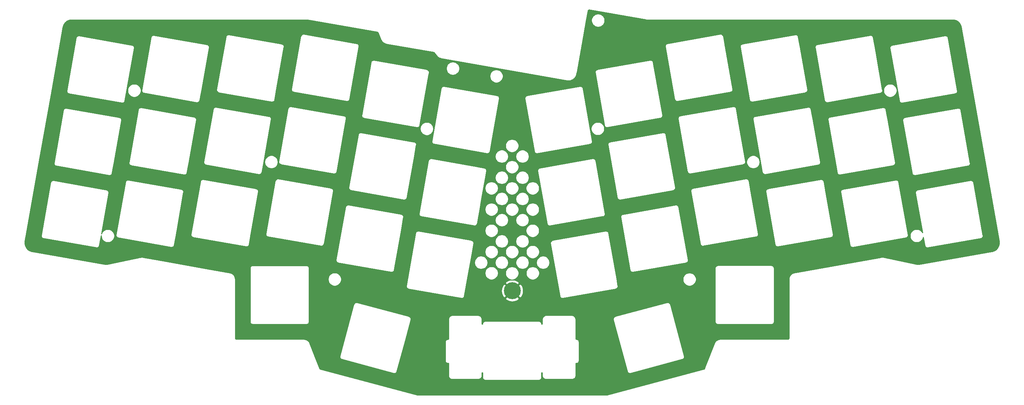
<source format=gbl>
G04 #@! TF.GenerationSoftware,KiCad,Pcbnew,(5.1.9-0-10_14)*
G04 #@! TF.CreationDate,2021-05-25T11:07:59+09:00*
G04 #@! TF.ProjectId,pcb-top-plate,7063622d-746f-4702-9d70-6c6174652e6b,1.3*
G04 #@! TF.SameCoordinates,PX2faf080PY2faf080*
G04 #@! TF.FileFunction,Copper,L2,Bot*
G04 #@! TF.FilePolarity,Positive*
%FSLAX46Y46*%
G04 Gerber Fmt 4.6, Leading zero omitted, Abs format (unit mm)*
G04 Created by KiCad (PCBNEW (5.1.9-0-10_14)) date 2021-05-25 11:07:59*
%MOMM*%
%LPD*%
G01*
G04 APERTURE LIST*
G04 #@! TA.AperFunction,ComponentPad*
%ADD10C,4.400000*%
G04 #@! TD*
G04 #@! TA.AperFunction,Conductor*
%ADD11C,0.254000*%
G04 #@! TD*
G04 #@! TA.AperFunction,Conductor*
%ADD12C,0.100000*%
G04 #@! TD*
G04 APERTURE END LIST*
D10*
X94800000Y-68860000D03*
D11*
X114708803Y3946489D02*
X114758765Y3940311D01*
X129253532Y1401927D01*
X129307927Y1397806D01*
X129362130Y1391726D01*
X129371694Y1391659D01*
X208623360Y1391659D01*
X208736191Y1389132D01*
X208840085Y1382143D01*
X208942698Y1370620D01*
X209043937Y1354662D01*
X209143721Y1334366D01*
X209242001Y1309814D01*
X209338642Y1281107D01*
X209433604Y1248316D01*
X209526734Y1211546D01*
X209617964Y1170871D01*
X209707210Y1126365D01*
X209794279Y1078160D01*
X209879116Y1026314D01*
X209961575Y970940D01*
X210041578Y912105D01*
X210118961Y849938D01*
X210193610Y784537D01*
X210265445Y715966D01*
X210334287Y644386D01*
X210400089Y569831D01*
X210462702Y492432D01*
X210521997Y412316D01*
X210577909Y329518D01*
X210630292Y244192D01*
X210679079Y156362D01*
X210724138Y66163D01*
X210765373Y-26336D01*
X210802700Y-121107D01*
X210835993Y-218026D01*
X210865156Y-317062D01*
X210890088Y-418191D01*
X210912173Y-528877D01*
X220690634Y-55981488D01*
X220709736Y-56108517D01*
X220721372Y-56226095D01*
X220726994Y-56342805D01*
X220726741Y-56458462D01*
X220720742Y-56573036D01*
X220709121Y-56686384D01*
X220691996Y-56798354D01*
X220669469Y-56908875D01*
X220641663Y-57017731D01*
X220608676Y-57124807D01*
X220570631Y-57229902D01*
X220527618Y-57332895D01*
X220479776Y-57433561D01*
X220427210Y-57531739D01*
X220370039Y-57627252D01*
X220308395Y-57719900D01*
X220242406Y-57809502D01*
X220172195Y-57895882D01*
X220097905Y-57978846D01*
X220019666Y-58058219D01*
X219937579Y-58133856D01*
X219851820Y-58205543D01*
X219762475Y-58273149D01*
X219669686Y-58336495D01*
X219573546Y-58395439D01*
X219474141Y-58449832D01*
X219371618Y-58499495D01*
X219266007Y-58544299D01*
X219157378Y-58584090D01*
X219045821Y-58618694D01*
X218931312Y-58647968D01*
X218805451Y-58673437D01*
X200028618Y-61981313D01*
X199999473Y-61986087D01*
X199915116Y-61996291D01*
X199836579Y-62001046D01*
X199757958Y-62001096D01*
X199679468Y-61996445D01*
X199601305Y-61987096D01*
X199513535Y-61971216D01*
X191106485Y-60188122D01*
X191106397Y-60188112D01*
X191098384Y-60186455D01*
X191050993Y-60177000D01*
X191041319Y-60176037D01*
X191031947Y-60173480D01*
X191022508Y-60171940D01*
X190903353Y-60153360D01*
X190887478Y-60152455D01*
X190871910Y-60149200D01*
X190862395Y-60148232D01*
X190742532Y-60136881D01*
X190726655Y-60136934D01*
X190710953Y-60134626D01*
X190701397Y-60134231D01*
X190581155Y-60130113D01*
X190565318Y-60131120D01*
X190549511Y-60129761D01*
X190539948Y-60129942D01*
X190419655Y-60133062D01*
X190403889Y-60135022D01*
X190388011Y-60134616D01*
X190378477Y-60135372D01*
X190258458Y-60145737D01*
X190242811Y-60148647D01*
X190226909Y-60149200D01*
X190217438Y-60150530D01*
X190098025Y-60168144D01*
X190092614Y-60169492D01*
X190087050Y-60169854D01*
X190077623Y-60171468D01*
X167746752Y-64157210D01*
X167736606Y-64160066D01*
X167726138Y-64161217D01*
X167716792Y-64163250D01*
X167628934Y-64183012D01*
X167597272Y-64193469D01*
X167564742Y-64200770D01*
X167555680Y-64203828D01*
X167430286Y-64247126D01*
X167393456Y-64264027D01*
X167355434Y-64278037D01*
X167346854Y-64282263D01*
X167230091Y-64340803D01*
X167196306Y-64362101D01*
X167160958Y-64380664D01*
X167153001Y-64385971D01*
X167045944Y-64458470D01*
X167015617Y-64483653D01*
X166983368Y-64506317D01*
X166976160Y-64512604D01*
X166879886Y-64597775D01*
X166853267Y-64626419D01*
X166824405Y-64652809D01*
X166818060Y-64659966D01*
X166733644Y-64756524D01*
X166710924Y-64788304D01*
X166685697Y-64818126D01*
X166680317Y-64826033D01*
X166608836Y-64932694D01*
X166590253Y-64967310D01*
X166568939Y-65000309D01*
X166564618Y-65008841D01*
X166507148Y-65124318D01*
X166492995Y-65161463D01*
X166475941Y-65197361D01*
X166472762Y-65206382D01*
X166430381Y-65329390D01*
X166421029Y-65368611D01*
X166408658Y-65406989D01*
X166406691Y-65416349D01*
X166380473Y-65545602D01*
X166376293Y-65586279D01*
X166369033Y-65626522D01*
X166368327Y-65636061D01*
X166359349Y-65770276D01*
X166359910Y-65788410D01*
X166357889Y-65806431D01*
X166357822Y-65815995D01*
X166357822Y-81059129D01*
X166355278Y-81109518D01*
X166351810Y-81132240D01*
X166336997Y-81184461D01*
X166318456Y-81225497D01*
X166294067Y-81263552D01*
X166264313Y-81297903D01*
X166229967Y-81327652D01*
X166191915Y-81352040D01*
X166150875Y-81370583D01*
X166098656Y-81385395D01*
X166075935Y-81388862D01*
X166025544Y-81391407D01*
X148622859Y-81391407D01*
X148614539Y-81392223D01*
X148606207Y-81391610D01*
X148596647Y-81391909D01*
X148519767Y-81394853D01*
X148492106Y-81398639D01*
X148464196Y-81399251D01*
X148454708Y-81400459D01*
X148341825Y-81415635D01*
X148308596Y-81423463D01*
X148274767Y-81428076D01*
X148265477Y-81430351D01*
X148156308Y-81457902D01*
X148124538Y-81469318D01*
X148091821Y-81477600D01*
X148082845Y-81480903D01*
X147978273Y-81520222D01*
X147948265Y-81534992D01*
X147916962Y-81546756D01*
X147908409Y-81551038D01*
X147809319Y-81601519D01*
X147781301Y-81619435D01*
X147751657Y-81634510D01*
X147743632Y-81639713D01*
X147650907Y-81700750D01*
X147625067Y-81721641D01*
X147597288Y-81739896D01*
X147589888Y-81745955D01*
X147504414Y-81816943D01*
X147480949Y-81840664D01*
X147455273Y-81861971D01*
X147448592Y-81868815D01*
X147371251Y-81949148D01*
X147350396Y-81975544D01*
X147327072Y-81999790D01*
X147321198Y-82007338D01*
X147252877Y-82096412D01*
X147234917Y-82125279D01*
X147214261Y-82152290D01*
X147209277Y-82160453D01*
X147150858Y-82257658D01*
X147136098Y-82288735D01*
X147118458Y-82318262D01*
X147114438Y-82326940D01*
X147066808Y-82431673D01*
X147061996Y-82445765D01*
X147055107Y-82458958D01*
X147051590Y-82467852D01*
X144551919Y-88921934D01*
X144527841Y-88974591D01*
X144508713Y-89005988D01*
X144486165Y-89034774D01*
X144460464Y-89060694D01*
X144431920Y-89083460D01*
X144400876Y-89102775D01*
X144367598Y-89118412D01*
X144312661Y-89136677D01*
X119279603Y-95839150D01*
X70272999Y-95839150D01*
X45193219Y-89136310D01*
X45138293Y-89118078D01*
X45105021Y-89102465D01*
X45073980Y-89083175D01*
X45045432Y-89060435D01*
X45019719Y-89034536D01*
X44997156Y-89005773D01*
X44978018Y-88974408D01*
X44953908Y-88921787D01*
X43793461Y-85932544D01*
X50188146Y-85932544D01*
X50192560Y-86067404D01*
X50223200Y-86198813D01*
X50278889Y-86321718D01*
X50357484Y-86431398D01*
X50455967Y-86523638D01*
X50570553Y-86594891D01*
X50696837Y-86642422D01*
X50730198Y-86647930D01*
X64091570Y-90228096D01*
X64123214Y-90240006D01*
X64174201Y-90248424D01*
X64256344Y-90261986D01*
X64391205Y-90257571D01*
X64522614Y-90226931D01*
X64645519Y-90171242D01*
X64755199Y-90092648D01*
X64847438Y-89994164D01*
X64918692Y-89879579D01*
X64966222Y-89753294D01*
X64971730Y-89719931D01*
X67016909Y-82087212D01*
X77443351Y-82087212D01*
X77443351Y-86977288D01*
X77449641Y-87041433D01*
X77455484Y-87105644D01*
X77456163Y-87107950D01*
X77456397Y-87110339D01*
X77475017Y-87172011D01*
X77493230Y-87233894D01*
X77494343Y-87236024D01*
X77495037Y-87238321D01*
X77525267Y-87295174D01*
X77555167Y-87352369D01*
X77556674Y-87354243D01*
X77557800Y-87356361D01*
X77598508Y-87406274D01*
X77638937Y-87456557D01*
X77640778Y-87458101D01*
X77642295Y-87459962D01*
X77691967Y-87501054D01*
X77741349Y-87542491D01*
X77743453Y-87543648D01*
X77745304Y-87545179D01*
X77801990Y-87575829D01*
X77858501Y-87606896D01*
X77860793Y-87607623D01*
X77862903Y-87608764D01*
X77924435Y-87627812D01*
X77985931Y-87647319D01*
X77988319Y-87647587D01*
X77990613Y-87648297D01*
X78054717Y-87655034D01*
X78118787Y-87662221D01*
X78123401Y-87662253D01*
X78123569Y-87662271D01*
X78123737Y-87662256D01*
X78128351Y-87662288D01*
X78278722Y-87662288D01*
X78278722Y-90846668D01*
X78282445Y-90884637D01*
X78282964Y-90922782D01*
X78284093Y-90932280D01*
X78291963Y-90994756D01*
X78302313Y-91040385D01*
X78309964Y-91086551D01*
X78317071Y-91105450D01*
X78321536Y-91125133D01*
X78340550Y-91167881D01*
X78357023Y-91211683D01*
X78361307Y-91220235D01*
X78410521Y-91316781D01*
X78415908Y-91325202D01*
X78419826Y-91334397D01*
X78451891Y-91381445D01*
X78482569Y-91429395D01*
X78489487Y-91436607D01*
X78495117Y-91444867D01*
X78535706Y-91484787D01*
X78575117Y-91525869D01*
X78583307Y-91531601D01*
X78590433Y-91538610D01*
X78597915Y-91544567D01*
X78682436Y-91610896D01*
X78693086Y-91617687D01*
X78702534Y-91626080D01*
X78749378Y-91653581D01*
X78795159Y-91682773D01*
X78806927Y-91687367D01*
X78817822Y-91693763D01*
X78869099Y-91711636D01*
X78919695Y-91731387D01*
X78932134Y-91733608D01*
X78944063Y-91737766D01*
X78953374Y-91739952D01*
X79061752Y-91764608D01*
X79066612Y-91765223D01*
X79071286Y-91766706D01*
X79132904Y-91773618D01*
X79194382Y-91781402D01*
X79199271Y-91781062D01*
X79204142Y-91781608D01*
X79213706Y-91781675D01*
X86038656Y-91781675D01*
X86076628Y-91777952D01*
X86114782Y-91777432D01*
X86124280Y-91776303D01*
X86186763Y-91768431D01*
X86232421Y-91758074D01*
X86278586Y-91750420D01*
X86297463Y-91743320D01*
X86317140Y-91738856D01*
X86359914Y-91719829D01*
X86403716Y-91703353D01*
X86412267Y-91699069D01*
X86508814Y-91649847D01*
X86517242Y-91644455D01*
X86526446Y-91640532D01*
X86573489Y-91608463D01*
X86621423Y-91577792D01*
X86628640Y-91570868D01*
X86636909Y-91565231D01*
X86676824Y-91524639D01*
X86717892Y-91485238D01*
X86723628Y-91477042D01*
X86730644Y-91469907D01*
X86736600Y-91462424D01*
X86802924Y-91377894D01*
X86809705Y-91367257D01*
X86818088Y-91357820D01*
X86845600Y-91310953D01*
X86874791Y-91265165D01*
X86879376Y-91253415D01*
X86885767Y-91242529D01*
X86903649Y-91191218D01*
X86923394Y-91140625D01*
X86925611Y-91128205D01*
X86929764Y-91116287D01*
X86931950Y-91106976D01*
X86956602Y-90998593D01*
X86957216Y-90993745D01*
X86958693Y-90989088D01*
X86965604Y-90927473D01*
X86973390Y-90865962D01*
X86973050Y-90861088D01*
X86973595Y-90856232D01*
X86973662Y-90846668D01*
X86973662Y-90072563D01*
X87118471Y-90072563D01*
X87118471Y-91324029D01*
X87124761Y-91388174D01*
X87130604Y-91452385D01*
X87131283Y-91454691D01*
X87131517Y-91457080D01*
X87150137Y-91518752D01*
X87168350Y-91580635D01*
X87169463Y-91582765D01*
X87170157Y-91585062D01*
X87200387Y-91641915D01*
X87230287Y-91699110D01*
X87231794Y-91700984D01*
X87232920Y-91703102D01*
X87273628Y-91753015D01*
X87314057Y-91803298D01*
X87315898Y-91804842D01*
X87317415Y-91806703D01*
X87367087Y-91847795D01*
X87416469Y-91889232D01*
X87418573Y-91890389D01*
X87420424Y-91891920D01*
X87477110Y-91922570D01*
X87533621Y-91953637D01*
X87535913Y-91954364D01*
X87538023Y-91955505D01*
X87599555Y-91974553D01*
X87661051Y-91994060D01*
X87663439Y-91994328D01*
X87665733Y-91995038D01*
X87729837Y-92001775D01*
X87793907Y-92008962D01*
X87798521Y-92008994D01*
X87798689Y-92009012D01*
X87798857Y-92008997D01*
X87803471Y-92009029D01*
X101710029Y-92009029D01*
X101774174Y-92002739D01*
X101838385Y-91996896D01*
X101840691Y-91996217D01*
X101843080Y-91995983D01*
X101904752Y-91977363D01*
X101966635Y-91959150D01*
X101968765Y-91958037D01*
X101971062Y-91957343D01*
X102027915Y-91927113D01*
X102085110Y-91897213D01*
X102086984Y-91895706D01*
X102089102Y-91894580D01*
X102139015Y-91853872D01*
X102189298Y-91813443D01*
X102190842Y-91811602D01*
X102192703Y-91810085D01*
X102233795Y-91760413D01*
X102275232Y-91711031D01*
X102276389Y-91708927D01*
X102277920Y-91707076D01*
X102308570Y-91650390D01*
X102339637Y-91593879D01*
X102340364Y-91591587D01*
X102341505Y-91589477D01*
X102360553Y-91527945D01*
X102380060Y-91466449D01*
X102380328Y-91464061D01*
X102381038Y-91461767D01*
X102387775Y-91397663D01*
X102394962Y-91333593D01*
X102394994Y-91328979D01*
X102395012Y-91328811D01*
X102394997Y-91328643D01*
X102395029Y-91324029D01*
X102395029Y-90072563D01*
X102539859Y-90072563D01*
X102539859Y-90846668D01*
X102543582Y-90884637D01*
X102544101Y-90922782D01*
X102545230Y-90932280D01*
X102553100Y-90994756D01*
X102563452Y-91040393D01*
X102571104Y-91086562D01*
X102578210Y-91105455D01*
X102582673Y-91125133D01*
X102601688Y-91167883D01*
X102618165Y-91211694D01*
X102622449Y-91220245D01*
X102671665Y-91316791D01*
X102677057Y-91325218D01*
X102680978Y-91334421D01*
X102713038Y-91381456D01*
X102743715Y-91429404D01*
X102750640Y-91436623D01*
X102756274Y-91444888D01*
X102796862Y-91484803D01*
X102836265Y-91525876D01*
X102844459Y-91531611D01*
X102851593Y-91538627D01*
X102859076Y-91544584D01*
X102943603Y-91610913D01*
X102954255Y-91617705D01*
X102963695Y-91626090D01*
X103010532Y-91653585D01*
X103056329Y-91682785D01*
X103068092Y-91687376D01*
X103078985Y-91693771D01*
X103130275Y-91711647D01*
X103180867Y-91731394D01*
X103193300Y-91733613D01*
X103205226Y-91737770D01*
X103214537Y-91739956D01*
X103322929Y-91764612D01*
X103327780Y-91765226D01*
X103332445Y-91766706D01*
X103394056Y-91773617D01*
X103455559Y-91781403D01*
X103460441Y-91781063D01*
X103465301Y-91781608D01*
X103474865Y-91781675D01*
X110290233Y-91781675D01*
X110328217Y-91777951D01*
X110366369Y-91777430D01*
X110375866Y-91776301D01*
X110438342Y-91768429D01*
X110483978Y-91758077D01*
X110530159Y-91750420D01*
X110549045Y-91743316D01*
X110568719Y-91738853D01*
X110611484Y-91719829D01*
X110655289Y-91703352D01*
X110663840Y-91699067D01*
X110760385Y-91649846D01*
X110768801Y-91644461D01*
X110777993Y-91640544D01*
X110825046Y-91608471D01*
X110872995Y-91577790D01*
X110880203Y-91570875D01*
X110888459Y-91565247D01*
X110928382Y-91524650D01*
X110969463Y-91485236D01*
X110975191Y-91477051D01*
X110982197Y-91469927D01*
X110988154Y-91462444D01*
X111054483Y-91377914D01*
X111061267Y-91367273D01*
X111069648Y-91357839D01*
X111097153Y-91310988D01*
X111126354Y-91265188D01*
X111130941Y-91253436D01*
X111137331Y-91242551D01*
X111155213Y-91191246D01*
X111174961Y-91140649D01*
X111177178Y-91128227D01*
X111181332Y-91116310D01*
X111183519Y-91106999D01*
X111208175Y-90998616D01*
X111208790Y-90993756D01*
X111210271Y-90989088D01*
X111217181Y-90927481D01*
X111224967Y-90865986D01*
X111224627Y-90861101D01*
X111225173Y-90856232D01*
X111225240Y-90846668D01*
X111225240Y-87662288D01*
X111375589Y-87662288D01*
X111439734Y-87655998D01*
X111503945Y-87650155D01*
X111506251Y-87649476D01*
X111508640Y-87649242D01*
X111570312Y-87630622D01*
X111632195Y-87612409D01*
X111634325Y-87611296D01*
X111636622Y-87610602D01*
X111693475Y-87580372D01*
X111750670Y-87550472D01*
X111752544Y-87548965D01*
X111754662Y-87547839D01*
X111804575Y-87507131D01*
X111854858Y-87466702D01*
X111856402Y-87464861D01*
X111858263Y-87463344D01*
X111899355Y-87413672D01*
X111940792Y-87364290D01*
X111941949Y-87362186D01*
X111943480Y-87360335D01*
X111974130Y-87303649D01*
X112005197Y-87247138D01*
X112005924Y-87244846D01*
X112007065Y-87242736D01*
X112026113Y-87181204D01*
X112045620Y-87119708D01*
X112045888Y-87117320D01*
X112046598Y-87115026D01*
X112053335Y-87050922D01*
X112060522Y-86986852D01*
X112060554Y-86982238D01*
X112060572Y-86982070D01*
X112060557Y-86981902D01*
X112060589Y-86977288D01*
X112060589Y-82087212D01*
X112054299Y-82023067D01*
X112048456Y-81958856D01*
X112047777Y-81956550D01*
X112047543Y-81954161D01*
X112028923Y-81892489D01*
X112010710Y-81830606D01*
X112009597Y-81828476D01*
X112008903Y-81826179D01*
X111978673Y-81769326D01*
X111948773Y-81712131D01*
X111947266Y-81710257D01*
X111946140Y-81708139D01*
X111905432Y-81658226D01*
X111865003Y-81607943D01*
X111863162Y-81606399D01*
X111861645Y-81604538D01*
X111811973Y-81563446D01*
X111762591Y-81522009D01*
X111760487Y-81520852D01*
X111758636Y-81519321D01*
X111701950Y-81488671D01*
X111645439Y-81457604D01*
X111643147Y-81456877D01*
X111641037Y-81455736D01*
X111579505Y-81436688D01*
X111518009Y-81417181D01*
X111515621Y-81416913D01*
X111513327Y-81416203D01*
X111449223Y-81409466D01*
X111385153Y-81402279D01*
X111380539Y-81402247D01*
X111380371Y-81402229D01*
X111380203Y-81402244D01*
X111375589Y-81402212D01*
X111225240Y-81402212D01*
X111225240Y-76331835D01*
X111223178Y-76310805D01*
X111223942Y-76289691D01*
X111223287Y-76280150D01*
X111217525Y-76204002D01*
X111215981Y-76195180D01*
X120913423Y-76195180D01*
X120935402Y-76328310D01*
X120947312Y-76359954D01*
X124527480Y-89721336D01*
X124532986Y-89754687D01*
X124544893Y-89786323D01*
X124544895Y-89786330D01*
X124580516Y-89880972D01*
X124651769Y-89995557D01*
X124744009Y-90094041D01*
X124853689Y-90172636D01*
X124976594Y-90228324D01*
X125108003Y-90258964D01*
X125242864Y-90263379D01*
X125375994Y-90241399D01*
X125407641Y-90229488D01*
X138769000Y-86649321D01*
X138802348Y-86643815D01*
X138833983Y-86631908D01*
X138833992Y-86631906D01*
X138928633Y-86596285D01*
X139043219Y-86525032D01*
X139141702Y-86432792D01*
X139220297Y-86323112D01*
X139275985Y-86200207D01*
X139306625Y-86068798D01*
X139311040Y-85933937D01*
X139310810Y-85932544D01*
X139294568Y-85834165D01*
X139294567Y-85834160D01*
X139289060Y-85800807D01*
X139277153Y-85769170D01*
X136889269Y-76857404D01*
X147249464Y-76857404D01*
X147262690Y-76991687D01*
X147301859Y-77120810D01*
X147365466Y-77239811D01*
X147451067Y-77344115D01*
X147555371Y-77429716D01*
X147674372Y-77493323D01*
X147803495Y-77532492D01*
X147904131Y-77542404D01*
X147904140Y-77542404D01*
X147937777Y-77545717D01*
X147971416Y-77542404D01*
X161804144Y-77542404D01*
X161837791Y-77545718D01*
X161972074Y-77532492D01*
X162101197Y-77493323D01*
X162220198Y-77429716D01*
X162324502Y-77344115D01*
X162410103Y-77239811D01*
X162473710Y-77120810D01*
X162512879Y-76991687D01*
X162522791Y-76891051D01*
X162522791Y-76891049D01*
X162526105Y-76857404D01*
X162522791Y-76823757D01*
X162522791Y-62991060D01*
X162526105Y-62957413D01*
X162512879Y-62823130D01*
X162473710Y-62694007D01*
X162410103Y-62575006D01*
X162324502Y-62470702D01*
X162220198Y-62385101D01*
X162101197Y-62321494D01*
X161972074Y-62282325D01*
X161871438Y-62272413D01*
X161837791Y-62269099D01*
X161804144Y-62272413D01*
X147971438Y-62272413D01*
X147937801Y-62269100D01*
X147904162Y-62272413D01*
X147904153Y-62272413D01*
X147803517Y-62282325D01*
X147674394Y-62321494D01*
X147555393Y-62385101D01*
X147451089Y-62470702D01*
X147365488Y-62575006D01*
X147301881Y-62694007D01*
X147262712Y-62823130D01*
X147249486Y-62957413D01*
X147252801Y-62991069D01*
X147252778Y-76823756D01*
X147249464Y-76857404D01*
X136889269Y-76857404D01*
X135697005Y-72407787D01*
X135691498Y-72374430D01*
X135643968Y-72248145D01*
X135572714Y-72133560D01*
X135480475Y-72035076D01*
X135370795Y-71956482D01*
X135247890Y-71900793D01*
X135116481Y-71870153D01*
X134985896Y-71865878D01*
X134981621Y-71865738D01*
X134981620Y-71865738D01*
X134926726Y-71874801D01*
X134848491Y-71887718D01*
X134816849Y-71899627D01*
X121455475Y-75479794D01*
X121422114Y-75485302D01*
X121321121Y-75523314D01*
X121295830Y-75532833D01*
X121181244Y-75604086D01*
X121082761Y-75696326D01*
X121004166Y-75806006D01*
X120948477Y-75928911D01*
X120917837Y-76060320D01*
X120913423Y-76195180D01*
X111215981Y-76195180D01*
X111206544Y-76141263D01*
X111196129Y-76078367D01*
X111194503Y-76072465D01*
X111194477Y-76072315D01*
X111194425Y-76072179D01*
X111193589Y-76069146D01*
X111160057Y-75950667D01*
X111155530Y-75939116D01*
X111152894Y-75926999D01*
X111131179Y-75876990D01*
X111111271Y-75826197D01*
X111104585Y-75815744D01*
X111099647Y-75804371D01*
X111094942Y-75796044D01*
X111034900Y-75691506D01*
X111028775Y-75682910D01*
X111024141Y-75673422D01*
X110990028Y-75628531D01*
X110957321Y-75582629D01*
X110949642Y-75575385D01*
X110943254Y-75566979D01*
X110936704Y-75560011D01*
X110854080Y-75473342D01*
X110846229Y-75466573D01*
X110839601Y-75458606D01*
X110795671Y-75422980D01*
X110752830Y-75386042D01*
X110743815Y-75380928D01*
X110735765Y-75374399D01*
X110727748Y-75369184D01*
X110626469Y-75304312D01*
X110615827Y-75298880D01*
X110606192Y-75291816D01*
X110556382Y-75268538D01*
X110507394Y-75243534D01*
X110495896Y-75240272D01*
X110485076Y-75235215D01*
X110476036Y-75232093D01*
X110360031Y-75192944D01*
X110354814Y-75191735D01*
X110349900Y-75189613D01*
X110289762Y-75176659D01*
X110229794Y-75162761D01*
X110224441Y-75162588D01*
X110219208Y-75161461D01*
X110209699Y-75160435D01*
X110108930Y-75150277D01*
X110079267Y-75150196D01*
X110049791Y-75146890D01*
X110040227Y-75146823D01*
X103724850Y-75146823D01*
X103703820Y-75148885D01*
X103682711Y-75148121D01*
X103673169Y-75148775D01*
X103597028Y-75154536D01*
X103534216Y-75165529D01*
X103471379Y-75175935D01*
X103465499Y-75177555D01*
X103465341Y-75177583D01*
X103465198Y-75177638D01*
X103462158Y-75178476D01*
X103343685Y-75212008D01*
X103332137Y-75216534D01*
X103320012Y-75219172D01*
X103269989Y-75240894D01*
X103219216Y-75260795D01*
X103208764Y-75267480D01*
X103197386Y-75272421D01*
X103189059Y-75277127D01*
X103084526Y-75337169D01*
X103075932Y-75343293D01*
X103066448Y-75347925D01*
X103021566Y-75382032D01*
X102975650Y-75414750D01*
X102968406Y-75422430D01*
X102960006Y-75428813D01*
X102953037Y-75435364D01*
X102866370Y-75517988D01*
X102859607Y-75525832D01*
X102851639Y-75532461D01*
X102816005Y-75576402D01*
X102779072Y-75619238D01*
X102773958Y-75628252D01*
X102767433Y-75636298D01*
X102762218Y-75644315D01*
X102697346Y-75745594D01*
X102691913Y-75756239D01*
X102684848Y-75765875D01*
X102661567Y-75815693D01*
X102636569Y-75864669D01*
X102633308Y-75876163D01*
X102628247Y-75886992D01*
X102625126Y-75896032D01*
X102585978Y-76012038D01*
X102584770Y-76017250D01*
X102582649Y-76022162D01*
X102569693Y-76082310D01*
X102555796Y-76142275D01*
X102555623Y-76147625D01*
X102554497Y-76152854D01*
X102553471Y-76162363D01*
X102543313Y-76263132D01*
X102543232Y-76292795D01*
X102539926Y-76322271D01*
X102539859Y-76331835D01*
X102539859Y-77431696D01*
X102396472Y-77431696D01*
X102396472Y-77418591D01*
X102390182Y-77354446D01*
X102384339Y-77290235D01*
X102383660Y-77287929D01*
X102383426Y-77285540D01*
X102364806Y-77223868D01*
X102346593Y-77161985D01*
X102345480Y-77159855D01*
X102344786Y-77157558D01*
X102314556Y-77100705D01*
X102284656Y-77043510D01*
X102283149Y-77041636D01*
X102282023Y-77039518D01*
X102241315Y-76989605D01*
X102200886Y-76939322D01*
X102199045Y-76937778D01*
X102197528Y-76935917D01*
X102147856Y-76894825D01*
X102098474Y-76853388D01*
X102096370Y-76852231D01*
X102094519Y-76850700D01*
X102037833Y-76820050D01*
X101981322Y-76788983D01*
X101979030Y-76788256D01*
X101976920Y-76787115D01*
X101915388Y-76768067D01*
X101853892Y-76748560D01*
X101851504Y-76748292D01*
X101849210Y-76747582D01*
X101785106Y-76740845D01*
X101721036Y-76733658D01*
X101716422Y-76733626D01*
X101716254Y-76733608D01*
X101716086Y-76733623D01*
X101711472Y-76733591D01*
X87802028Y-76733591D01*
X87737883Y-76739881D01*
X87673672Y-76745724D01*
X87671366Y-76746403D01*
X87668977Y-76746637D01*
X87607305Y-76765257D01*
X87545422Y-76783470D01*
X87543292Y-76784583D01*
X87540995Y-76785277D01*
X87484142Y-76815507D01*
X87426947Y-76845407D01*
X87425073Y-76846914D01*
X87422955Y-76848040D01*
X87373042Y-76888748D01*
X87322759Y-76929177D01*
X87321215Y-76931018D01*
X87319354Y-76932535D01*
X87278262Y-76982207D01*
X87236825Y-77031589D01*
X87235668Y-77033693D01*
X87234137Y-77035544D01*
X87203487Y-77092230D01*
X87172420Y-77148741D01*
X87171693Y-77151033D01*
X87170552Y-77153143D01*
X87151504Y-77214675D01*
X87131997Y-77276171D01*
X87131729Y-77278559D01*
X87131019Y-77280853D01*
X87124282Y-77344957D01*
X87117095Y-77409027D01*
X87117063Y-77413641D01*
X87117045Y-77413809D01*
X87117060Y-77413977D01*
X87117028Y-77418591D01*
X87117028Y-77431696D01*
X86973662Y-77431696D01*
X86973662Y-76331835D01*
X86971600Y-76310805D01*
X86972364Y-76289691D01*
X86971709Y-76280150D01*
X86965947Y-76204002D01*
X86954966Y-76141263D01*
X86944551Y-76078367D01*
X86942925Y-76072465D01*
X86942899Y-76072315D01*
X86942847Y-76072179D01*
X86942011Y-76069146D01*
X86908479Y-75950667D01*
X86903954Y-75939122D01*
X86901318Y-75927003D01*
X86879595Y-75876974D01*
X86859693Y-75826197D01*
X86853011Y-75815750D01*
X86848072Y-75804375D01*
X86843366Y-75796048D01*
X86783326Y-75691510D01*
X86777202Y-75682915D01*
X86772571Y-75673433D01*
X86738458Y-75628540D01*
X86705747Y-75582632D01*
X86698072Y-75575392D01*
X86691686Y-75566988D01*
X86685135Y-75560020D01*
X86602514Y-75473351D01*
X86594669Y-75466586D01*
X86588037Y-75458615D01*
X86544092Y-75422976D01*
X86501266Y-75386049D01*
X86492253Y-75380935D01*
X86484202Y-75374406D01*
X86476184Y-75369191D01*
X86374909Y-75304319D01*
X86364266Y-75298886D01*
X86354631Y-75291822D01*
X86304811Y-75268538D01*
X86255835Y-75243539D01*
X86244343Y-75240278D01*
X86233516Y-75235218D01*
X86224476Y-75232097D01*
X86108477Y-75192948D01*
X86103263Y-75191740D01*
X86098341Y-75189614D01*
X86038183Y-75176655D01*
X85978240Y-75162762D01*
X85972882Y-75162589D01*
X85967650Y-75161462D01*
X85958141Y-75160436D01*
X85857380Y-75150278D01*
X85827716Y-75150197D01*
X85798235Y-75146890D01*
X85788671Y-75146823D01*
X79463713Y-75146823D01*
X79442690Y-75148884D01*
X79421578Y-75148120D01*
X79412036Y-75148775D01*
X79335889Y-75154536D01*
X79273131Y-75165520D01*
X79210243Y-75175934D01*
X79204352Y-75177557D01*
X79204202Y-75177583D01*
X79204066Y-75177635D01*
X79201022Y-75178474D01*
X79082545Y-75212006D01*
X79070995Y-75216533D01*
X79058868Y-75219171D01*
X79008841Y-75240895D01*
X78958076Y-75260792D01*
X78947624Y-75267477D01*
X78936241Y-75272420D01*
X78927915Y-75277126D01*
X78823381Y-75337168D01*
X78814782Y-75343295D01*
X78805291Y-75347931D01*
X78760413Y-75382036D01*
X78714505Y-75414748D01*
X78707256Y-75422433D01*
X78698850Y-75428821D01*
X78691882Y-75435372D01*
X78605218Y-75517996D01*
X78598451Y-75525845D01*
X78590481Y-75532476D01*
X78554856Y-75576409D01*
X78517921Y-75619248D01*
X78512805Y-75628266D01*
X78506278Y-75636315D01*
X78501063Y-75644332D01*
X78436196Y-75745610D01*
X78430767Y-75756248D01*
X78423702Y-75765884D01*
X78400414Y-75815719D01*
X78375422Y-75864687D01*
X78372162Y-75876176D01*
X78367104Y-75887001D01*
X78363983Y-75896042D01*
X78324837Y-76012048D01*
X78323630Y-76017256D01*
X78321509Y-76022168D01*
X78308544Y-76082357D01*
X78294657Y-76142286D01*
X78294485Y-76147629D01*
X78293358Y-76152860D01*
X78292332Y-76162369D01*
X78282175Y-76263139D01*
X78282094Y-76292802D01*
X78278789Y-76322271D01*
X78278722Y-76331835D01*
X78278722Y-81402212D01*
X78128351Y-81402212D01*
X78064206Y-81408502D01*
X77999995Y-81414345D01*
X77997689Y-81415024D01*
X77995300Y-81415258D01*
X77933628Y-81433878D01*
X77871745Y-81452091D01*
X77869615Y-81453204D01*
X77867318Y-81453898D01*
X77810465Y-81484128D01*
X77753270Y-81514028D01*
X77751396Y-81515535D01*
X77749278Y-81516661D01*
X77699365Y-81557369D01*
X77649082Y-81597798D01*
X77647538Y-81599639D01*
X77645677Y-81601156D01*
X77604585Y-81650828D01*
X77563148Y-81700210D01*
X77561991Y-81702314D01*
X77560460Y-81704165D01*
X77529810Y-81760851D01*
X77498743Y-81817362D01*
X77498016Y-81819654D01*
X77496875Y-81821764D01*
X77477827Y-81883296D01*
X77458320Y-81944792D01*
X77458052Y-81947180D01*
X77457342Y-81949474D01*
X77450605Y-82013578D01*
X77443418Y-82077648D01*
X77443386Y-82082262D01*
X77443368Y-82082430D01*
X77443383Y-82082598D01*
X77443351Y-82087212D01*
X67016909Y-82087212D01*
X68551895Y-76358564D01*
X68563806Y-76326917D01*
X68585786Y-76193787D01*
X68581371Y-76058926D01*
X68550731Y-75927517D01*
X68495043Y-75804612D01*
X68416448Y-75694932D01*
X68317964Y-75602692D01*
X68203379Y-75531439D01*
X68108737Y-75495818D01*
X68108732Y-75495817D01*
X68077094Y-75483909D01*
X68043741Y-75478402D01*
X54682364Y-71898236D01*
X54650717Y-71886325D01*
X54517587Y-71864345D01*
X54382726Y-71868760D01*
X54251317Y-71899400D01*
X54128412Y-71955088D01*
X54018732Y-72033683D01*
X53926492Y-72132167D01*
X53855239Y-72246752D01*
X53819618Y-72341394D01*
X53819616Y-72341402D01*
X53807709Y-72373037D01*
X53802203Y-72406388D01*
X50222035Y-85767770D01*
X50210125Y-85799414D01*
X50204618Y-85832772D01*
X50188146Y-85932544D01*
X43793461Y-85932544D01*
X42447960Y-82466614D01*
X42444192Y-82459160D01*
X42441750Y-82451177D01*
X42438012Y-82442374D01*
X42407467Y-82371817D01*
X42393936Y-82347415D01*
X42383275Y-82321638D01*
X42378717Y-82313230D01*
X42323763Y-82213554D01*
X42304456Y-82185429D01*
X42287937Y-82155593D01*
X42282455Y-82147756D01*
X42217323Y-82056006D01*
X42195208Y-82030540D01*
X42175666Y-82003050D01*
X42169340Y-81995877D01*
X42094911Y-81912658D01*
X42070301Y-81890035D01*
X42048029Y-81865121D01*
X42040945Y-81858695D01*
X41958101Y-81784612D01*
X41931280Y-81764979D01*
X41906531Y-81742812D01*
X41898779Y-81737210D01*
X41808405Y-81672866D01*
X41779595Y-81656333D01*
X41752564Y-81637053D01*
X41744240Y-81632343D01*
X41647217Y-81578343D01*
X41616640Y-81565048D01*
X41587516Y-81548821D01*
X41578721Y-81545065D01*
X41475933Y-81502013D01*
X41443814Y-81492116D01*
X41412800Y-81479138D01*
X41403640Y-81476389D01*
X41295969Y-81444889D01*
X41262580Y-81438576D01*
X41229952Y-81429080D01*
X41220540Y-81427382D01*
X41108869Y-81408038D01*
X41074589Y-81405505D01*
X41040710Y-81399725D01*
X41031166Y-81399111D01*
X40916379Y-81392530D01*
X40901515Y-81393132D01*
X40886735Y-81391474D01*
X40877171Y-81391407D01*
X23492251Y-81391407D01*
X23441861Y-81388862D01*
X23419140Y-81385395D01*
X23366919Y-81370582D01*
X23325880Y-81352040D01*
X23287828Y-81327652D01*
X23253479Y-81297901D01*
X23223728Y-81263552D01*
X23199340Y-81225498D01*
X23180797Y-81184460D01*
X23165985Y-81132241D01*
X23162519Y-81109530D01*
X23159974Y-81059119D01*
X23159974Y-65825144D01*
X23158946Y-65814659D01*
X23159652Y-65804150D01*
X23159292Y-65794592D01*
X23155277Y-65704662D01*
X23150550Y-65671679D01*
X23149081Y-65638386D01*
X23147663Y-65628927D01*
X23127087Y-65497924D01*
X23116926Y-65458711D01*
X23109822Y-65418833D01*
X23107170Y-65409644D01*
X23070083Y-65284452D01*
X23055064Y-65247467D01*
X23043012Y-65209423D01*
X23039187Y-65200657D01*
X22986664Y-65082560D01*
X22967214Y-65048290D01*
X22950582Y-65012569D01*
X22945661Y-65004368D01*
X22878777Y-64894652D01*
X22855267Y-64863416D01*
X22834379Y-64830380D01*
X22828451Y-64822874D01*
X22748280Y-64722820D01*
X22721005Y-64694875D01*
X22696097Y-64664803D01*
X22689260Y-64658115D01*
X22596877Y-64569011D01*
X22566085Y-64544636D01*
X22537361Y-64517853D01*
X22529722Y-64512097D01*
X22426203Y-64435224D01*
X22392141Y-64414760D01*
X22359823Y-64391663D01*
X22351504Y-64386946D01*
X22237921Y-64323590D01*
X22200974Y-64307485D01*
X22165389Y-64288555D01*
X22156522Y-64284971D01*
X22033951Y-64236413D01*
X21994657Y-64225138D01*
X21956345Y-64210909D01*
X21947080Y-64208534D01*
X21816597Y-64176063D01*
X21798657Y-64173422D01*
X21781281Y-64168259D01*
X21771878Y-64166508D01*
X15032899Y-62960198D01*
X26973367Y-62960198D01*
X26976682Y-62993855D01*
X26976681Y-76826543D01*
X26973367Y-76860190D01*
X26986593Y-76994473D01*
X27025762Y-77123596D01*
X27089369Y-77242597D01*
X27174970Y-77346901D01*
X27275878Y-77429715D01*
X27279274Y-77432502D01*
X27398275Y-77496109D01*
X27527398Y-77535278D01*
X27661681Y-77548504D01*
X27695328Y-77545190D01*
X41528025Y-77545190D01*
X41561672Y-77548504D01*
X41695955Y-77535278D01*
X41825078Y-77496109D01*
X41944079Y-77432502D01*
X42048383Y-77346901D01*
X42133984Y-77242597D01*
X42197591Y-77123596D01*
X42236760Y-76994473D01*
X42246672Y-76893837D01*
X42246672Y-76893836D01*
X42249986Y-76860190D01*
X42246672Y-76826543D01*
X42246672Y-70849775D01*
X92989830Y-70849775D01*
X93229976Y-71237018D01*
X93723877Y-71497641D01*
X94259133Y-71656901D01*
X94815174Y-71708678D01*
X95370632Y-71650981D01*
X95904161Y-71486028D01*
X96370024Y-71237018D01*
X96610170Y-70849775D01*
X94800000Y-69039605D01*
X92989830Y-70849775D01*
X42246672Y-70849775D01*
X42246672Y-67717014D01*
X67361812Y-67717014D01*
X67377963Y-67850977D01*
X67419940Y-67979215D01*
X67486128Y-68096799D01*
X67573983Y-68199212D01*
X67680131Y-68282517D01*
X67800490Y-68343513D01*
X67897876Y-68370750D01*
X67897881Y-68370751D01*
X67930437Y-68379856D01*
X67964143Y-68382435D01*
X81586705Y-70784470D01*
X81619265Y-70793576D01*
X81753803Y-70803869D01*
X81887766Y-70787718D01*
X82016004Y-70745741D01*
X82133588Y-70679553D01*
X82236001Y-70591698D01*
X82319306Y-70485550D01*
X82380302Y-70365191D01*
X82380320Y-70365126D01*
X82407539Y-70267805D01*
X82407540Y-70267800D01*
X82416645Y-70235244D01*
X82419224Y-70201538D01*
X82653098Y-68875174D01*
X91951322Y-68875174D01*
X92009019Y-69430632D01*
X92173972Y-69964161D01*
X92422982Y-70430024D01*
X92810225Y-70670170D01*
X94620395Y-68860000D01*
X94979605Y-68860000D01*
X96789775Y-70670170D01*
X97177018Y-70430024D01*
X97437641Y-69936123D01*
X97596901Y-69400867D01*
X97648678Y-68844826D01*
X97590981Y-68289368D01*
X97426028Y-67755839D01*
X97177018Y-67289976D01*
X96789775Y-67049830D01*
X94979605Y-68860000D01*
X94620395Y-68860000D01*
X92810225Y-67049830D01*
X92422982Y-67289976D01*
X92162359Y-67783877D01*
X92003099Y-68319133D01*
X91951322Y-68875174D01*
X82653098Y-68875174D01*
X83006625Y-66870225D01*
X92989830Y-66870225D01*
X94800000Y-68680395D01*
X96610170Y-66870225D01*
X96370024Y-66482982D01*
X95876123Y-66222359D01*
X95340867Y-66063099D01*
X94824325Y-66015000D01*
X94920883Y-66015000D01*
X95256081Y-65948325D01*
X95571831Y-65817537D01*
X95855998Y-65627663D01*
X96097663Y-65385998D01*
X96287537Y-65101831D01*
X96418325Y-64786081D01*
X96485000Y-64450883D01*
X96485000Y-64109117D01*
X98345000Y-64109117D01*
X98345000Y-64450883D01*
X98411675Y-64786081D01*
X98542463Y-65101831D01*
X98732337Y-65385998D01*
X98974002Y-65627663D01*
X99258169Y-65817537D01*
X99573919Y-65948325D01*
X99909117Y-66015000D01*
X100250883Y-66015000D01*
X100586081Y-65948325D01*
X100901831Y-65817537D01*
X101185998Y-65627663D01*
X101427663Y-65385998D01*
X101617537Y-65101831D01*
X101748325Y-64786081D01*
X101815000Y-64450883D01*
X101815000Y-64109117D01*
X101748325Y-63773919D01*
X101617537Y-63458169D01*
X101427663Y-63174002D01*
X101185998Y-62932337D01*
X100901831Y-62742463D01*
X100586081Y-62611675D01*
X100250883Y-62545000D01*
X99909117Y-62545000D01*
X99573919Y-62611675D01*
X99258169Y-62742463D01*
X98974002Y-62932337D01*
X98732337Y-63174002D01*
X98542463Y-63458169D01*
X98411675Y-63773919D01*
X98345000Y-64109117D01*
X96485000Y-64109117D01*
X96418325Y-63773919D01*
X96287537Y-63458169D01*
X96097663Y-63174002D01*
X95855998Y-62932337D01*
X95571831Y-62742463D01*
X95256081Y-62611675D01*
X94920883Y-62545000D01*
X94579117Y-62545000D01*
X94243919Y-62611675D01*
X93928169Y-62742463D01*
X93644002Y-62932337D01*
X93402337Y-63174002D01*
X93212463Y-63458169D01*
X93081675Y-63773919D01*
X93015000Y-64109117D01*
X93015000Y-64450883D01*
X93081675Y-64786081D01*
X93212463Y-65101831D01*
X93402337Y-65385998D01*
X93644002Y-65627663D01*
X93928169Y-65817537D01*
X94243919Y-65948325D01*
X94579117Y-66015000D01*
X94749417Y-66015000D01*
X94229368Y-66069019D01*
X93695839Y-66233972D01*
X93229976Y-66482982D01*
X92989830Y-66870225D01*
X83006625Y-66870225D01*
X83495249Y-64099117D01*
X87705000Y-64099117D01*
X87705000Y-64440883D01*
X87771675Y-64776081D01*
X87902463Y-65091831D01*
X88092337Y-65375998D01*
X88334002Y-65617663D01*
X88618169Y-65807537D01*
X88933919Y-65938325D01*
X89269117Y-66005000D01*
X89610883Y-66005000D01*
X89946081Y-65938325D01*
X90261831Y-65807537D01*
X90545998Y-65617663D01*
X90787663Y-65375998D01*
X90977537Y-65091831D01*
X91108325Y-64776081D01*
X91175000Y-64440883D01*
X91175000Y-64099117D01*
X91108325Y-63763919D01*
X90977537Y-63448169D01*
X90787663Y-63164002D01*
X90545998Y-62922337D01*
X90261831Y-62732463D01*
X89946081Y-62601675D01*
X89610883Y-62535000D01*
X89269117Y-62535000D01*
X88933919Y-62601675D01*
X88618169Y-62732463D01*
X88334002Y-62922337D01*
X88092337Y-63164002D01*
X87902463Y-63448169D01*
X87771675Y-63763919D01*
X87705000Y-64099117D01*
X83495249Y-64099117D01*
X83980151Y-61349117D01*
X85005000Y-61349117D01*
X85005000Y-61690883D01*
X85071675Y-62026081D01*
X85202463Y-62341831D01*
X85392337Y-62625998D01*
X85634002Y-62867663D01*
X85918169Y-63057537D01*
X86233919Y-63188325D01*
X86569117Y-63255000D01*
X86910883Y-63255000D01*
X87246081Y-63188325D01*
X87561831Y-63057537D01*
X87845998Y-62867663D01*
X88087663Y-62625998D01*
X88277537Y-62341831D01*
X88408325Y-62026081D01*
X88475000Y-61690883D01*
X88475000Y-61349117D01*
X90345000Y-61349117D01*
X90345000Y-61690883D01*
X90411675Y-62026081D01*
X90542463Y-62341831D01*
X90732337Y-62625998D01*
X90974002Y-62867663D01*
X91258169Y-63057537D01*
X91573919Y-63188325D01*
X91909117Y-63255000D01*
X92250883Y-63255000D01*
X92586081Y-63188325D01*
X92901831Y-63057537D01*
X93185998Y-62867663D01*
X93427663Y-62625998D01*
X93617537Y-62341831D01*
X93748325Y-62026081D01*
X93815000Y-61690883D01*
X93815000Y-61349117D01*
X95695000Y-61349117D01*
X95695000Y-61690883D01*
X95761675Y-62026081D01*
X95892463Y-62341831D01*
X96082337Y-62625998D01*
X96324002Y-62867663D01*
X96608169Y-63057537D01*
X96923919Y-63188325D01*
X97259117Y-63255000D01*
X97600883Y-63255000D01*
X97936081Y-63188325D01*
X98251831Y-63057537D01*
X98535998Y-62867663D01*
X98777663Y-62625998D01*
X98967537Y-62341831D01*
X99098325Y-62026081D01*
X99165000Y-61690883D01*
X99165000Y-61349117D01*
X101015000Y-61349117D01*
X101015000Y-61690883D01*
X101081675Y-62026081D01*
X101212463Y-62341831D01*
X101402337Y-62625998D01*
X101644002Y-62867663D01*
X101928169Y-63057537D01*
X102243919Y-63188325D01*
X102579117Y-63255000D01*
X102920883Y-63255000D01*
X103256081Y-63188325D01*
X103571831Y-63057537D01*
X103855998Y-62867663D01*
X104097663Y-62625998D01*
X104287537Y-62341831D01*
X104418325Y-62026081D01*
X104485000Y-61690883D01*
X104485000Y-61349117D01*
X104418325Y-61013919D01*
X104287537Y-60698169D01*
X104097663Y-60414002D01*
X103855998Y-60172337D01*
X103571831Y-59982463D01*
X103256081Y-59851675D01*
X102920883Y-59785000D01*
X102579117Y-59785000D01*
X102243919Y-59851675D01*
X101928169Y-59982463D01*
X101644002Y-60172337D01*
X101402337Y-60414002D01*
X101212463Y-60698169D01*
X101081675Y-61013919D01*
X101015000Y-61349117D01*
X99165000Y-61349117D01*
X99098325Y-61013919D01*
X98967537Y-60698169D01*
X98777663Y-60414002D01*
X98535998Y-60172337D01*
X98251831Y-59982463D01*
X97936081Y-59851675D01*
X97600883Y-59785000D01*
X97259117Y-59785000D01*
X96923919Y-59851675D01*
X96608169Y-59982463D01*
X96324002Y-60172337D01*
X96082337Y-60414002D01*
X95892463Y-60698169D01*
X95761675Y-61013919D01*
X95695000Y-61349117D01*
X93815000Y-61349117D01*
X93748325Y-61013919D01*
X93617537Y-60698169D01*
X93427663Y-60414002D01*
X93185998Y-60172337D01*
X92901831Y-59982463D01*
X92586081Y-59851675D01*
X92250883Y-59785000D01*
X91909117Y-59785000D01*
X91573919Y-59851675D01*
X91258169Y-59982463D01*
X90974002Y-60172337D01*
X90732337Y-60414002D01*
X90542463Y-60698169D01*
X90411675Y-61013919D01*
X90345000Y-61349117D01*
X88475000Y-61349117D01*
X88408325Y-61013919D01*
X88277537Y-60698169D01*
X88087663Y-60414002D01*
X87845998Y-60172337D01*
X87561831Y-59982463D01*
X87246081Y-59851675D01*
X86910883Y-59785000D01*
X86569117Y-59785000D01*
X86233919Y-59851675D01*
X85918169Y-59982463D01*
X85634002Y-60172337D01*
X85392337Y-60414002D01*
X85202463Y-60698169D01*
X85071675Y-61013919D01*
X85005000Y-61349117D01*
X83980151Y-61349117D01*
X84465052Y-58599117D01*
X87705000Y-58599117D01*
X87705000Y-58940883D01*
X87771675Y-59276081D01*
X87902463Y-59591831D01*
X88092337Y-59875998D01*
X88334002Y-60117663D01*
X88618169Y-60307537D01*
X88933919Y-60438325D01*
X89269117Y-60505000D01*
X89610883Y-60505000D01*
X89946081Y-60438325D01*
X90261831Y-60307537D01*
X90545998Y-60117663D01*
X90787663Y-59875998D01*
X90977537Y-59591831D01*
X91108325Y-59276081D01*
X91175000Y-58940883D01*
X91175000Y-58599117D01*
X93025000Y-58599117D01*
X93025000Y-58940883D01*
X93091675Y-59276081D01*
X93222463Y-59591831D01*
X93412337Y-59875998D01*
X93654002Y-60117663D01*
X93938169Y-60307537D01*
X94253919Y-60438325D01*
X94589117Y-60505000D01*
X94930883Y-60505000D01*
X95266081Y-60438325D01*
X95581831Y-60307537D01*
X95865998Y-60117663D01*
X96107663Y-59875998D01*
X96297537Y-59591831D01*
X96428325Y-59276081D01*
X96495000Y-58940883D01*
X96495000Y-58599117D01*
X98345000Y-58599117D01*
X98345000Y-58940883D01*
X98411675Y-59276081D01*
X98542463Y-59591831D01*
X98732337Y-59875998D01*
X98974002Y-60117663D01*
X99258169Y-60307537D01*
X99573919Y-60438325D01*
X99909117Y-60505000D01*
X100250883Y-60505000D01*
X100586081Y-60438325D01*
X100901831Y-60307537D01*
X101185998Y-60117663D01*
X101427663Y-59875998D01*
X101617537Y-59591831D01*
X101748325Y-59276081D01*
X101815000Y-58940883D01*
X101815000Y-58599117D01*
X101748325Y-58263919D01*
X101617537Y-57948169D01*
X101427663Y-57664002D01*
X101185998Y-57422337D01*
X100901831Y-57232463D01*
X100586081Y-57101675D01*
X100250883Y-57035000D01*
X99909117Y-57035000D01*
X99573919Y-57101675D01*
X99258169Y-57232463D01*
X98974002Y-57422337D01*
X98732337Y-57664002D01*
X98542463Y-57948169D01*
X98411675Y-58263919D01*
X98345000Y-58599117D01*
X96495000Y-58599117D01*
X96428325Y-58263919D01*
X96297537Y-57948169D01*
X96107663Y-57664002D01*
X95865998Y-57422337D01*
X95581831Y-57232463D01*
X95266081Y-57101675D01*
X94930883Y-57035000D01*
X94589117Y-57035000D01*
X94253919Y-57101675D01*
X93938169Y-57232463D01*
X93654002Y-57422337D01*
X93412337Y-57664002D01*
X93222463Y-57948169D01*
X93091675Y-58263919D01*
X93025000Y-58599117D01*
X91175000Y-58599117D01*
X91108325Y-58263919D01*
X90977537Y-57948169D01*
X90787663Y-57664002D01*
X90545998Y-57422337D01*
X90261831Y-57232463D01*
X89946081Y-57101675D01*
X89610883Y-57035000D01*
X89269117Y-57035000D01*
X88933919Y-57101675D01*
X88618169Y-57232463D01*
X88334002Y-57422337D01*
X88092337Y-57664002D01*
X87902463Y-57948169D01*
X87771675Y-58263919D01*
X87705000Y-58599117D01*
X84465052Y-58599117D01*
X84821259Y-56578976D01*
X84830365Y-56546416D01*
X84838901Y-56434839D01*
X84840658Y-56411878D01*
X84840577Y-56411207D01*
X84824507Y-56277914D01*
X84782530Y-56149676D01*
X84716342Y-56032092D01*
X84628487Y-55929679D01*
X84525835Y-55849117D01*
X90345000Y-55849117D01*
X90345000Y-56190883D01*
X90411675Y-56526081D01*
X90542463Y-56841831D01*
X90732337Y-57125998D01*
X90974002Y-57367663D01*
X91258169Y-57557537D01*
X91573919Y-57688325D01*
X91909117Y-57755000D01*
X92250883Y-57755000D01*
X92586081Y-57688325D01*
X92901831Y-57557537D01*
X93185998Y-57367663D01*
X93427663Y-57125998D01*
X93617537Y-56841831D01*
X93748325Y-56526081D01*
X93815000Y-56190883D01*
X93815000Y-55849117D01*
X93813011Y-55839117D01*
X95685000Y-55839117D01*
X95685000Y-56180883D01*
X95751675Y-56516081D01*
X95882463Y-56831831D01*
X96072337Y-57115998D01*
X96314002Y-57357663D01*
X96598169Y-57547537D01*
X96913919Y-57678325D01*
X97249117Y-57745000D01*
X97590883Y-57745000D01*
X97926081Y-57678325D01*
X98241831Y-57547537D01*
X98525998Y-57357663D01*
X98767663Y-57115998D01*
X98957537Y-56831831D01*
X99088325Y-56516081D01*
X99109065Y-56411812D01*
X104662313Y-56411812D01*
X104669455Y-56505168D01*
X104672605Y-56546350D01*
X104681711Y-56578911D01*
X107083725Y-70201474D01*
X107086303Y-70235179D01*
X107095408Y-70267735D01*
X107095409Y-70267740D01*
X107122645Y-70365126D01*
X107183641Y-70485485D01*
X107266946Y-70591633D01*
X107369359Y-70679488D01*
X107486942Y-70745677D01*
X107615181Y-70787653D01*
X107749144Y-70803805D01*
X107749145Y-70803805D01*
X107849972Y-70796092D01*
X107849981Y-70796090D01*
X107883683Y-70793512D01*
X107916234Y-70784408D01*
X121538813Y-68382391D01*
X121572512Y-68379813D01*
X121605060Y-68370710D01*
X121605072Y-68370708D01*
X121702458Y-68343472D01*
X121822818Y-68282476D01*
X121928966Y-68199171D01*
X122016821Y-68096758D01*
X122083010Y-67979174D01*
X122124986Y-67850936D01*
X122141138Y-67716973D01*
X122141138Y-67716972D01*
X122133425Y-67616143D01*
X122133423Y-67616132D01*
X122130845Y-67582434D01*
X122121742Y-67549886D01*
X121798930Y-65719117D01*
X138915000Y-65719117D01*
X138915000Y-66060883D01*
X138981675Y-66396081D01*
X139112463Y-66711831D01*
X139302337Y-66995998D01*
X139544002Y-67237663D01*
X139828169Y-67427537D01*
X140143919Y-67558325D01*
X140479117Y-67625000D01*
X140820883Y-67625000D01*
X141156081Y-67558325D01*
X141471831Y-67427537D01*
X141755998Y-67237663D01*
X141997663Y-66995998D01*
X142187537Y-66711831D01*
X142318325Y-66396081D01*
X142385000Y-66060883D01*
X142385000Y-65719117D01*
X142318325Y-65383919D01*
X142187537Y-65068169D01*
X141997663Y-64784002D01*
X141755998Y-64542337D01*
X141471831Y-64352463D01*
X141156081Y-64221675D01*
X140820883Y-64155000D01*
X140479117Y-64155000D01*
X140143919Y-64221675D01*
X139828169Y-64352463D01*
X139544002Y-64542337D01*
X139302337Y-64784002D01*
X139112463Y-65068169D01*
X138981675Y-65383919D01*
X138915000Y-65719117D01*
X121798930Y-65719117D01*
X119719725Y-53927313D01*
X119717146Y-53893606D01*
X119708041Y-53861050D01*
X119708040Y-53861045D01*
X119680804Y-53763659D01*
X119619808Y-53643299D01*
X119536503Y-53537152D01*
X119434090Y-53449297D01*
X119316506Y-53383108D01*
X119188268Y-53341132D01*
X119054305Y-53324980D01*
X118953477Y-53332693D01*
X118953475Y-53332693D01*
X118919767Y-53335272D01*
X118887208Y-53344378D01*
X105264654Y-55746391D01*
X105230939Y-55748970D01*
X105100992Y-55785313D01*
X104980633Y-55846309D01*
X104874485Y-55929614D01*
X104786630Y-56032027D01*
X104720441Y-56149611D01*
X104678465Y-56277849D01*
X104662313Y-56411812D01*
X99109065Y-56411812D01*
X99155000Y-56180883D01*
X99155000Y-55839117D01*
X99088325Y-55503919D01*
X98957537Y-55188169D01*
X98767663Y-54904002D01*
X98525998Y-54662337D01*
X98241831Y-54472463D01*
X97926081Y-54341675D01*
X97590883Y-54275000D01*
X97249117Y-54275000D01*
X96913919Y-54341675D01*
X96598169Y-54472463D01*
X96314002Y-54662337D01*
X96072337Y-54904002D01*
X95882463Y-55188169D01*
X95751675Y-55503919D01*
X95685000Y-55839117D01*
X93813011Y-55839117D01*
X93748325Y-55513919D01*
X93617537Y-55198169D01*
X93427663Y-54914002D01*
X93185998Y-54672337D01*
X92901831Y-54482463D01*
X92586081Y-54351675D01*
X92250883Y-54285000D01*
X91909117Y-54285000D01*
X91573919Y-54351675D01*
X91258169Y-54482463D01*
X90974002Y-54672337D01*
X90732337Y-54914002D01*
X90542463Y-55198169D01*
X90411675Y-55513919D01*
X90345000Y-55849117D01*
X84525835Y-55849117D01*
X84522339Y-55846374D01*
X84401980Y-55785378D01*
X84304594Y-55758141D01*
X84304579Y-55758138D01*
X84272033Y-55749036D01*
X84238337Y-55746458D01*
X70615767Y-53344423D01*
X70583205Y-53335316D01*
X70496859Y-53328710D01*
X70448667Y-53325023D01*
X70448666Y-53325023D01*
X70314703Y-53341174D01*
X70186465Y-53383151D01*
X70068881Y-53449339D01*
X69966468Y-53537194D01*
X69883163Y-53643342D01*
X69822167Y-53763701D01*
X69794930Y-53861087D01*
X69794927Y-53861102D01*
X69785825Y-53893648D01*
X69783247Y-53927344D01*
X67381212Y-67549914D01*
X67372105Y-67582476D01*
X67361812Y-67717014D01*
X42246672Y-67717014D01*
X42246672Y-65709117D01*
X47145000Y-65709117D01*
X47145000Y-66050883D01*
X47211675Y-66386081D01*
X47342463Y-66701831D01*
X47532337Y-66985998D01*
X47774002Y-67227663D01*
X48058169Y-67417537D01*
X48373919Y-67548325D01*
X48709117Y-67615000D01*
X49050883Y-67615000D01*
X49386081Y-67548325D01*
X49701831Y-67417537D01*
X49985998Y-67227663D01*
X50227663Y-66985998D01*
X50417537Y-66701831D01*
X50548325Y-66386081D01*
X50615000Y-66050883D01*
X50615000Y-65709117D01*
X50548325Y-65373919D01*
X50417537Y-65058169D01*
X50227663Y-64774002D01*
X49985998Y-64532337D01*
X49701831Y-64342463D01*
X49386081Y-64211675D01*
X49050883Y-64145000D01*
X48709117Y-64145000D01*
X48373919Y-64211675D01*
X48058169Y-64342463D01*
X47774002Y-64532337D01*
X47532337Y-64774002D01*
X47342463Y-65058169D01*
X47211675Y-65373919D01*
X47145000Y-65709117D01*
X42246672Y-65709117D01*
X42246672Y-62993845D01*
X42249986Y-62960198D01*
X42236760Y-62825915D01*
X42197591Y-62696792D01*
X42133984Y-62577791D01*
X42048383Y-62473487D01*
X41944079Y-62387886D01*
X41825078Y-62324279D01*
X41695955Y-62285110D01*
X41595319Y-62275198D01*
X41561672Y-62271884D01*
X41528025Y-62275198D01*
X27695328Y-62275198D01*
X27661681Y-62271884D01*
X27628034Y-62275198D01*
X27527398Y-62285110D01*
X27398275Y-62324279D01*
X27279274Y-62387886D01*
X27174970Y-62473487D01*
X27089369Y-62577791D01*
X27025762Y-62696792D01*
X26986593Y-62825915D01*
X26973367Y-62960198D01*
X15032899Y-62960198D01*
X3871169Y-60962194D01*
X49209001Y-60962194D01*
X49225152Y-61096157D01*
X49238915Y-61138202D01*
X49267129Y-61224396D01*
X49281442Y-61249823D01*
X49333317Y-61341979D01*
X49412196Y-61433929D01*
X49421173Y-61444393D01*
X49527321Y-61527698D01*
X49647680Y-61588694D01*
X49777627Y-61625037D01*
X49811339Y-61627616D01*
X63433887Y-64029649D01*
X63466455Y-64038757D01*
X63591048Y-64048288D01*
X63600992Y-64049049D01*
X63600993Y-64049049D01*
X63617144Y-64047102D01*
X63734955Y-64032898D01*
X63821217Y-64004661D01*
X63863194Y-63990921D01*
X63951253Y-63941352D01*
X63980777Y-63924733D01*
X64083190Y-63836878D01*
X64166495Y-63730730D01*
X64166496Y-63730729D01*
X64227492Y-63610370D01*
X64254728Y-63512984D01*
X64254728Y-63512982D01*
X64263834Y-63480424D01*
X64266413Y-63446715D01*
X66090966Y-53099117D01*
X87705000Y-53099117D01*
X87705000Y-53440883D01*
X87771675Y-53776081D01*
X87902463Y-54091831D01*
X88092337Y-54375998D01*
X88334002Y-54617663D01*
X88618169Y-54807537D01*
X88933919Y-54938325D01*
X89269117Y-55005000D01*
X89610883Y-55005000D01*
X89946081Y-54938325D01*
X90261831Y-54807537D01*
X90545998Y-54617663D01*
X90787663Y-54375998D01*
X90977537Y-54091831D01*
X91108325Y-53776081D01*
X91175000Y-53440883D01*
X91175000Y-53099117D01*
X98335000Y-53099117D01*
X98335000Y-53440883D01*
X98401675Y-53776081D01*
X98532463Y-54091831D01*
X98722337Y-54375998D01*
X98964002Y-54617663D01*
X99248169Y-54807537D01*
X99563919Y-54938325D01*
X99899117Y-55005000D01*
X100240883Y-55005000D01*
X100576081Y-54938325D01*
X100891831Y-54807537D01*
X101175998Y-54617663D01*
X101417663Y-54375998D01*
X101607537Y-54091831D01*
X101738325Y-53776081D01*
X101805000Y-53440883D01*
X101805000Y-53099117D01*
X101738325Y-52763919D01*
X101607537Y-52448169D01*
X101417663Y-52164002D01*
X101175998Y-51922337D01*
X100891831Y-51732463D01*
X100576081Y-51601675D01*
X100240883Y-51535000D01*
X99899117Y-51535000D01*
X99563919Y-51601675D01*
X99248169Y-51732463D01*
X98964002Y-51922337D01*
X98722337Y-52164002D01*
X98532463Y-52448169D01*
X98401675Y-52763919D01*
X98335000Y-53099117D01*
X91175000Y-53099117D01*
X91108325Y-52763919D01*
X90977537Y-52448169D01*
X90787663Y-52164002D01*
X90545998Y-51922337D01*
X90261831Y-51732463D01*
X89946081Y-51601675D01*
X89610883Y-51535000D01*
X89269117Y-51535000D01*
X88933919Y-51601675D01*
X88618169Y-51732463D01*
X88334002Y-51922337D01*
X88092337Y-52164002D01*
X87902463Y-52448169D01*
X87771675Y-52763919D01*
X87705000Y-53099117D01*
X66090966Y-53099117D01*
X66668430Y-49824144D01*
X66677533Y-49791595D01*
X66680111Y-49757895D01*
X66680113Y-49757885D01*
X66687826Y-49657056D01*
X66684513Y-49629580D01*
X66671675Y-49523093D01*
X66629698Y-49394855D01*
X66563510Y-49277271D01*
X66475655Y-49174858D01*
X66369507Y-49091553D01*
X66249148Y-49030557D01*
X66151762Y-49003320D01*
X66151745Y-49003317D01*
X66119200Y-48994215D01*
X66085506Y-48991637D01*
X65885929Y-48956446D01*
X70669814Y-48956446D01*
X70685966Y-49090409D01*
X70727942Y-49218647D01*
X70794131Y-49336231D01*
X70881986Y-49438644D01*
X70988133Y-49521949D01*
X71085688Y-49571388D01*
X71108493Y-49582945D01*
X71238440Y-49619288D01*
X71272155Y-49621867D01*
X84894711Y-52023881D01*
X84927268Y-52032987D01*
X84960974Y-52035565D01*
X84960977Y-52035566D01*
X85061806Y-52043279D01*
X85195769Y-52027127D01*
X85324007Y-51985151D01*
X85441591Y-51918962D01*
X85544004Y-51831107D01*
X85627309Y-51724959D01*
X85688305Y-51604600D01*
X85715541Y-51507214D01*
X85715542Y-51507209D01*
X85724647Y-51474653D01*
X85727226Y-51440946D01*
X85921507Y-50339117D01*
X90355000Y-50339117D01*
X90355000Y-50680883D01*
X90421675Y-51016081D01*
X90552463Y-51331831D01*
X90742337Y-51615998D01*
X90984002Y-51857663D01*
X91268169Y-52047537D01*
X91583919Y-52178325D01*
X91919117Y-52245000D01*
X92260883Y-52245000D01*
X92596081Y-52178325D01*
X92911831Y-52047537D01*
X93195998Y-51857663D01*
X93437663Y-51615998D01*
X93627537Y-51331831D01*
X93758325Y-51016081D01*
X93825000Y-50680883D01*
X93825000Y-50339117D01*
X95685000Y-50339117D01*
X95685000Y-50680883D01*
X95751675Y-51016081D01*
X95882463Y-51331831D01*
X96072337Y-51615998D01*
X96314002Y-51857663D01*
X96598169Y-52047537D01*
X96913919Y-52178325D01*
X97249117Y-52245000D01*
X97590883Y-52245000D01*
X97926081Y-52178325D01*
X98241831Y-52047537D01*
X98525998Y-51857663D01*
X98767663Y-51615998D01*
X98957537Y-51331831D01*
X99088325Y-51016081D01*
X99155000Y-50680883D01*
X99155000Y-50339117D01*
X99088325Y-50003919D01*
X98957537Y-49688169D01*
X98767663Y-49404002D01*
X98525998Y-49162337D01*
X98241831Y-48972463D01*
X97926081Y-48841675D01*
X97590883Y-48775000D01*
X97249117Y-48775000D01*
X96913919Y-48841675D01*
X96598169Y-48972463D01*
X96314002Y-49162337D01*
X96072337Y-49404002D01*
X95882463Y-49688169D01*
X95751675Y-50003919D01*
X95685000Y-50339117D01*
X93825000Y-50339117D01*
X93758325Y-50003919D01*
X93627537Y-49688169D01*
X93437663Y-49404002D01*
X93195998Y-49162337D01*
X92911831Y-48972463D01*
X92596081Y-48841675D01*
X92260883Y-48775000D01*
X91919117Y-48775000D01*
X91583919Y-48841675D01*
X91268169Y-48972463D01*
X90984002Y-49162337D01*
X90742337Y-49404002D01*
X90552463Y-49688169D01*
X90421675Y-50003919D01*
X90355000Y-50339117D01*
X85921507Y-50339117D01*
X86404641Y-47599117D01*
X87705000Y-47599117D01*
X87705000Y-47940883D01*
X87771675Y-48276081D01*
X87902463Y-48591831D01*
X88092337Y-48875998D01*
X88334002Y-49117663D01*
X88618169Y-49307537D01*
X88933919Y-49438325D01*
X89269117Y-49505000D01*
X89610883Y-49505000D01*
X89946081Y-49438325D01*
X90261831Y-49307537D01*
X90545998Y-49117663D01*
X90787663Y-48875998D01*
X90977537Y-48591831D01*
X91108325Y-48276081D01*
X91175000Y-47940883D01*
X91175000Y-47599117D01*
X93015000Y-47599117D01*
X93015000Y-47940883D01*
X93081675Y-48276081D01*
X93212463Y-48591831D01*
X93402337Y-48875998D01*
X93644002Y-49117663D01*
X93928169Y-49307537D01*
X94243919Y-49438325D01*
X94579117Y-49505000D01*
X94920883Y-49505000D01*
X95256081Y-49438325D01*
X95571831Y-49307537D01*
X95855998Y-49117663D01*
X96097663Y-48875998D01*
X96287537Y-48591831D01*
X96418325Y-48276081D01*
X96485000Y-47940883D01*
X96485000Y-47599117D01*
X98335000Y-47599117D01*
X98335000Y-47940883D01*
X98401675Y-48276081D01*
X98532463Y-48591831D01*
X98722337Y-48875998D01*
X98964002Y-49117663D01*
X99248169Y-49307537D01*
X99563919Y-49438325D01*
X99899117Y-49505000D01*
X100240883Y-49505000D01*
X100576081Y-49438325D01*
X100891831Y-49307537D01*
X101175998Y-49117663D01*
X101417663Y-48875998D01*
X101607537Y-48591831D01*
X101738325Y-48276081D01*
X101805000Y-47940883D01*
X101805000Y-47599117D01*
X101738325Y-47263919D01*
X101607537Y-46948169D01*
X101417663Y-46664002D01*
X101175998Y-46422337D01*
X100891831Y-46232463D01*
X100576081Y-46101675D01*
X100240883Y-46035000D01*
X99899117Y-46035000D01*
X99563919Y-46101675D01*
X99248169Y-46232463D01*
X98964002Y-46422337D01*
X98722337Y-46664002D01*
X98532463Y-46948169D01*
X98401675Y-47263919D01*
X98335000Y-47599117D01*
X96485000Y-47599117D01*
X96418325Y-47263919D01*
X96287537Y-46948169D01*
X96097663Y-46664002D01*
X95855998Y-46422337D01*
X95571831Y-46232463D01*
X95256081Y-46101675D01*
X94920883Y-46035000D01*
X94579117Y-46035000D01*
X94243919Y-46101675D01*
X93928169Y-46232463D01*
X93644002Y-46422337D01*
X93402337Y-46664002D01*
X93212463Y-46948169D01*
X93081675Y-47263919D01*
X93015000Y-47599117D01*
X91175000Y-47599117D01*
X91108325Y-47263919D01*
X90977537Y-46948169D01*
X90787663Y-46664002D01*
X90545998Y-46422337D01*
X90261831Y-46232463D01*
X89946081Y-46101675D01*
X89610883Y-46035000D01*
X89269117Y-46035000D01*
X88933919Y-46101675D01*
X88618169Y-46232463D01*
X88334002Y-46422337D01*
X88092337Y-46664002D01*
X87902463Y-46948169D01*
X87771675Y-47263919D01*
X87705000Y-47599117D01*
X86404641Y-47599117D01*
X86891301Y-44839117D01*
X90345000Y-44839117D01*
X90345000Y-45180883D01*
X90411675Y-45516081D01*
X90542463Y-45831831D01*
X90732337Y-46115998D01*
X90974002Y-46357663D01*
X91258169Y-46547537D01*
X91573919Y-46678325D01*
X91909117Y-46745000D01*
X92250883Y-46745000D01*
X92586081Y-46678325D01*
X92901831Y-46547537D01*
X93185998Y-46357663D01*
X93427663Y-46115998D01*
X93617537Y-45831831D01*
X93748325Y-45516081D01*
X93815000Y-45180883D01*
X93815000Y-44839117D01*
X95685000Y-44839117D01*
X95685000Y-45180883D01*
X95751675Y-45516081D01*
X95882463Y-45831831D01*
X96072337Y-46115998D01*
X96314002Y-46357663D01*
X96598169Y-46547537D01*
X96913919Y-46678325D01*
X97249117Y-46745000D01*
X97590883Y-46745000D01*
X97926081Y-46678325D01*
X98241831Y-46547537D01*
X98525998Y-46357663D01*
X98767663Y-46115998D01*
X98957537Y-45831831D01*
X99088325Y-45516081D01*
X99155000Y-45180883D01*
X99155000Y-44839117D01*
X99088325Y-44503919D01*
X98957537Y-44188169D01*
X98767663Y-43904002D01*
X98525998Y-43662337D01*
X98241831Y-43472463D01*
X97926081Y-43341675D01*
X97590883Y-43275000D01*
X97249117Y-43275000D01*
X96913919Y-43341675D01*
X96598169Y-43472463D01*
X96314002Y-43662337D01*
X96072337Y-43904002D01*
X95882463Y-44188169D01*
X95751675Y-44503919D01*
X95685000Y-44839117D01*
X93815000Y-44839117D01*
X93748325Y-44503919D01*
X93617537Y-44188169D01*
X93427663Y-43904002D01*
X93185998Y-43662337D01*
X92901831Y-43472463D01*
X92586081Y-43341675D01*
X92250883Y-43275000D01*
X91909117Y-43275000D01*
X91573919Y-43341675D01*
X91258169Y-43472463D01*
X90974002Y-43662337D01*
X90732337Y-43904002D01*
X90542463Y-44188169D01*
X90411675Y-44503919D01*
X90345000Y-44839117D01*
X86891301Y-44839117D01*
X87374435Y-42099117D01*
X87705000Y-42099117D01*
X87705000Y-42440883D01*
X87771675Y-42776081D01*
X87902463Y-43091831D01*
X88092337Y-43375998D01*
X88334002Y-43617663D01*
X88618169Y-43807537D01*
X88933919Y-43938325D01*
X89269117Y-44005000D01*
X89610883Y-44005000D01*
X89946081Y-43938325D01*
X90261831Y-43807537D01*
X90545998Y-43617663D01*
X90787663Y-43375998D01*
X90977537Y-43091831D01*
X91108325Y-42776081D01*
X91175000Y-42440883D01*
X91175000Y-42099117D01*
X93025000Y-42099117D01*
X93025000Y-42440883D01*
X93091675Y-42776081D01*
X93222463Y-43091831D01*
X93412337Y-43375998D01*
X93654002Y-43617663D01*
X93938169Y-43807537D01*
X94253919Y-43938325D01*
X94589117Y-44005000D01*
X94930883Y-44005000D01*
X95266081Y-43938325D01*
X95581831Y-43807537D01*
X95865998Y-43617663D01*
X96107663Y-43375998D01*
X96297537Y-43091831D01*
X96428325Y-42776081D01*
X96495000Y-42440883D01*
X96495000Y-42099117D01*
X98335000Y-42099117D01*
X98335000Y-42440883D01*
X98401675Y-42776081D01*
X98532463Y-43091831D01*
X98722337Y-43375998D01*
X98964002Y-43617663D01*
X99248169Y-43807537D01*
X99563919Y-43938325D01*
X99899117Y-44005000D01*
X100240883Y-44005000D01*
X100576081Y-43938325D01*
X100891831Y-43807537D01*
X101175998Y-43617663D01*
X101417663Y-43375998D01*
X101607537Y-43091831D01*
X101738325Y-42776081D01*
X101805000Y-42440883D01*
X101805000Y-42099117D01*
X101738325Y-41763919D01*
X101607537Y-41448169D01*
X101417663Y-41164002D01*
X101175998Y-40922337D01*
X100891831Y-40732463D01*
X100576081Y-40601675D01*
X100240883Y-40535000D01*
X99899117Y-40535000D01*
X99563919Y-40601675D01*
X99248169Y-40732463D01*
X98964002Y-40922337D01*
X98722337Y-41164002D01*
X98532463Y-41448169D01*
X98401675Y-41763919D01*
X98335000Y-42099117D01*
X96495000Y-42099117D01*
X96428325Y-41763919D01*
X96297537Y-41448169D01*
X96107663Y-41164002D01*
X95865998Y-40922337D01*
X95581831Y-40732463D01*
X95266081Y-40601675D01*
X94930883Y-40535000D01*
X94589117Y-40535000D01*
X94253919Y-40601675D01*
X93938169Y-40732463D01*
X93654002Y-40922337D01*
X93412337Y-41164002D01*
X93222463Y-41448169D01*
X93091675Y-41763919D01*
X93025000Y-42099117D01*
X91175000Y-42099117D01*
X91108325Y-41763919D01*
X90977537Y-41448169D01*
X90787663Y-41164002D01*
X90545998Y-40922337D01*
X90261831Y-40732463D01*
X89946081Y-40601675D01*
X89610883Y-40535000D01*
X89269117Y-40535000D01*
X88933919Y-40601675D01*
X88618169Y-40732463D01*
X88334002Y-40922337D01*
X88092337Y-41164002D01*
X87902463Y-41448169D01*
X87771675Y-41763919D01*
X87705000Y-42099117D01*
X87374435Y-42099117D01*
X87861095Y-39339117D01*
X90345000Y-39339117D01*
X90345000Y-39680883D01*
X90411675Y-40016081D01*
X90542463Y-40331831D01*
X90732337Y-40615998D01*
X90974002Y-40857663D01*
X91258169Y-41047537D01*
X91573919Y-41178325D01*
X91909117Y-41245000D01*
X92250883Y-41245000D01*
X92586081Y-41178325D01*
X92901831Y-41047537D01*
X93185998Y-40857663D01*
X93427663Y-40615998D01*
X93617537Y-40331831D01*
X93748325Y-40016081D01*
X93815000Y-39680883D01*
X93815000Y-39339117D01*
X95685000Y-39339117D01*
X95685000Y-39680883D01*
X95751675Y-40016081D01*
X95882463Y-40331831D01*
X96072337Y-40615998D01*
X96314002Y-40857663D01*
X96598169Y-41047537D01*
X96913919Y-41178325D01*
X97249117Y-41245000D01*
X97590883Y-41245000D01*
X97926081Y-41178325D01*
X98241831Y-41047537D01*
X98525998Y-40857663D01*
X98767663Y-40615998D01*
X98957537Y-40331831D01*
X99088325Y-40016081D01*
X99155000Y-39680883D01*
X99155000Y-39339117D01*
X99088325Y-39003919D01*
X98957537Y-38688169D01*
X98767663Y-38404002D01*
X98525998Y-38162337D01*
X98241831Y-37972463D01*
X97926081Y-37841675D01*
X97590883Y-37775000D01*
X97249117Y-37775000D01*
X96913919Y-37841675D01*
X96598169Y-37972463D01*
X96314002Y-38162337D01*
X96072337Y-38404002D01*
X95882463Y-38688169D01*
X95751675Y-39003919D01*
X95685000Y-39339117D01*
X93815000Y-39339117D01*
X93748325Y-39003919D01*
X93617537Y-38688169D01*
X93427663Y-38404002D01*
X93185998Y-38162337D01*
X92901831Y-37972463D01*
X92586081Y-37841675D01*
X92250883Y-37775000D01*
X91909117Y-37775000D01*
X91573919Y-37841675D01*
X91258169Y-37972463D01*
X90974002Y-38162337D01*
X90732337Y-38404002D01*
X90542463Y-38688169D01*
X90411675Y-39003919D01*
X90345000Y-39339117D01*
X87861095Y-39339117D01*
X88129243Y-37818372D01*
X88138346Y-37785824D01*
X88140924Y-37752126D01*
X88140926Y-37752115D01*
X88148639Y-37651286D01*
X88141634Y-37593187D01*
X88132487Y-37517322D01*
X88090511Y-37389083D01*
X88024322Y-37271500D01*
X87936467Y-37169087D01*
X87830319Y-37085782D01*
X87709960Y-37024786D01*
X87612574Y-36997550D01*
X87612559Y-36997547D01*
X87580013Y-36988445D01*
X87546316Y-36985867D01*
X85352937Y-36599117D01*
X93025000Y-36599117D01*
X93025000Y-36940883D01*
X93091675Y-37276081D01*
X93222463Y-37591831D01*
X93412337Y-37875998D01*
X93654002Y-38117663D01*
X93938169Y-38307537D01*
X94253919Y-38438325D01*
X94589117Y-38505000D01*
X94930883Y-38505000D01*
X95266081Y-38438325D01*
X95581831Y-38307537D01*
X95865998Y-38117663D01*
X96107663Y-37875998D01*
X96257853Y-37651222D01*
X101354332Y-37651222D01*
X101360232Y-37728342D01*
X101364624Y-37785760D01*
X101373730Y-37818321D01*
X103775744Y-51440883D01*
X103778322Y-51474588D01*
X103787427Y-51507144D01*
X103787428Y-51507149D01*
X103814664Y-51604535D01*
X103875660Y-51724894D01*
X103958965Y-51831042D01*
X104061378Y-51918897D01*
X104178961Y-51985086D01*
X104307200Y-52027062D01*
X104441163Y-52043214D01*
X104441164Y-52043214D01*
X104541991Y-52035501D01*
X104542000Y-52035499D01*
X104575702Y-52032921D01*
X104608253Y-52023817D01*
X118031254Y-49656992D01*
X122815145Y-49656992D01*
X122825437Y-49791530D01*
X122834543Y-49824091D01*
X125236558Y-63446652D01*
X125239136Y-63480358D01*
X125248242Y-63512916D01*
X125248242Y-63512918D01*
X125275478Y-63610304D01*
X125336474Y-63730664D01*
X125419779Y-63836812D01*
X125522192Y-63924667D01*
X125588381Y-63961925D01*
X125639777Y-63990856D01*
X125726038Y-64019092D01*
X125768014Y-64032832D01*
X125901977Y-64048984D01*
X125901978Y-64048984D01*
X126002805Y-64041271D01*
X126002814Y-64041269D01*
X126036516Y-64038691D01*
X126069067Y-64029587D01*
X139691647Y-61627571D01*
X139725344Y-61624993D01*
X139757890Y-61615891D01*
X139757905Y-61615888D01*
X139855291Y-61588652D01*
X139975650Y-61527656D01*
X140081798Y-61444351D01*
X140169653Y-61341938D01*
X140235842Y-61224355D01*
X140277818Y-61096116D01*
X140293970Y-60962153D01*
X140291893Y-60935006D01*
X140286257Y-60861324D01*
X140286255Y-60861314D01*
X140283677Y-60827614D01*
X140274574Y-60795065D01*
X137872558Y-47172492D01*
X137869979Y-47138785D01*
X137860874Y-47106229D01*
X137860873Y-47106224D01*
X137833637Y-47008838D01*
X137772641Y-46888479D01*
X137689336Y-46782331D01*
X137586923Y-46694476D01*
X137469339Y-46628287D01*
X137341101Y-46586311D01*
X137207138Y-46570159D01*
X137106309Y-46577872D01*
X137106306Y-46577873D01*
X137072600Y-46580451D01*
X137040043Y-46589556D01*
X123417486Y-48991571D01*
X123383771Y-48994150D01*
X123253824Y-49030493D01*
X123133464Y-49091489D01*
X123043190Y-49162337D01*
X123027317Y-49174794D01*
X122939462Y-49277207D01*
X122873273Y-49394791D01*
X122831297Y-49523029D01*
X122815145Y-49656992D01*
X118031254Y-49656992D01*
X118230834Y-49621801D01*
X118264531Y-49619223D01*
X118297077Y-49610121D01*
X118297092Y-49610118D01*
X118394478Y-49582882D01*
X118514837Y-49521886D01*
X118620985Y-49438581D01*
X118708840Y-49336168D01*
X118775029Y-49218585D01*
X118817005Y-49090346D01*
X118833157Y-48956383D01*
X118833157Y-48956382D01*
X118825444Y-48855553D01*
X118825442Y-48855542D01*
X118822864Y-48821844D01*
X118813761Y-48789296D01*
X116411744Y-35166722D01*
X116409165Y-35133015D01*
X116400060Y-35100459D01*
X116400059Y-35100454D01*
X116372823Y-35003068D01*
X116311827Y-34882709D01*
X116228522Y-34776561D01*
X116126109Y-34688706D01*
X116008525Y-34622517D01*
X115880287Y-34580541D01*
X115746324Y-34564389D01*
X115645495Y-34572102D01*
X115645492Y-34572103D01*
X115611786Y-34574681D01*
X115579229Y-34583787D01*
X101956673Y-36985801D01*
X101922958Y-36988380D01*
X101793011Y-37024723D01*
X101672651Y-37085719D01*
X101631105Y-37118325D01*
X101566504Y-37169024D01*
X101478649Y-37271437D01*
X101412460Y-37389021D01*
X101370484Y-37517259D01*
X101354332Y-37651222D01*
X96257853Y-37651222D01*
X96297537Y-37591831D01*
X96428325Y-37276081D01*
X96495000Y-36940883D01*
X96495000Y-36599117D01*
X96428325Y-36263919D01*
X96297537Y-35948169D01*
X96107663Y-35664002D01*
X95865998Y-35422337D01*
X95581831Y-35232463D01*
X95266081Y-35101675D01*
X94930883Y-35035000D01*
X94589117Y-35035000D01*
X94253919Y-35101675D01*
X93938169Y-35232463D01*
X93654002Y-35422337D01*
X93412337Y-35664002D01*
X93222463Y-35948169D01*
X93091675Y-36263919D01*
X93025000Y-36599117D01*
X85352937Y-36599117D01*
X73923735Y-34583851D01*
X73891184Y-34574747D01*
X73857482Y-34572169D01*
X73857473Y-34572167D01*
X73756646Y-34564454D01*
X73756645Y-34564454D01*
X73622682Y-34580606D01*
X73494443Y-34622582D01*
X73376860Y-34688771D01*
X73274447Y-34776626D01*
X73191142Y-34882774D01*
X73130146Y-35003133D01*
X73102910Y-35100519D01*
X73102909Y-35100524D01*
X73093804Y-35133080D01*
X73091226Y-35166785D01*
X70689212Y-48789347D01*
X70680106Y-48821908D01*
X70669814Y-48956446D01*
X65885929Y-48956446D01*
X52462931Y-46589601D01*
X52430371Y-46580495D01*
X52392218Y-46577576D01*
X52295834Y-46570202D01*
X52295832Y-46570202D01*
X52263530Y-46574097D01*
X52161871Y-46586353D01*
X52128506Y-46597275D01*
X52033630Y-46628330D01*
X51916047Y-46694519D01*
X51813634Y-46782374D01*
X51730329Y-46888522D01*
X51669333Y-47008881D01*
X51642097Y-47106267D01*
X51642095Y-47106279D01*
X51632992Y-47138827D01*
X51630414Y-47172526D01*
X49228398Y-60795103D01*
X49219294Y-60827656D01*
X49216715Y-60861360D01*
X49216714Y-60861368D01*
X49212489Y-60916604D01*
X49209001Y-60962194D01*
X3871169Y-60962194D01*
X-532863Y-60173851D01*
X-532951Y-60173844D01*
X-541005Y-60172444D01*
X-588591Y-60164517D01*
X-598261Y-60163865D01*
X-607683Y-60161613D01*
X-617167Y-60160374D01*
X-736647Y-60145614D01*
X-752509Y-60145215D01*
X-768134Y-60142461D01*
X-777675Y-60141794D01*
X-897633Y-60134257D01*
X-913466Y-60134811D01*
X-929199Y-60133004D01*
X-938762Y-60132911D01*
X-1058870Y-60132591D01*
X-1074633Y-60134094D01*
X-1090442Y-60133235D01*
X-1099994Y-60133717D01*
X-1219926Y-60140609D01*
X-1235585Y-60143058D01*
X-1251430Y-60143150D01*
X-1260936Y-60144205D01*
X-1380365Y-60158304D01*
X-1395878Y-60161696D01*
X-1411722Y-60162743D01*
X-1421148Y-60164368D01*
X-1539748Y-60185669D01*
X-1545100Y-60187182D01*
X-1550630Y-60187715D01*
X-1560002Y-60189622D01*
X-10017093Y-61973065D01*
X-10045958Y-61978792D01*
X-10129649Y-61991785D01*
X-10207703Y-61999169D01*
X-10286017Y-62001887D01*
X-10364341Y-61999935D01*
X-10442518Y-61993306D01*
X-10530494Y-61980520D01*
X-29319937Y-58673317D01*
X-29445908Y-58647843D01*
X-29560458Y-58618574D01*
X-29672076Y-58583961D01*
X-29780757Y-58544162D01*
X-29886396Y-58499352D01*
X-29988984Y-58449662D01*
X-30088413Y-58395257D01*
X-30184589Y-58336291D01*
X-30277424Y-58272909D01*
X-30366800Y-58205272D01*
X-30452594Y-58133546D01*
X-30534686Y-58057891D01*
X-30612970Y-57978455D01*
X-30687269Y-57895462D01*
X-30757490Y-57809043D01*
X-30823493Y-57719394D01*
X-30885150Y-57626688D01*
X-30942313Y-57531147D01*
X-30994884Y-57432909D01*
X-31042726Y-57332185D01*
X-31085720Y-57229162D01*
X-31123761Y-57123993D01*
X-31156727Y-57016873D01*
X-31184516Y-56907948D01*
X-31207006Y-56797418D01*
X-31224104Y-56685363D01*
X-31235687Y-56571969D01*
X-31241643Y-56457362D01*
X-31241848Y-56341628D01*
X-31236175Y-56224910D01*
X-31224479Y-56107263D01*
X-31205306Y-55980185D01*
X-30965454Y-54623864D01*
X-27048899Y-54623864D01*
X-27032748Y-54757827D01*
X-27007531Y-54834863D01*
X-26990771Y-54886066D01*
X-26961354Y-54938325D01*
X-26924583Y-55003649D01*
X-26841918Y-55100012D01*
X-26836727Y-55106063D01*
X-26730579Y-55189368D01*
X-26610220Y-55250364D01*
X-26512834Y-55277600D01*
X-26512832Y-55277600D01*
X-26480274Y-55286706D01*
X-26446565Y-55289285D01*
X-12823994Y-57691302D01*
X-12791445Y-57700405D01*
X-12757745Y-57702983D01*
X-12757735Y-57702985D01*
X-12664251Y-57710136D01*
X-12656907Y-57710698D01*
X-12656906Y-57710698D01*
X-12640755Y-57708751D01*
X-12522944Y-57694547D01*
X-12432875Y-57665064D01*
X-12394705Y-57652570D01*
X-12326888Y-57614395D01*
X-12277122Y-57586382D01*
X-12174709Y-57498527D01*
X-12091404Y-57392379D01*
X-12030408Y-57272020D01*
X-12003171Y-57174634D01*
X-12003170Y-57174626D01*
X-11994065Y-57142072D01*
X-11991486Y-57108366D01*
X-11535000Y-54519515D01*
X-11535000Y-54780883D01*
X-11468325Y-55116081D01*
X-11337537Y-55431831D01*
X-11147663Y-55715998D01*
X-10905998Y-55957663D01*
X-10621831Y-56147537D01*
X-10306081Y-56278325D01*
X-9970883Y-56345000D01*
X-9629117Y-56345000D01*
X-9293919Y-56278325D01*
X-8978169Y-56147537D01*
X-8694002Y-55957663D01*
X-8452337Y-55715998D01*
X-8262463Y-55431831D01*
X-8131675Y-55116081D01*
X-8065000Y-54780883D01*
X-8065000Y-54485027D01*
X-7680529Y-54485027D01*
X-7664378Y-54618990D01*
X-7637539Y-54700983D01*
X-7622401Y-54747229D01*
X-7603457Y-54780883D01*
X-7556213Y-54864812D01*
X-7537981Y-54886065D01*
X-7468357Y-54967226D01*
X-7362209Y-55050531D01*
X-7241850Y-55111527D01*
X-7111903Y-55147870D01*
X-7078191Y-55150449D01*
X6544358Y-57552482D01*
X6576926Y-57561590D01*
X6698000Y-57570852D01*
X6711463Y-57571882D01*
X6711464Y-57571882D01*
X6731295Y-57569491D01*
X6845426Y-57555731D01*
X6931688Y-57527494D01*
X6973665Y-57513754D01*
X7053493Y-57468818D01*
X7091248Y-57447566D01*
X7193661Y-57359711D01*
X7202298Y-57348706D01*
X7276967Y-57253562D01*
X7337963Y-57133203D01*
X7365199Y-57035817D01*
X7365199Y-57035815D01*
X7374305Y-57003257D01*
X7376884Y-56969548D01*
X7839446Y-54346211D01*
X11687820Y-54346211D01*
X11703971Y-54480174D01*
X11718002Y-54523037D01*
X11745948Y-54608413D01*
X11754646Y-54623865D01*
X11812136Y-54725996D01*
X11882086Y-54807537D01*
X11899992Y-54828410D01*
X12006139Y-54911715D01*
X12126499Y-54972711D01*
X12223885Y-54999947D01*
X12223887Y-54999947D01*
X12256445Y-55009053D01*
X12290154Y-55011632D01*
X25912724Y-57413649D01*
X25945273Y-57422752D01*
X25978973Y-57425330D01*
X25978983Y-57425332D01*
X26072467Y-57432483D01*
X26079811Y-57433045D01*
X26079812Y-57433045D01*
X26095963Y-57431098D01*
X26213774Y-57416894D01*
X26306245Y-57386625D01*
X26342013Y-57374917D01*
X26426176Y-57327541D01*
X26459596Y-57308729D01*
X26562009Y-57220874D01*
X26562045Y-57220829D01*
X26581676Y-57195814D01*
X26645314Y-57114726D01*
X26706310Y-56994367D01*
X26733547Y-56896981D01*
X26733548Y-56896973D01*
X26742653Y-56864419D01*
X26745232Y-56830715D01*
X27207989Y-54206297D01*
X31053778Y-54206297D01*
X31069929Y-54340260D01*
X31084305Y-54384178D01*
X31111906Y-54468499D01*
X31142594Y-54523015D01*
X31178094Y-54586082D01*
X31249506Y-54669327D01*
X31265950Y-54688496D01*
X31372098Y-54771801D01*
X31492457Y-54832797D01*
X31589843Y-54860033D01*
X31589845Y-54860033D01*
X31622403Y-54869139D01*
X31656112Y-54871718D01*
X45278683Y-57273735D01*
X45311232Y-57282838D01*
X45344932Y-57285416D01*
X45344942Y-57285418D01*
X45438426Y-57292569D01*
X45445770Y-57293131D01*
X45445771Y-57293131D01*
X45461922Y-57291184D01*
X45579733Y-57276980D01*
X45670820Y-57247164D01*
X45707972Y-57235003D01*
X45785397Y-57191420D01*
X45825555Y-57168815D01*
X45927968Y-57080960D01*
X46011273Y-56974812D01*
X46072269Y-56854453D01*
X46099506Y-56757067D01*
X46099507Y-56757059D01*
X46108612Y-56724505D01*
X46111191Y-56690801D01*
X48513226Y-43068234D01*
X48522332Y-43035676D01*
X48529734Y-42938921D01*
X48532625Y-42901139D01*
X48516474Y-42767176D01*
X48491934Y-42692207D01*
X48474497Y-42638935D01*
X48408308Y-42521352D01*
X48320453Y-42418939D01*
X48214305Y-42335634D01*
X48093946Y-42274638D01*
X47996560Y-42247402D01*
X47996548Y-42247400D01*
X47964000Y-42238297D01*
X47930301Y-42235719D01*
X47736825Y-42201604D01*
X52517003Y-42201604D01*
X52533154Y-42335567D01*
X52558995Y-42414510D01*
X52575131Y-42463806D01*
X52605077Y-42517004D01*
X52641319Y-42581389D01*
X52709843Y-42661268D01*
X52729175Y-42683803D01*
X52835323Y-42767108D01*
X52955682Y-42828104D01*
X53085629Y-42864447D01*
X53119341Y-42867026D01*
X66741889Y-45269059D01*
X66774457Y-45278167D01*
X66899050Y-45287698D01*
X66908994Y-45288459D01*
X66908995Y-45288459D01*
X66925146Y-45286512D01*
X67042957Y-45272308D01*
X67129219Y-45244071D01*
X67171196Y-45230331D01*
X67259253Y-45180763D01*
X67288779Y-45164143D01*
X67391192Y-45076288D01*
X67474497Y-44970140D01*
X67474498Y-44970139D01*
X67535494Y-44849780D01*
X67562730Y-44752394D01*
X67562730Y-44752392D01*
X67571836Y-44719834D01*
X67574415Y-44686125D01*
X69487027Y-33839117D01*
X90345000Y-33839117D01*
X90345000Y-34180883D01*
X90411675Y-34516081D01*
X90542463Y-34831831D01*
X90732337Y-35115998D01*
X90974002Y-35357663D01*
X91258169Y-35547537D01*
X91573919Y-35678325D01*
X91909117Y-35745000D01*
X92250883Y-35745000D01*
X92586081Y-35678325D01*
X92901831Y-35547537D01*
X93185998Y-35357663D01*
X93427663Y-35115998D01*
X93617537Y-34831831D01*
X93748325Y-34516081D01*
X93815000Y-34180883D01*
X93815000Y-33839117D01*
X95685000Y-33839117D01*
X95685000Y-34180883D01*
X95751675Y-34516081D01*
X95882463Y-34831831D01*
X96072337Y-35115998D01*
X96314002Y-35357663D01*
X96598169Y-35547537D01*
X96913919Y-35678325D01*
X97249117Y-35745000D01*
X97590883Y-35745000D01*
X97926081Y-35678325D01*
X98241831Y-35547537D01*
X98525998Y-35357663D01*
X98767663Y-35115998D01*
X98957537Y-34831831D01*
X99088325Y-34516081D01*
X99155000Y-34180883D01*
X99155000Y-33839117D01*
X99088325Y-33503919D01*
X98957537Y-33188169D01*
X98767663Y-32904002D01*
X98525998Y-32662337D01*
X98241831Y-32472463D01*
X97926081Y-32341675D01*
X97590883Y-32275000D01*
X97249117Y-32275000D01*
X96913919Y-32341675D01*
X96598169Y-32472463D01*
X96314002Y-32662337D01*
X96072337Y-32904002D01*
X95882463Y-33188169D01*
X95751675Y-33503919D01*
X95685000Y-33839117D01*
X93815000Y-33839117D01*
X93748325Y-33503919D01*
X93617537Y-33188169D01*
X93427663Y-32904002D01*
X93185998Y-32662337D01*
X92901831Y-32472463D01*
X92586081Y-32341675D01*
X92250883Y-32275000D01*
X91909117Y-32275000D01*
X91573919Y-32341675D01*
X91258169Y-32472463D01*
X90974002Y-32662337D01*
X90732337Y-32904002D01*
X90542463Y-33188169D01*
X90411675Y-33503919D01*
X90345000Y-33839117D01*
X69487027Y-33839117D01*
X69976432Y-31063554D01*
X69985535Y-31031005D01*
X69988113Y-30997305D01*
X69988115Y-30997295D01*
X69995828Y-30896466D01*
X69992515Y-30868990D01*
X69979677Y-30762503D01*
X69937700Y-30634265D01*
X69871512Y-30516681D01*
X69783657Y-30414268D01*
X69677509Y-30330963D01*
X69557150Y-30269967D01*
X69459764Y-30242730D01*
X69459747Y-30242727D01*
X69427202Y-30233625D01*
X69393508Y-30231047D01*
X69193931Y-30195856D01*
X73977816Y-30195856D01*
X73993968Y-30329819D01*
X74035944Y-30458057D01*
X74102133Y-30575641D01*
X74189988Y-30678054D01*
X74296136Y-30761359D01*
X74416495Y-30822355D01*
X74546442Y-30858698D01*
X74580157Y-30861277D01*
X88202712Y-33263290D01*
X88235271Y-33272396D01*
X88268979Y-33274975D01*
X88268981Y-33274975D01*
X88369809Y-33282688D01*
X88503772Y-33266536D01*
X88632010Y-33224560D01*
X88749594Y-33158371D01*
X88852007Y-33070516D01*
X88935312Y-32964368D01*
X88953578Y-32928325D01*
X88996308Y-32844009D01*
X89023544Y-32746623D01*
X89023545Y-32746618D01*
X89032650Y-32714062D01*
X89035229Y-32680355D01*
X89315805Y-31089117D01*
X93015000Y-31089117D01*
X93015000Y-31430883D01*
X93081675Y-31766081D01*
X93212463Y-32081831D01*
X93402337Y-32365998D01*
X93644002Y-32607663D01*
X93928169Y-32797537D01*
X94243919Y-32928325D01*
X94579117Y-32995000D01*
X94920883Y-32995000D01*
X95256081Y-32928325D01*
X95571831Y-32797537D01*
X95855998Y-32607663D01*
X96097663Y-32365998D01*
X96287537Y-32081831D01*
X96418325Y-31766081D01*
X96485000Y-31430883D01*
X96485000Y-31089117D01*
X96418325Y-30753919D01*
X96287537Y-30438169D01*
X96097663Y-30154002D01*
X95855998Y-29912337D01*
X95571831Y-29722463D01*
X95256081Y-29591675D01*
X94920883Y-29525000D01*
X94579117Y-29525000D01*
X94243919Y-29591675D01*
X93928169Y-29722463D01*
X93644002Y-29912337D01*
X93402337Y-30154002D01*
X93212463Y-30438169D01*
X93081675Y-30753919D01*
X93015000Y-31089117D01*
X89315805Y-31089117D01*
X91437245Y-19057783D01*
X91446348Y-19025234D01*
X91448926Y-18991534D01*
X91448928Y-18991524D01*
X91456641Y-18890696D01*
X91456634Y-18890631D01*
X98046330Y-18890631D01*
X98056622Y-19025169D01*
X98065731Y-19057739D01*
X100467764Y-32680296D01*
X100470342Y-32713998D01*
X100479447Y-32746552D01*
X100479448Y-32746560D01*
X100506685Y-32843946D01*
X100567681Y-32964305D01*
X100650986Y-33070453D01*
X100753399Y-33158308D01*
X100870983Y-33224496D01*
X100999221Y-33266473D01*
X101133184Y-33282624D01*
X101234011Y-33274911D01*
X101234019Y-33274910D01*
X101267723Y-33272331D01*
X101300276Y-33263227D01*
X114723272Y-30896401D01*
X119507143Y-30896401D01*
X119517435Y-31030939D01*
X119526541Y-31063500D01*
X121928555Y-44686063D01*
X121931133Y-44719768D01*
X121940238Y-44752324D01*
X121940239Y-44752329D01*
X121967475Y-44849715D01*
X122028471Y-44970074D01*
X122111776Y-45076222D01*
X122214189Y-45164077D01*
X122331772Y-45230266D01*
X122460011Y-45272242D01*
X122593974Y-45288394D01*
X122593975Y-45288394D01*
X122694802Y-45280681D01*
X122694811Y-45280679D01*
X122728513Y-45278101D01*
X122761064Y-45268997D01*
X136178069Y-42903228D01*
X140968344Y-42903228D01*
X140969002Y-42911824D01*
X140976057Y-43004054D01*
X140976058Y-43004062D01*
X140978637Y-43037766D01*
X140987741Y-43070319D01*
X143389757Y-56692895D01*
X143392335Y-56726594D01*
X143401438Y-56759142D01*
X143401440Y-56759154D01*
X143428676Y-56856540D01*
X143489672Y-56976899D01*
X143572977Y-57083047D01*
X143675390Y-57170902D01*
X143792973Y-57237091D01*
X143873196Y-57263350D01*
X143921214Y-57279068D01*
X144010960Y-57289888D01*
X144055175Y-57295219D01*
X144055177Y-57295219D01*
X144156004Y-57287505D01*
X144189714Y-57284926D01*
X144222274Y-57275820D01*
X157844849Y-54873784D01*
X157878543Y-54871206D01*
X157911088Y-54862104D01*
X157911105Y-54862101D01*
X158008491Y-54834864D01*
X158128850Y-54773868D01*
X158234998Y-54690563D01*
X158322853Y-54588150D01*
X158389041Y-54470566D01*
X158431018Y-54342328D01*
X158447169Y-54208365D01*
X158447011Y-54206297D01*
X158439456Y-54107536D01*
X158439454Y-54107526D01*
X158436876Y-54073826D01*
X158427773Y-54041277D01*
X156488137Y-43041009D01*
X160336326Y-43041009D01*
X160346618Y-43175547D01*
X160355724Y-43208108D01*
X162757738Y-56830670D01*
X162760316Y-56864375D01*
X162769421Y-56896931D01*
X162769422Y-56896936D01*
X162796658Y-56994322D01*
X162857654Y-57114681D01*
X162940959Y-57220829D01*
X163043372Y-57308684D01*
X163160955Y-57374873D01*
X163289194Y-57416849D01*
X163423157Y-57433001D01*
X163423158Y-57433001D01*
X163523985Y-57425288D01*
X163523994Y-57425286D01*
X163557696Y-57422708D01*
X163590247Y-57413604D01*
X177212828Y-55011588D01*
X177246525Y-55009010D01*
X177279071Y-54999908D01*
X177279086Y-54999905D01*
X177376472Y-54972669D01*
X177496831Y-54911673D01*
X177602979Y-54828368D01*
X177690834Y-54725955D01*
X177757023Y-54608372D01*
X177798999Y-54480133D01*
X177815151Y-54346170D01*
X177814699Y-54340260D01*
X177807438Y-54245340D01*
X177807436Y-54245329D01*
X177804858Y-54211631D01*
X177795755Y-54179083D01*
X175856302Y-43179846D01*
X179704674Y-43179846D01*
X179714966Y-43314384D01*
X179724072Y-43346945D01*
X182126086Y-56969507D01*
X182128665Y-57003213D01*
X182137771Y-57035771D01*
X182137771Y-57035773D01*
X182165007Y-57133159D01*
X182226003Y-57253519D01*
X182309308Y-57359667D01*
X182411721Y-57447522D01*
X182529305Y-57513711D01*
X182657543Y-57555687D01*
X182791506Y-57571839D01*
X182791507Y-57571839D01*
X182892334Y-57564126D01*
X182892343Y-57564124D01*
X182926045Y-57561546D01*
X182958596Y-57552442D01*
X196581174Y-55150425D01*
X196614873Y-55147847D01*
X196647421Y-55138744D01*
X196647433Y-55138742D01*
X196744819Y-55111506D01*
X196865179Y-55050510D01*
X196971327Y-54967205D01*
X197059182Y-54864792D01*
X197096440Y-54798603D01*
X197125371Y-54747207D01*
X197155670Y-54654644D01*
X197167347Y-54618970D01*
X197183499Y-54485007D01*
X197183126Y-54480132D01*
X197179989Y-54439117D01*
X197665000Y-54439117D01*
X197665000Y-54780883D01*
X197731675Y-55116081D01*
X197862463Y-55431831D01*
X198052337Y-55715998D01*
X198294002Y-55957663D01*
X198578169Y-56147537D01*
X198893919Y-56278325D01*
X199229117Y-56345000D01*
X199570883Y-56345000D01*
X199906081Y-56278325D01*
X200221831Y-56147537D01*
X200505998Y-55957663D01*
X200747663Y-55715998D01*
X200937537Y-55431831D01*
X201068325Y-55116081D01*
X201107997Y-54916635D01*
X201494457Y-57108348D01*
X201497035Y-57142050D01*
X201506140Y-57174604D01*
X201506141Y-57174612D01*
X201533378Y-57271998D01*
X201594374Y-57392357D01*
X201677679Y-57498505D01*
X201780092Y-57586360D01*
X201897676Y-57652548D01*
X202025914Y-57694525D01*
X202159877Y-57710676D01*
X202260704Y-57702963D01*
X202260712Y-57702962D01*
X202294416Y-57700383D01*
X202326969Y-57691279D01*
X215949545Y-55289263D01*
X215983244Y-55286685D01*
X216015792Y-55277582D01*
X216015804Y-55277580D01*
X216113190Y-55250344D01*
X216233549Y-55189348D01*
X216339697Y-55106043D01*
X216427552Y-55003630D01*
X216493741Y-54886047D01*
X216530460Y-54773868D01*
X216535718Y-54757806D01*
X216548156Y-54654644D01*
X216551869Y-54623845D01*
X216550689Y-54608413D01*
X216544155Y-54523015D01*
X216544155Y-54523014D01*
X216541576Y-54489306D01*
X216532470Y-54456748D01*
X214130435Y-40834181D01*
X214127856Y-40800477D01*
X214118751Y-40767923D01*
X214118750Y-40767915D01*
X214091513Y-40670529D01*
X214030517Y-40550170D01*
X213947212Y-40444022D01*
X213844799Y-40356167D01*
X213754268Y-40305207D01*
X213727216Y-40289979D01*
X213685239Y-40276239D01*
X213598977Y-40248002D01*
X213481166Y-40233798D01*
X213465015Y-40231851D01*
X213465014Y-40231851D01*
X213457670Y-40232413D01*
X213364186Y-40239564D01*
X213364176Y-40239566D01*
X213330476Y-40242144D01*
X213297927Y-40251247D01*
X199675357Y-42653264D01*
X199641648Y-42655843D01*
X199609090Y-42664949D01*
X199609088Y-42664949D01*
X199511702Y-42692185D01*
X199391342Y-42753181D01*
X199285195Y-42836486D01*
X199285194Y-42836487D01*
X199197339Y-42938900D01*
X199193661Y-42945434D01*
X199131151Y-43056483D01*
X199131151Y-43056484D01*
X199089174Y-43184722D01*
X199078290Y-43275000D01*
X199073542Y-43314384D01*
X199073023Y-43318685D01*
X199073025Y-43318706D01*
X199083315Y-43453222D01*
X199092424Y-43485792D01*
X200898793Y-53730185D01*
X200747663Y-53504002D01*
X200505998Y-53262337D01*
X200221831Y-53072463D01*
X199906081Y-52941675D01*
X199570883Y-52875000D01*
X199229117Y-52875000D01*
X198893919Y-52941675D01*
X198578169Y-53072463D01*
X198294002Y-53262337D01*
X198052337Y-53504002D01*
X197862463Y-53788169D01*
X197731675Y-54103919D01*
X197665000Y-54439117D01*
X197179989Y-54439117D01*
X197175786Y-54384178D01*
X197175784Y-54384168D01*
X197173206Y-54350468D01*
X197164103Y-54317919D01*
X194762087Y-40695347D01*
X194759508Y-40661640D01*
X194750403Y-40629084D01*
X194750402Y-40629079D01*
X194723166Y-40531693D01*
X194662170Y-40411334D01*
X194578865Y-40305186D01*
X194476452Y-40217331D01*
X194358868Y-40151142D01*
X194230630Y-40109166D01*
X194096667Y-40093014D01*
X193995839Y-40100727D01*
X193995837Y-40100727D01*
X193962129Y-40103306D01*
X193929570Y-40112412D01*
X180307015Y-42514425D01*
X180273300Y-42517004D01*
X180168468Y-42546323D01*
X180143353Y-42553347D01*
X180022994Y-42614343D01*
X179916846Y-42697648D01*
X179828991Y-42800061D01*
X179762802Y-42917645D01*
X179720826Y-43045883D01*
X179704674Y-43179846D01*
X175856302Y-43179846D01*
X175393738Y-40556509D01*
X175391159Y-40522802D01*
X175382054Y-40490246D01*
X175382053Y-40490241D01*
X175354817Y-40392855D01*
X175293821Y-40272496D01*
X175210516Y-40166348D01*
X175108103Y-40078493D01*
X174990519Y-40012304D01*
X174862281Y-39970328D01*
X174728318Y-39954176D01*
X174627489Y-39961889D01*
X174627486Y-39961890D01*
X174593780Y-39964468D01*
X174561223Y-39973574D01*
X160938667Y-42375588D01*
X160904952Y-42378167D01*
X160775005Y-42414510D01*
X160654645Y-42475506D01*
X160548498Y-42558811D01*
X160460643Y-42661224D01*
X160394454Y-42778808D01*
X160352478Y-42907046D01*
X160336326Y-43041009D01*
X156488137Y-43041009D01*
X156025756Y-40418707D01*
X156023177Y-40384998D01*
X156014071Y-40352438D01*
X155986835Y-40255052D01*
X155925839Y-40134692D01*
X155842534Y-40028545D01*
X155842533Y-40028544D01*
X155740120Y-39940689D01*
X155688725Y-39911759D01*
X155622537Y-39874501D01*
X155580560Y-39860761D01*
X155494298Y-39832524D01*
X155376487Y-39818320D01*
X155360336Y-39816373D01*
X155360335Y-39816373D01*
X155350391Y-39817134D01*
X155225798Y-39826665D01*
X155193230Y-39835773D01*
X141570682Y-42237806D01*
X141536970Y-42240385D01*
X141407023Y-42276728D01*
X141286664Y-42337724D01*
X141188823Y-42414510D01*
X141180515Y-42421030D01*
X141092660Y-42523443D01*
X141063730Y-42574838D01*
X141026472Y-42641026D01*
X141019421Y-42662567D01*
X140984495Y-42769265D01*
X140968344Y-42903228D01*
X136178069Y-42903228D01*
X136383643Y-42866980D01*
X136417342Y-42864402D01*
X136449890Y-42855299D01*
X136449902Y-42855297D01*
X136547288Y-42828061D01*
X136667648Y-42767065D01*
X136773796Y-42683760D01*
X136861651Y-42581347D01*
X136927840Y-42463763D01*
X136969816Y-42335525D01*
X136985968Y-42201562D01*
X136985968Y-42201561D01*
X136978255Y-42100732D01*
X136978253Y-42100721D01*
X136975675Y-42067023D01*
X136966572Y-42034475D01*
X134564555Y-28411902D01*
X134561976Y-28378195D01*
X134552871Y-28345639D01*
X134552870Y-28345634D01*
X134525634Y-28248248D01*
X134464638Y-28127888D01*
X134381333Y-28021741D01*
X134278920Y-27933886D01*
X134161336Y-27867697D01*
X134033098Y-27825721D01*
X133899135Y-27809569D01*
X133798307Y-27817282D01*
X133798305Y-27817282D01*
X133764597Y-27819861D01*
X133732038Y-27828967D01*
X120109484Y-30230980D01*
X120075769Y-30233559D01*
X119945822Y-30269902D01*
X119825463Y-30330898D01*
X119719315Y-30414203D01*
X119631460Y-30516616D01*
X119565271Y-30634200D01*
X119523295Y-30762438D01*
X119507143Y-30896401D01*
X114723272Y-30896401D01*
X114922851Y-30861210D01*
X114956551Y-30858632D01*
X114989101Y-30849529D01*
X114989110Y-30849527D01*
X115086496Y-30822291D01*
X115206856Y-30761295D01*
X115313004Y-30677990D01*
X115400859Y-30575577D01*
X115467047Y-30457993D01*
X115473536Y-30438169D01*
X115509025Y-30329753D01*
X115525176Y-30195790D01*
X115517462Y-30094962D01*
X115517462Y-30094961D01*
X115514883Y-30061253D01*
X115505777Y-30028695D01*
X114913391Y-26669117D01*
X115175000Y-26669117D01*
X115175000Y-27010883D01*
X115241675Y-27346081D01*
X115372463Y-27661831D01*
X115562337Y-27945998D01*
X115804002Y-28187663D01*
X116088169Y-28377537D01*
X116403919Y-28508325D01*
X116739117Y-28575000D01*
X117080883Y-28575000D01*
X117416081Y-28508325D01*
X117731831Y-28377537D01*
X118015998Y-28187663D01*
X118257663Y-27945998D01*
X118447537Y-27661831D01*
X118578325Y-27346081D01*
X118645000Y-27010883D01*
X118645000Y-26669117D01*
X118578325Y-26333919D01*
X118447537Y-26018169D01*
X118257663Y-25734002D01*
X118015998Y-25492337D01*
X117731831Y-25302463D01*
X117416081Y-25171675D01*
X117080883Y-25105000D01*
X116739117Y-25105000D01*
X116403919Y-25171675D01*
X116088169Y-25302463D01*
X115804002Y-25492337D01*
X115562337Y-25734002D01*
X115372463Y-26018169D01*
X115241675Y-26333919D01*
X115175000Y-26669117D01*
X114913391Y-26669117D01*
X113103742Y-16406129D01*
X113101163Y-16372425D01*
X113092058Y-16339871D01*
X113092057Y-16339863D01*
X113064820Y-16242477D01*
X113033133Y-16179952D01*
X113003825Y-16122119D01*
X112920520Y-16015971D01*
X112902129Y-16000194D01*
X112818106Y-15928115D01*
X112766711Y-15899185D01*
X112700523Y-15861927D01*
X112645762Y-15844002D01*
X112572284Y-15819950D01*
X112454473Y-15805746D01*
X112438322Y-15803799D01*
X112438321Y-15803799D01*
X112430400Y-15804405D01*
X112337494Y-15811512D01*
X112337485Y-15811514D01*
X112303783Y-15814092D01*
X112271232Y-15823196D01*
X98648664Y-18225211D01*
X98614955Y-18227790D01*
X98582397Y-18236896D01*
X98582395Y-18236896D01*
X98485009Y-18264132D01*
X98364650Y-18325128D01*
X98364567Y-18325193D01*
X98258501Y-18408434D01*
X98177117Y-18503304D01*
X98170647Y-18510846D01*
X98104458Y-18628430D01*
X98104458Y-18628431D01*
X98062481Y-18756669D01*
X98053771Y-18828914D01*
X98046330Y-18890631D01*
X91456634Y-18890631D01*
X91449192Y-18828914D01*
X91440489Y-18756732D01*
X91398513Y-18628494D01*
X91332324Y-18510910D01*
X91244469Y-18408497D01*
X91138321Y-18325192D01*
X91017961Y-18264196D01*
X90920575Y-18236960D01*
X90920563Y-18236958D01*
X90888015Y-18227855D01*
X90854316Y-18225277D01*
X77231737Y-15823260D01*
X77199186Y-15814156D01*
X77165484Y-15811578D01*
X77165475Y-15811576D01*
X77064648Y-15803863D01*
X77064647Y-15803863D01*
X76930684Y-15820015D01*
X76802445Y-15861991D01*
X76684862Y-15928180D01*
X76582449Y-16016035D01*
X76499144Y-16122183D01*
X76438148Y-16242542D01*
X76410912Y-16339928D01*
X76410911Y-16339933D01*
X76401806Y-16372489D01*
X76399228Y-16406194D01*
X73997214Y-30028757D01*
X73988108Y-30061318D01*
X73985529Y-30095028D01*
X73985529Y-30095029D01*
X73977816Y-30195856D01*
X69193931Y-30195856D01*
X55770933Y-27829011D01*
X55738373Y-27819905D01*
X55700220Y-27816986D01*
X55603836Y-27809612D01*
X55603834Y-27809612D01*
X55571532Y-27813507D01*
X55469873Y-27825763D01*
X55436508Y-27836685D01*
X55341632Y-27867740D01*
X55224049Y-27933929D01*
X55121636Y-28021784D01*
X55038331Y-28127932D01*
X54977335Y-28248291D01*
X54950099Y-28345677D01*
X54950097Y-28345689D01*
X54940994Y-28378237D01*
X54938416Y-28411936D01*
X52536400Y-42034513D01*
X52527296Y-42067066D01*
X52524717Y-42100770D01*
X52524716Y-42100778D01*
X52517661Y-42193008D01*
X52517003Y-42201604D01*
X47736825Y-42201604D01*
X34307724Y-39833703D01*
X34275171Y-39824599D01*
X34241467Y-39822020D01*
X34241459Y-39822019D01*
X34140632Y-39814306D01*
X34006669Y-39830457D01*
X33878431Y-39872434D01*
X33760847Y-39938622D01*
X33658434Y-40026477D01*
X33575129Y-40132625D01*
X33514133Y-40252984D01*
X33486896Y-40350370D01*
X33486895Y-40350378D01*
X33477790Y-40382932D01*
X33475212Y-40416634D01*
X31073179Y-54039190D01*
X31064070Y-54071760D01*
X31054470Y-54197246D01*
X31053778Y-54206297D01*
X27207989Y-54206297D01*
X29147267Y-43208148D01*
X29156373Y-43175590D01*
X29165485Y-43056484D01*
X29166666Y-43041053D01*
X29150515Y-42907090D01*
X29134355Y-42857721D01*
X29108538Y-42778849D01*
X29042349Y-42661266D01*
X28954494Y-42558853D01*
X28848346Y-42475548D01*
X28727987Y-42414552D01*
X28630601Y-42387316D01*
X28630589Y-42387314D01*
X28598041Y-42378211D01*
X28564342Y-42375633D01*
X14941766Y-39973617D01*
X14909213Y-39964513D01*
X14875509Y-39961934D01*
X14875501Y-39961933D01*
X14774674Y-39954220D01*
X14640711Y-39970371D01*
X14512473Y-40012348D01*
X14394889Y-40078536D01*
X14292476Y-40166391D01*
X14209171Y-40272539D01*
X14148175Y-40392898D01*
X14120938Y-40490284D01*
X14120937Y-40490292D01*
X14111832Y-40522846D01*
X14109254Y-40556548D01*
X11707221Y-54179104D01*
X11698112Y-54211674D01*
X11693268Y-54275000D01*
X11687820Y-54346211D01*
X7839446Y-54346211D01*
X9778899Y-43346979D01*
X9788003Y-43314428D01*
X9790581Y-43280726D01*
X9790583Y-43280717D01*
X9798296Y-43179889D01*
X9797778Y-43175590D01*
X9782145Y-43045926D01*
X9740168Y-42917688D01*
X9673980Y-42800104D01*
X9586125Y-42697691D01*
X9479977Y-42614386D01*
X9359618Y-42553390D01*
X9262232Y-42526153D01*
X9262215Y-42526150D01*
X9229670Y-42517048D01*
X9195976Y-42514470D01*
X-4426598Y-40112434D01*
X-4459158Y-40103328D01*
X-4497311Y-40100409D01*
X-4593695Y-40093035D01*
X-4593697Y-40093035D01*
X-4625999Y-40096930D01*
X-4727658Y-40109186D01*
X-4771944Y-40123682D01*
X-4855898Y-40151163D01*
X-4973482Y-40217352D01*
X-5075895Y-40305207D01*
X-5159200Y-40411355D01*
X-5220196Y-40531715D01*
X-5247432Y-40629101D01*
X-5247434Y-40629110D01*
X-5256537Y-40661660D01*
X-5259115Y-40695361D01*
X-7661132Y-54317936D01*
X-7670236Y-54350489D01*
X-7672815Y-54384193D01*
X-7672816Y-54384201D01*
X-7674631Y-54407930D01*
X-7680529Y-54485027D01*
X-8065000Y-54485027D01*
X-8065000Y-54439117D01*
X-8131675Y-54103919D01*
X-8262463Y-53788169D01*
X-8452337Y-53504002D01*
X-8694002Y-53262337D01*
X-8978169Y-53072463D01*
X-9293919Y-52941675D01*
X-9629117Y-52875000D01*
X-9970883Y-52875000D01*
X-10306081Y-52941675D01*
X-10621831Y-53072463D01*
X-10905998Y-53262337D01*
X-11147663Y-53504002D01*
X-11337537Y-53788169D01*
X-11456822Y-54076149D01*
X-9589451Y-43485801D01*
X-9580345Y-43453243D01*
X-9575829Y-43394220D01*
X-9570052Y-43318706D01*
X-9570054Y-43318685D01*
X-9575321Y-43275000D01*
X-9586203Y-43184743D01*
X-9600248Y-43141836D01*
X-9628180Y-43056502D01*
X-9694369Y-42938919D01*
X-9782224Y-42836506D01*
X-9888372Y-42753201D01*
X-10008731Y-42692205D01*
X-10106117Y-42664969D01*
X-10106129Y-42664967D01*
X-10138677Y-42655864D01*
X-10172376Y-42653286D01*
X-23794953Y-40251270D01*
X-23827506Y-40242166D01*
X-23861210Y-40239587D01*
X-23861218Y-40239586D01*
X-23962045Y-40231873D01*
X-24096008Y-40248024D01*
X-24224246Y-40290001D01*
X-24341830Y-40356189D01*
X-24444243Y-40444044D01*
X-24527548Y-40550192D01*
X-24588544Y-40670551D01*
X-24615781Y-40767937D01*
X-24615782Y-40767945D01*
X-24624887Y-40800499D01*
X-24627465Y-40834201D01*
X-27029498Y-54456757D01*
X-27038607Y-54489327D01*
X-27047714Y-54608370D01*
X-27048899Y-54623864D01*
X-30965454Y-54623864D01*
X-27647821Y-35863274D01*
X-23740896Y-35863274D01*
X-23724745Y-35997237D01*
X-23682768Y-36125475D01*
X-23616580Y-36243059D01*
X-23528725Y-36345472D01*
X-23422577Y-36428777D01*
X-23302218Y-36489773D01*
X-23204832Y-36517010D01*
X-23204827Y-36517011D01*
X-23172271Y-36526116D01*
X-23138565Y-36528695D01*
X-9516003Y-38930730D01*
X-9483443Y-38939836D01*
X-9449733Y-38942415D01*
X-9348905Y-38950129D01*
X-9214942Y-38933978D01*
X-9086704Y-38892001D01*
X-8969120Y-38825813D01*
X-8866707Y-38737958D01*
X-8783402Y-38631810D01*
X-8722406Y-38511451D01*
X-8695169Y-38414065D01*
X-8695168Y-38414060D01*
X-8686063Y-38381504D01*
X-8683484Y-38347798D01*
X-8220913Y-35724436D01*
X-4372548Y-35724436D01*
X-4356397Y-35858399D01*
X-4314420Y-35986637D01*
X-4248232Y-36104221D01*
X-4160377Y-36206634D01*
X-4054229Y-36289939D01*
X-3933870Y-36350935D01*
X-3836484Y-36378172D01*
X-3836479Y-36378173D01*
X-3803923Y-36387278D01*
X-3770217Y-36389857D01*
X9852346Y-38791892D01*
X9884906Y-38800998D01*
X10019444Y-38811291D01*
X10153407Y-38795140D01*
X10281645Y-38753163D01*
X10399229Y-38686975D01*
X10501642Y-38599120D01*
X10584947Y-38492972D01*
X10645943Y-38372613D01*
X10653198Y-38346673D01*
X10673180Y-38275227D01*
X10673181Y-38275222D01*
X10682286Y-38242666D01*
X10684865Y-38208960D01*
X11147432Y-35585622D01*
X14995822Y-35585622D01*
X15011974Y-35719585D01*
X15053950Y-35847823D01*
X15120139Y-35965407D01*
X15207994Y-36067820D01*
X15314142Y-36151125D01*
X15434501Y-36212121D01*
X15564448Y-36248464D01*
X15598163Y-36251043D01*
X29220717Y-38653056D01*
X29253276Y-38662162D01*
X29286984Y-38664741D01*
X29286986Y-38664741D01*
X29387814Y-38672454D01*
X29521777Y-38656302D01*
X29650015Y-38614326D01*
X29767599Y-38548137D01*
X29870012Y-38460282D01*
X29953317Y-38354135D01*
X30014313Y-38233775D01*
X30041549Y-38136389D01*
X30041550Y-38136384D01*
X30050655Y-38103828D01*
X30053234Y-38070121D01*
X30545361Y-35279117D01*
X30745000Y-35279117D01*
X30745000Y-35620883D01*
X30811675Y-35956081D01*
X30942463Y-36271831D01*
X31132337Y-36555998D01*
X31374002Y-36797663D01*
X31658169Y-36987537D01*
X31973919Y-37118325D01*
X32309117Y-37185000D01*
X32650883Y-37185000D01*
X32986081Y-37118325D01*
X33301831Y-36987537D01*
X33585998Y-36797663D01*
X33827663Y-36555998D01*
X34017537Y-36271831D01*
X34148325Y-35956081D01*
X34215000Y-35620883D01*
X34215000Y-35445707D01*
X34361780Y-35445707D01*
X34377931Y-35579670D01*
X34405536Y-35664002D01*
X34419908Y-35707909D01*
X34431620Y-35728715D01*
X34486096Y-35825492D01*
X34573951Y-35927905D01*
X34573952Y-35927906D01*
X34680100Y-36011211D01*
X34800459Y-36072207D01*
X34897845Y-36099443D01*
X34897847Y-36099443D01*
X34930405Y-36108549D01*
X34964114Y-36111128D01*
X48586683Y-38513143D01*
X48619234Y-38522247D01*
X48652936Y-38524825D01*
X48652945Y-38524827D01*
X48745851Y-38531934D01*
X48753772Y-38532540D01*
X48753773Y-38532540D01*
X48769924Y-38530593D01*
X48887735Y-38516389D01*
X48974484Y-38487993D01*
X49015974Y-38474412D01*
X49100206Y-38426997D01*
X49133557Y-38408224D01*
X49235970Y-38320369D01*
X49254842Y-38296322D01*
X49319276Y-38214220D01*
X49349360Y-38154857D01*
X49380271Y-38093862D01*
X49407508Y-37996476D01*
X49407509Y-37996468D01*
X49416614Y-37963914D01*
X49419193Y-37930210D01*
X51403071Y-26679117D01*
X70955000Y-26679117D01*
X70955000Y-27020883D01*
X71021675Y-27356081D01*
X71152463Y-27671831D01*
X71342337Y-27955998D01*
X71584002Y-28197663D01*
X71868169Y-28387537D01*
X72183919Y-28518325D01*
X72519117Y-28585000D01*
X72860883Y-28585000D01*
X73196081Y-28518325D01*
X73511831Y-28387537D01*
X73795998Y-28197663D01*
X74037663Y-27955998D01*
X74227537Y-27671831D01*
X74358325Y-27356081D01*
X74425000Y-27020883D01*
X74425000Y-26679117D01*
X74358325Y-26343919D01*
X74227537Y-26028169D01*
X74037663Y-25744002D01*
X73795998Y-25502337D01*
X73511831Y-25312463D01*
X73196081Y-25181675D01*
X72860883Y-25115000D01*
X72519117Y-25115000D01*
X72183919Y-25181675D01*
X71868169Y-25312463D01*
X71584002Y-25502337D01*
X71342337Y-25744002D01*
X71152463Y-26028169D01*
X71021675Y-26343919D01*
X70955000Y-26679117D01*
X51403071Y-26679117D01*
X51821228Y-24307644D01*
X51830334Y-24275086D01*
X51832913Y-24241377D01*
X51840627Y-24140549D01*
X51824476Y-24006586D01*
X51803705Y-23943130D01*
X51782499Y-23878346D01*
X51716310Y-23760762D01*
X51628455Y-23658349D01*
X51522307Y-23575044D01*
X51401947Y-23514048D01*
X51304561Y-23486812D01*
X51304552Y-23486810D01*
X51272002Y-23477707D01*
X51238302Y-23475129D01*
X51044820Y-23441013D01*
X55824983Y-23441013D01*
X55841134Y-23574976D01*
X55883111Y-23703214D01*
X55949299Y-23820798D01*
X56037154Y-23923211D01*
X56143301Y-24006516D01*
X56257601Y-24064441D01*
X56263661Y-24067512D01*
X56361047Y-24094749D01*
X56361050Y-24094750D01*
X56393607Y-24103855D01*
X56427315Y-24106434D01*
X70049877Y-26508469D01*
X70082437Y-26517575D01*
X70216975Y-26527868D01*
X70350938Y-26511717D01*
X70479176Y-26469740D01*
X70596760Y-26403552D01*
X70699173Y-26315697D01*
X70782478Y-26209549D01*
X70843474Y-26089190D01*
X70863337Y-26018169D01*
X70870711Y-25991804D01*
X70870712Y-25991799D01*
X70879817Y-25959243D01*
X70882396Y-25925537D01*
X73151101Y-13059117D01*
X88965000Y-13059117D01*
X88965000Y-13400883D01*
X89031675Y-13736081D01*
X89162463Y-14051831D01*
X89352337Y-14335998D01*
X89594002Y-14577663D01*
X89878169Y-14767537D01*
X90193919Y-14898325D01*
X90529117Y-14965000D01*
X90870883Y-14965000D01*
X91206081Y-14898325D01*
X91521831Y-14767537D01*
X91805998Y-14577663D01*
X92047663Y-14335998D01*
X92237537Y-14051831D01*
X92368325Y-13736081D01*
X92435000Y-13400883D01*
X92435000Y-13059117D01*
X92368325Y-12723919D01*
X92237537Y-12408169D01*
X92047663Y-12124002D01*
X91805998Y-11882337D01*
X91521831Y-11692463D01*
X91206081Y-11561675D01*
X90870883Y-11495000D01*
X90529117Y-11495000D01*
X90193919Y-11561675D01*
X89878169Y-11692463D01*
X89594002Y-11882337D01*
X89352337Y-12124002D01*
X89162463Y-12408169D01*
X89031675Y-12723919D01*
X88965000Y-13059117D01*
X73151101Y-13059117D01*
X73284431Y-12302972D01*
X73293537Y-12270414D01*
X73302559Y-12152489D01*
X73303830Y-12135877D01*
X73301861Y-12119541D01*
X73295094Y-12063421D01*
X73287679Y-12001914D01*
X73254770Y-11901378D01*
X73245702Y-11873674D01*
X73179513Y-11756090D01*
X73091658Y-11653677D01*
X72985510Y-11570372D01*
X72865150Y-11509376D01*
X72767764Y-11482140D01*
X72767755Y-11482138D01*
X72735205Y-11473035D01*
X72701505Y-11470457D01*
X70311956Y-11049117D01*
X77715000Y-11049117D01*
X77715000Y-11390883D01*
X77781675Y-11726081D01*
X77912463Y-12041831D01*
X78102337Y-12325998D01*
X78344002Y-12567663D01*
X78628169Y-12757537D01*
X78943919Y-12888325D01*
X79279117Y-12955000D01*
X79620883Y-12955000D01*
X79956081Y-12888325D01*
X80271831Y-12757537D01*
X80555998Y-12567663D01*
X80797663Y-12325998D01*
X80987537Y-12041831D01*
X81118325Y-11726081D01*
X81185000Y-11390883D01*
X81185000Y-11049117D01*
X81118325Y-10713919D01*
X80987537Y-10398169D01*
X80797663Y-10114002D01*
X80555998Y-9872337D01*
X80271831Y-9682463D01*
X79956081Y-9551675D01*
X79620883Y-9485000D01*
X79279117Y-9485000D01*
X78943919Y-9551675D01*
X78628169Y-9682463D01*
X78344002Y-9872337D01*
X78102337Y-10114002D01*
X77912463Y-10398169D01*
X77781675Y-10713919D01*
X77715000Y-11049117D01*
X70311956Y-11049117D01*
X59078931Y-9068441D01*
X59046377Y-9059336D01*
X59012672Y-9056757D01*
X59012664Y-9056756D01*
X58911837Y-9049043D01*
X58777874Y-9065195D01*
X58649636Y-9107171D01*
X58532052Y-9173359D01*
X58429639Y-9261214D01*
X58346334Y-9367362D01*
X58285338Y-9487721D01*
X58258101Y-9585107D01*
X58258100Y-9585115D01*
X58248995Y-9617669D01*
X58246417Y-9651371D01*
X55844383Y-23273913D01*
X55835276Y-23306475D01*
X55832697Y-23340186D01*
X55824983Y-23441013D01*
X51044820Y-23441013D01*
X37615726Y-21073112D01*
X37583173Y-21064008D01*
X37549469Y-21061429D01*
X37549461Y-21061428D01*
X37448634Y-21053715D01*
X37314671Y-21069866D01*
X37186433Y-21111843D01*
X37068849Y-21178031D01*
X36966436Y-21265886D01*
X36883131Y-21372034D01*
X36822135Y-21492393D01*
X36794898Y-21589779D01*
X36794897Y-21589787D01*
X36785792Y-21622341D01*
X36783214Y-21656043D01*
X34381181Y-35278600D01*
X34372072Y-35311170D01*
X34365161Y-35401517D01*
X34361780Y-35445707D01*
X34215000Y-35445707D01*
X34215000Y-35279117D01*
X34148325Y-34943919D01*
X34017537Y-34628169D01*
X33827663Y-34344002D01*
X33585998Y-34102337D01*
X33301831Y-33912463D01*
X32986081Y-33781675D01*
X32650883Y-33715000D01*
X32309117Y-33715000D01*
X31973919Y-33781675D01*
X31658169Y-33912463D01*
X31374002Y-34102337D01*
X31132337Y-34344002D01*
X30942463Y-34628169D01*
X30811675Y-34943919D01*
X30745000Y-35279117D01*
X30545361Y-35279117D01*
X32455251Y-24447548D01*
X32464354Y-24415000D01*
X32466932Y-24381302D01*
X32466934Y-24381291D01*
X32474647Y-24280462D01*
X32470186Y-24243464D01*
X32458495Y-24146498D01*
X32416519Y-24018260D01*
X32350330Y-23900676D01*
X32262475Y-23798263D01*
X32156327Y-23714958D01*
X32035967Y-23653962D01*
X31938581Y-23626726D01*
X31938569Y-23626724D01*
X31906021Y-23617621D01*
X31872322Y-23615043D01*
X18249743Y-21213026D01*
X18217192Y-21203922D01*
X18183490Y-21201344D01*
X18183481Y-21201342D01*
X18082654Y-21193629D01*
X18082653Y-21193629D01*
X17948690Y-21209781D01*
X17820451Y-21251757D01*
X17702868Y-21317946D01*
X17600455Y-21405801D01*
X17517150Y-21511949D01*
X17456154Y-21632308D01*
X17428918Y-21729694D01*
X17428917Y-21729699D01*
X17419812Y-21762255D01*
X17417234Y-21795960D01*
X15015220Y-35418523D01*
X15006114Y-35451084D01*
X15003535Y-35484794D01*
X15003535Y-35484795D01*
X14995822Y-35585622D01*
X11147432Y-35585622D01*
X13086900Y-24586398D01*
X13096006Y-24553838D01*
X13106299Y-24419299D01*
X13090148Y-24285336D01*
X13048171Y-24157098D01*
X12981983Y-24039514D01*
X12894128Y-23937101D01*
X12787980Y-23853796D01*
X12667621Y-23792800D01*
X12570235Y-23765563D01*
X12570220Y-23765560D01*
X12537674Y-23756458D01*
X12503978Y-23753880D01*
X-1118593Y-21351845D01*
X-1151155Y-21342738D01*
X-1237501Y-21336132D01*
X-1285693Y-21332445D01*
X-1285694Y-21332445D01*
X-1419657Y-21348596D01*
X-1547895Y-21390573D01*
X-1665479Y-21456761D01*
X-1767892Y-21544616D01*
X-1851197Y-21650764D01*
X-1912193Y-21771123D01*
X-1939430Y-21868509D01*
X-1939433Y-21868524D01*
X-1948535Y-21901070D01*
X-1951113Y-21934766D01*
X-4353148Y-35557336D01*
X-4362255Y-35589898D01*
X-4372548Y-35724436D01*
X-8220913Y-35724436D01*
X-6281449Y-24725235D01*
X-6272343Y-24692675D01*
X-6262050Y-24558136D01*
X-6278201Y-24424173D01*
X-6320178Y-24295935D01*
X-6386366Y-24178351D01*
X-6474221Y-24075938D01*
X-6580369Y-23992633D01*
X-6700728Y-23931637D01*
X-6798114Y-23904400D01*
X-6798129Y-23904397D01*
X-6830675Y-23895295D01*
X-6864371Y-23892717D01*
X-20486941Y-21490682D01*
X-20519503Y-21481575D01*
X-20605849Y-21474969D01*
X-20654041Y-21471282D01*
X-20654042Y-21471282D01*
X-20788005Y-21487433D01*
X-20916243Y-21529410D01*
X-21033827Y-21595598D01*
X-21136240Y-21683453D01*
X-21219545Y-21789601D01*
X-21280541Y-21909960D01*
X-21307778Y-22007346D01*
X-21307781Y-22007361D01*
X-21316883Y-22039907D01*
X-21319461Y-22073603D01*
X-23721496Y-35696174D01*
X-23730603Y-35728736D01*
X-23740896Y-35863274D01*
X-27647821Y-35863274D01*
X-24330187Y-17102683D01*
X-20432894Y-17102683D01*
X-20416743Y-17236646D01*
X-20391519Y-17313704D01*
X-20374766Y-17364885D01*
X-20360352Y-17390491D01*
X-20308578Y-17482468D01*
X-20238939Y-17563646D01*
X-20220722Y-17584882D01*
X-20114574Y-17668187D01*
X-19994215Y-17729183D01*
X-19864268Y-17765526D01*
X-19830556Y-17768105D01*
X-6208008Y-20170138D01*
X-6175440Y-20179246D01*
X-6050847Y-20188777D01*
X-6040903Y-20189538D01*
X-6040902Y-20189538D01*
X-6024751Y-20187591D01*
X-5906940Y-20173387D01*
X-5820678Y-20145150D01*
X-5778701Y-20131410D01*
X-5690681Y-20081863D01*
X-5661118Y-20065222D01*
X-5558705Y-19977367D01*
X-5558670Y-19977323D01*
X-5475399Y-19871219D01*
X-5414403Y-19750859D01*
X-5387167Y-19653473D01*
X-5387167Y-19653471D01*
X-5378061Y-19620913D01*
X-5375482Y-19587204D01*
X-4880343Y-16779117D01*
X-4685000Y-16779117D01*
X-4685000Y-17120883D01*
X-4618325Y-17456081D01*
X-4487537Y-17771831D01*
X-4297663Y-18055998D01*
X-4055998Y-18297663D01*
X-3771831Y-18487537D01*
X-3456081Y-18618325D01*
X-3120883Y-18685000D01*
X-2779117Y-18685000D01*
X-2443919Y-18618325D01*
X-2128169Y-18487537D01*
X-1844002Y-18297663D01*
X-1602337Y-18055998D01*
X-1412463Y-17771831D01*
X-1281675Y-17456081D01*
X-1215000Y-17120883D01*
X-1215000Y-16963868D01*
X-1064546Y-16963868D01*
X-1048395Y-17097831D01*
X-1024966Y-17169405D01*
X-1006418Y-17226070D01*
X-991423Y-17252708D01*
X-940230Y-17343653D01*
X-857584Y-17439994D01*
X-852374Y-17446067D01*
X-746226Y-17529372D01*
X-625867Y-17590368D01*
X-528481Y-17617604D01*
X-528479Y-17617604D01*
X-495921Y-17626710D01*
X-462212Y-17629289D01*
X13160357Y-20031304D01*
X13192908Y-20040408D01*
X13226610Y-20042986D01*
X13226619Y-20042988D01*
X13319525Y-20050095D01*
X13327446Y-20050701D01*
X13327447Y-20050701D01*
X13343598Y-20048754D01*
X13461409Y-20034550D01*
X13547671Y-20006313D01*
X13589648Y-19992573D01*
X13655836Y-19955315D01*
X13707231Y-19926385D01*
X13809644Y-19838530D01*
X13809679Y-19838486D01*
X13892950Y-19732381D01*
X13939906Y-19639725D01*
X13953945Y-19612023D01*
X13981182Y-19514637D01*
X13981183Y-19514629D01*
X13990288Y-19482075D01*
X13992867Y-19448371D01*
X14455434Y-16825031D01*
X18303824Y-16825031D01*
X18319976Y-16958994D01*
X18361952Y-17087232D01*
X18428141Y-17204816D01*
X18515996Y-17307229D01*
X18622143Y-17390534D01*
X18742503Y-17451530D01*
X18872450Y-17487873D01*
X18906165Y-17490452D01*
X32528722Y-19892467D01*
X32561279Y-19901572D01*
X32594985Y-19904150D01*
X32594988Y-19904151D01*
X32695817Y-19911864D01*
X32829780Y-19895712D01*
X32958018Y-19853736D01*
X33075602Y-19787547D01*
X33178015Y-19699692D01*
X33261320Y-19593544D01*
X33322316Y-19473185D01*
X33349552Y-19375799D01*
X33349553Y-19375794D01*
X33358658Y-19343238D01*
X33361237Y-19309531D01*
X33823990Y-16685116D01*
X37669782Y-16685116D01*
X37685933Y-16819079D01*
X37714170Y-16905341D01*
X37727910Y-16947318D01*
X37765168Y-17013506D01*
X37794098Y-17064901D01*
X37881953Y-17167314D01*
X37881954Y-17167315D01*
X37988101Y-17250620D01*
X38108461Y-17311616D01*
X38238408Y-17347959D01*
X38272120Y-17350538D01*
X51894669Y-19752571D01*
X51927237Y-19761679D01*
X52051830Y-19771210D01*
X52061774Y-19771971D01*
X52061775Y-19771971D01*
X52077926Y-19770024D01*
X52195737Y-19755820D01*
X52282553Y-19727402D01*
X52323976Y-19713843D01*
X52431223Y-19653473D01*
X52441559Y-19647655D01*
X52543972Y-19559800D01*
X52581888Y-19511487D01*
X52627278Y-19453651D01*
X52688274Y-19333292D01*
X52715510Y-19235906D01*
X52715510Y-19235904D01*
X52724616Y-19203346D01*
X52727195Y-19169637D01*
X55129210Y-5547069D01*
X55138314Y-5514518D01*
X55140892Y-5480816D01*
X55140894Y-5480807D01*
X55148607Y-5379979D01*
X55143370Y-5336540D01*
X55132456Y-5246016D01*
X55090479Y-5117778D01*
X55024291Y-5000194D01*
X54936436Y-4897781D01*
X54830288Y-4814476D01*
X54709929Y-4753480D01*
X54612543Y-4726243D01*
X54612526Y-4726240D01*
X54579981Y-4717138D01*
X54546287Y-4714560D01*
X40923713Y-2312524D01*
X40891153Y-2303418D01*
X40853000Y-2300499D01*
X40756616Y-2293125D01*
X40756614Y-2293125D01*
X40724312Y-2297020D01*
X40622653Y-2309276D01*
X40494415Y-2351253D01*
X40494414Y-2351254D01*
X40494413Y-2351254D01*
X40376829Y-2417442D01*
X40274416Y-2505297D01*
X40191111Y-2611445D01*
X40130115Y-2731805D01*
X40102879Y-2829191D01*
X40102877Y-2829200D01*
X40093774Y-2861750D01*
X40091196Y-2895451D01*
X37689179Y-16518025D01*
X37680075Y-16550578D01*
X37677496Y-16584282D01*
X37677495Y-16584290D01*
X37673158Y-16640990D01*
X37669782Y-16685116D01*
X33823990Y-16685116D01*
X35763253Y-5686958D01*
X35772356Y-5654409D01*
X35774934Y-5620709D01*
X35774936Y-5620699D01*
X35782649Y-5519871D01*
X35782647Y-5519851D01*
X35766497Y-5385907D01*
X35724521Y-5257668D01*
X35658332Y-5140085D01*
X35570477Y-5037672D01*
X35464329Y-4954367D01*
X35343970Y-4893371D01*
X35246584Y-4866135D01*
X35246569Y-4866132D01*
X35214023Y-4857030D01*
X35180326Y-4854452D01*
X21557746Y-2452436D01*
X21525195Y-2443332D01*
X21491493Y-2440754D01*
X21491484Y-2440752D01*
X21390657Y-2433039D01*
X21390656Y-2433039D01*
X21256693Y-2449191D01*
X21214717Y-2462931D01*
X21128456Y-2491167D01*
X21099645Y-2507385D01*
X21010871Y-2557356D01*
X20908458Y-2645211D01*
X20825153Y-2751359D01*
X20764157Y-2871719D01*
X20736921Y-2969105D01*
X20727815Y-3001665D01*
X20725237Y-3035371D01*
X18323222Y-16657932D01*
X18314116Y-16690493D01*
X18311537Y-16724203D01*
X18311537Y-16724204D01*
X18303824Y-16825031D01*
X14455434Y-16825031D01*
X16394902Y-5825804D01*
X16404008Y-5793246D01*
X16406590Y-5759492D01*
X16414301Y-5658709D01*
X16398150Y-5524746D01*
X16387228Y-5491381D01*
X16356173Y-5396505D01*
X16289984Y-5278922D01*
X16202129Y-5176509D01*
X16095981Y-5093204D01*
X15975622Y-5032208D01*
X15878236Y-5004972D01*
X15878224Y-5004970D01*
X15845676Y-4995867D01*
X15811977Y-4993289D01*
X2189400Y-2591273D01*
X2156847Y-2582169D01*
X2123143Y-2579590D01*
X2123135Y-2579589D01*
X2022308Y-2571876D01*
X1888345Y-2588027D01*
X1760107Y-2630004D01*
X1642523Y-2696192D01*
X1540110Y-2784047D01*
X1456805Y-2890195D01*
X1395809Y-3010554D01*
X1368572Y-3107940D01*
X1368571Y-3107948D01*
X1359466Y-3140502D01*
X1356888Y-3174204D01*
X-1045145Y-16796761D01*
X-1054254Y-16829331D01*
X-1058646Y-16886749D01*
X-1064546Y-16963868D01*
X-1215000Y-16963868D01*
X-1215000Y-16779117D01*
X-1281675Y-16443919D01*
X-1412463Y-16128169D01*
X-1602337Y-15844002D01*
X-1844002Y-15602337D01*
X-2128169Y-15412463D01*
X-2443919Y-15281675D01*
X-2779117Y-15215000D01*
X-3120883Y-15215000D01*
X-3456081Y-15281675D01*
X-3771831Y-15412463D01*
X-4055998Y-15602337D01*
X-4297663Y-15844002D01*
X-4487537Y-16128169D01*
X-4618325Y-16443919D01*
X-4685000Y-16779117D01*
X-4880343Y-16779117D01*
X-2973465Y-5964634D01*
X-2964362Y-5932085D01*
X-2961784Y-5898385D01*
X-2961782Y-5898375D01*
X-2954069Y-5797546D01*
X-2958014Y-5764824D01*
X-2970220Y-5663583D01*
X-3012197Y-5535345D01*
X-3078385Y-5417761D01*
X-3166240Y-5315348D01*
X-3272388Y-5232043D01*
X-3392747Y-5171047D01*
X-3490133Y-5143810D01*
X-3490150Y-5143807D01*
X-3522695Y-5134705D01*
X-3556389Y-5132127D01*
X-17178964Y-2730091D01*
X-17211524Y-2720985D01*
X-17249677Y-2718066D01*
X-17346061Y-2710692D01*
X-17346063Y-2710692D01*
X-17378365Y-2714587D01*
X-17480024Y-2726843D01*
X-17501558Y-2733892D01*
X-17608265Y-2768820D01*
X-17725848Y-2835009D01*
X-17828261Y-2922864D01*
X-17911566Y-3029012D01*
X-17972562Y-3149371D01*
X-17999798Y-3246757D01*
X-17999800Y-3246769D01*
X-18008903Y-3279317D01*
X-18011481Y-3313016D01*
X-20413497Y-16935592D01*
X-20422601Y-16968145D01*
X-20425180Y-17001849D01*
X-20425181Y-17001857D01*
X-20430582Y-17072467D01*
X-20432894Y-17102683D01*
X-24330187Y-17102683D01*
X-21399047Y-527649D01*
X-21376912Y-416981D01*
X-21351955Y-315952D01*
X-21322747Y-216928D01*
X-21289425Y-120060D01*
X-21252079Y-25354D01*
X-21210811Y67119D01*
X-21165743Y157249D01*
X-21116947Y245019D01*
X-21064533Y330329D01*
X-21008635Y413045D01*
X-20949308Y493150D01*
X-20886703Y570491D01*
X-20820920Y644983D01*
X-20752049Y716551D01*
X-20680241Y785059D01*
X-20605589Y850429D01*
X-20528221Y912555D01*
X-20448253Y971336D01*
X-20365785Y1026691D01*
X-20280971Y1078501D01*
X-20193908Y1126682D01*
X-20104719Y1171141D01*
X-20013521Y1211786D01*
X-19920389Y1248543D01*
X-19825449Y1281313D01*
X-19728851Y1309996D01*
X-19630605Y1334530D01*
X-19530839Y1354815D01*
X-19429642Y1370759D01*
X-19327075Y1382273D01*
X-19223229Y1389257D01*
X-19110391Y1391782D01*
X41931129Y1391659D01*
X59837293Y-1797279D01*
X59896426Y-1811663D01*
X59932478Y-1825353D01*
X59966369Y-1843259D01*
X59997785Y-1865142D01*
X60026299Y-1890687D01*
X60051513Y-1919556D01*
X60073118Y-1951495D01*
X60100708Y-2005746D01*
X60918258Y-3896631D01*
X60926329Y-3911203D01*
X60932179Y-3926798D01*
X60936456Y-3935352D01*
X60993152Y-4046811D01*
X61013531Y-4078724D01*
X61031128Y-4112252D01*
X61036434Y-4120210D01*
X61105719Y-4222572D01*
X61129661Y-4251417D01*
X61151029Y-4282207D01*
X61157273Y-4289451D01*
X61238042Y-4381841D01*
X61265148Y-4407330D01*
X61289939Y-4435075D01*
X61297022Y-4441502D01*
X61388163Y-4523042D01*
X61418104Y-4544970D01*
X61446021Y-4569420D01*
X61453835Y-4574936D01*
X61554241Y-4644753D01*
X61586722Y-4662916D01*
X61617499Y-4683824D01*
X61625929Y-4688342D01*
X61734492Y-4745559D01*
X61769200Y-4759716D01*
X61802553Y-4776801D01*
X61811475Y-4780248D01*
X61927084Y-4823987D01*
X61963640Y-4833867D01*
X61999221Y-4846811D01*
X62008501Y-4849124D01*
X62130050Y-4878511D01*
X62146547Y-4880827D01*
X62162524Y-4885533D01*
X62171930Y-4887262D01*
X74480263Y-7060294D01*
X74491190Y-7062495D01*
X74539063Y-7076398D01*
X74573277Y-7090937D01*
X74605463Y-7109386D01*
X74635265Y-7131526D01*
X74662307Y-7157114D01*
X74699618Y-7202000D01*
X75259647Y-7964429D01*
X75261960Y-7967007D01*
X75263758Y-7969967D01*
X75269551Y-7977578D01*
X75298955Y-8015656D01*
X75315381Y-8033101D01*
X75329494Y-8052472D01*
X75335903Y-8059571D01*
X75416551Y-8147653D01*
X75443383Y-8171747D01*
X75467923Y-8198150D01*
X75475131Y-8204437D01*
X75565115Y-8281821D01*
X75594443Y-8302429D01*
X75621789Y-8325621D01*
X75629690Y-8331011D01*
X75727932Y-8397029D01*
X75759466Y-8414009D01*
X75789315Y-8433776D01*
X75797797Y-8438195D01*
X75903224Y-8492177D01*
X75936636Y-8505348D01*
X75968713Y-8521488D01*
X75977659Y-8524871D01*
X76089192Y-8566150D01*
X76124179Y-8575335D01*
X76158187Y-8587621D01*
X76167472Y-8589913D01*
X76284036Y-8617818D01*
X76299676Y-8619978D01*
X76314822Y-8624444D01*
X76324228Y-8626175D01*
X108931250Y-14392622D01*
X108943730Y-14393589D01*
X108955901Y-14396520D01*
X108965382Y-14397775D01*
X109117567Y-14416842D01*
X109147361Y-14417644D01*
X109176886Y-14421668D01*
X109186446Y-14421963D01*
X109336888Y-14425539D01*
X109366354Y-14423355D01*
X109395871Y-14424399D01*
X109405412Y-14423737D01*
X109553239Y-14412429D01*
X109581985Y-14407374D01*
X109611105Y-14405516D01*
X109620534Y-14403913D01*
X109764875Y-14378331D01*
X109792611Y-14370561D01*
X109821041Y-14365924D01*
X109830268Y-14363406D01*
X109970254Y-14324156D01*
X109996763Y-14313840D01*
X110024252Y-14306570D01*
X110033192Y-14303172D01*
X110167948Y-14250865D01*
X110193075Y-14238165D01*
X110219477Y-14228389D01*
X110228050Y-14224148D01*
X110356707Y-14159391D01*
X110380348Y-14144435D01*
X110405524Y-14132270D01*
X110413654Y-14127232D01*
X110535339Y-14050632D01*
X110557389Y-14033534D01*
X110581239Y-14019061D01*
X110588852Y-14013272D01*
X110702695Y-13925439D01*
X110723067Y-13906274D01*
X110745482Y-13889552D01*
X110752509Y-13883063D01*
X110857637Y-13784605D01*
X110876211Y-13763445D01*
X110897054Y-13744528D01*
X110903426Y-13737396D01*
X110998970Y-13628921D01*
X111015601Y-13605839D01*
X111034712Y-13584778D01*
X111040363Y-13577063D01*
X111125450Y-13459179D01*
X111139945Y-13434295D01*
X111157122Y-13411174D01*
X111161992Y-13402942D01*
X111235751Y-13276260D01*
X111247909Y-13249717D01*
X111262908Y-13224687D01*
X111266940Y-13216014D01*
X111328499Y-13081139D01*
X111338081Y-13053204D01*
X111350659Y-13026471D01*
X111353804Y-13017438D01*
X111402293Y-12874979D01*
X111409097Y-12845962D01*
X111419004Y-12817857D01*
X111421224Y-12808554D01*
X111455771Y-12659121D01*
X111457387Y-12646705D01*
X111460948Y-12634707D01*
X111462696Y-12625304D01*
X111550146Y-12135833D01*
X116199162Y-12135833D01*
X116206875Y-12236660D01*
X116206876Y-12236668D01*
X116209455Y-12270373D01*
X116218560Y-12302927D01*
X118620576Y-25925499D01*
X118623154Y-25959200D01*
X118632257Y-25991750D01*
X118632259Y-25991759D01*
X118659495Y-26089145D01*
X118720491Y-26209505D01*
X118803796Y-26315653D01*
X118906209Y-26403508D01*
X118906211Y-26403509D01*
X119023795Y-26469697D01*
X119152033Y-26511674D01*
X119253692Y-26523930D01*
X119285994Y-26527825D01*
X119285996Y-26527825D01*
X119386823Y-26520111D01*
X119420533Y-26517532D01*
X119453093Y-26508426D01*
X132870100Y-24142637D01*
X137660341Y-24142637D01*
X137670634Y-24277175D01*
X137679741Y-24309737D01*
X140081776Y-37932308D01*
X140084354Y-37966004D01*
X140093456Y-37998550D01*
X140093459Y-37998565D01*
X140120696Y-38095951D01*
X140181692Y-38216310D01*
X140264997Y-38322458D01*
X140367410Y-38410313D01*
X140484994Y-38476501D01*
X140613232Y-38518478D01*
X140747195Y-38534629D01*
X140747196Y-38534629D01*
X140795388Y-38530942D01*
X140881734Y-38524336D01*
X140914296Y-38515229D01*
X154536867Y-36113194D01*
X154570563Y-36110616D01*
X154603109Y-36101514D01*
X154603124Y-36101511D01*
X154700510Y-36074274D01*
X154820869Y-36013278D01*
X154927017Y-35929973D01*
X155014872Y-35827560D01*
X155081060Y-35709976D01*
X155123037Y-35581738D01*
X155139188Y-35447775D01*
X155128895Y-35313236D01*
X155119789Y-35280676D01*
X155119515Y-35279117D01*
X155385000Y-35279117D01*
X155385000Y-35620883D01*
X155451675Y-35956081D01*
X155582463Y-36271831D01*
X155772337Y-36555998D01*
X156014002Y-36797663D01*
X156298169Y-36987537D01*
X156613919Y-37118325D01*
X156949117Y-37185000D01*
X157290883Y-37185000D01*
X157626081Y-37118325D01*
X157941831Y-36987537D01*
X158225998Y-36797663D01*
X158467663Y-36555998D01*
X158657537Y-36271831D01*
X158788325Y-35956081D01*
X158855000Y-35620883D01*
X158855000Y-35279117D01*
X158788325Y-34943919D01*
X158657537Y-34628169D01*
X158467663Y-34344002D01*
X158225998Y-34102337D01*
X157941831Y-33912463D01*
X157626081Y-33781675D01*
X157290883Y-33715000D01*
X156949117Y-33715000D01*
X156613919Y-33781675D01*
X156298169Y-33912463D01*
X156014002Y-34102337D01*
X155772337Y-34344002D01*
X155582463Y-34628169D01*
X155451675Y-34943919D01*
X155385000Y-35279117D01*
X155119515Y-35279117D01*
X153180140Y-24280419D01*
X157028324Y-24280419D01*
X157038616Y-24414957D01*
X157047722Y-24447518D01*
X159449736Y-38070080D01*
X159452314Y-38103785D01*
X159461419Y-38136341D01*
X159461420Y-38136346D01*
X159488656Y-38233732D01*
X159549652Y-38354091D01*
X159632957Y-38460239D01*
X159735370Y-38548094D01*
X159852953Y-38614283D01*
X159981192Y-38656259D01*
X160115155Y-38672411D01*
X160115156Y-38672411D01*
X160215983Y-38664698D01*
X160215992Y-38664696D01*
X160249694Y-38662118D01*
X160282245Y-38653014D01*
X173904826Y-36250998D01*
X173938523Y-36248420D01*
X173971069Y-36239318D01*
X173971084Y-36239315D01*
X174068470Y-36212079D01*
X174188829Y-36151083D01*
X174294977Y-36067778D01*
X174382832Y-35965365D01*
X174449021Y-35847782D01*
X174490997Y-35719543D01*
X174507149Y-35585580D01*
X174506697Y-35579670D01*
X174499436Y-35484750D01*
X174499434Y-35484739D01*
X174496856Y-35451041D01*
X174487753Y-35418493D01*
X172548300Y-24419256D01*
X176396672Y-24419256D01*
X176406964Y-24553794D01*
X176416073Y-24586364D01*
X178818106Y-38208920D01*
X178820684Y-38242622D01*
X178829789Y-38275176D01*
X178829790Y-38275184D01*
X178857027Y-38372570D01*
X178918023Y-38492929D01*
X179001328Y-38599077D01*
X179103741Y-38686932D01*
X179221325Y-38753120D01*
X179349563Y-38795097D01*
X179483526Y-38811248D01*
X179584353Y-38803535D01*
X179584361Y-38803534D01*
X179618065Y-38800955D01*
X179650618Y-38791851D01*
X193273195Y-36389835D01*
X193306894Y-36387257D01*
X193339442Y-36378154D01*
X193339454Y-36378152D01*
X193436840Y-36350916D01*
X193557199Y-36289920D01*
X193663347Y-36206615D01*
X193751202Y-36104202D01*
X193817391Y-35986619D01*
X193857772Y-35863253D01*
X193859368Y-35858378D01*
X193875001Y-35728715D01*
X193875519Y-35724417D01*
X193872134Y-35680164D01*
X193867805Y-35623587D01*
X193867805Y-35623586D01*
X193865226Y-35589878D01*
X193856120Y-35557320D01*
X191916653Y-24558093D01*
X195765042Y-24558093D01*
X195775334Y-24692631D01*
X195784440Y-24725192D01*
X198186454Y-38347755D01*
X198189032Y-38381460D01*
X198198137Y-38414016D01*
X198198138Y-38414021D01*
X198225374Y-38511407D01*
X198286370Y-38631766D01*
X198369675Y-38737914D01*
X198472088Y-38825769D01*
X198589671Y-38891958D01*
X198717910Y-38933934D01*
X198851873Y-38950086D01*
X198851874Y-38950086D01*
X198952701Y-38942373D01*
X198952710Y-38942371D01*
X198986412Y-38939793D01*
X199018963Y-38930689D01*
X212641542Y-36528672D01*
X212675241Y-36526094D01*
X212707789Y-36516991D01*
X212707801Y-36516989D01*
X212805187Y-36489753D01*
X212925547Y-36428757D01*
X213031695Y-36345452D01*
X213119550Y-36243039D01*
X213185739Y-36125455D01*
X213227715Y-35997217D01*
X213243867Y-35863254D01*
X213243494Y-35858378D01*
X213236154Y-35762425D01*
X213236152Y-35762415D01*
X213233574Y-35728715D01*
X213224471Y-35696166D01*
X210822455Y-22073594D01*
X210819876Y-22039887D01*
X210810771Y-22007331D01*
X210810770Y-22007326D01*
X210783534Y-21909940D01*
X210722538Y-21789581D01*
X210639233Y-21683433D01*
X210536820Y-21595578D01*
X210419236Y-21529389D01*
X210290998Y-21487413D01*
X210157035Y-21471261D01*
X210056207Y-21478974D01*
X210056205Y-21478974D01*
X210022497Y-21481553D01*
X209989938Y-21490659D01*
X196367383Y-23892672D01*
X196333668Y-23895251D01*
X196203721Y-23931594D01*
X196083362Y-23992590D01*
X195977214Y-24075895D01*
X195889359Y-24178308D01*
X195823170Y-24295892D01*
X195781194Y-24424130D01*
X195765042Y-24558093D01*
X191916653Y-24558093D01*
X191454085Y-21934753D01*
X191451506Y-21901049D01*
X191442401Y-21868495D01*
X191442400Y-21868487D01*
X191415163Y-21771101D01*
X191354167Y-21650742D01*
X191270862Y-21544594D01*
X191168449Y-21456739D01*
X191077957Y-21405801D01*
X191050866Y-21390551D01*
X190994296Y-21372034D01*
X190922627Y-21348574D01*
X190804816Y-21334370D01*
X190788665Y-21332423D01*
X190788664Y-21332423D01*
X190781320Y-21332985D01*
X190687836Y-21340136D01*
X190687826Y-21340138D01*
X190654126Y-21342716D01*
X190621577Y-21351819D01*
X176999006Y-23753836D01*
X176965297Y-23756415D01*
X176932739Y-23765521D01*
X176932737Y-23765521D01*
X176835351Y-23792757D01*
X176714992Y-23853753D01*
X176615750Y-23931638D01*
X176608843Y-23937059D01*
X176520988Y-24039472D01*
X176505228Y-24067470D01*
X176454800Y-24157055D01*
X176454800Y-24157056D01*
X176412823Y-24285294D01*
X176401255Y-24381246D01*
X176396672Y-24419256D01*
X172548300Y-24419256D01*
X172085736Y-21795919D01*
X172083157Y-21762212D01*
X172074052Y-21729656D01*
X172074051Y-21729651D01*
X172046815Y-21632265D01*
X171985819Y-21511906D01*
X171902514Y-21405758D01*
X171800101Y-21317903D01*
X171682517Y-21251714D01*
X171554279Y-21209738D01*
X171420316Y-21193586D01*
X171319487Y-21201299D01*
X171319484Y-21201300D01*
X171285778Y-21203878D01*
X171253221Y-21212984D01*
X157630665Y-23614998D01*
X157596950Y-23617577D01*
X157467003Y-23653920D01*
X157346643Y-23714916D01*
X157240496Y-23798221D01*
X157152641Y-23900634D01*
X157086452Y-24018218D01*
X157044476Y-24146456D01*
X157028324Y-24280419D01*
X153180140Y-24280419D01*
X152717754Y-21658113D01*
X152715175Y-21624407D01*
X152706070Y-21591851D01*
X152706069Y-21591846D01*
X152678832Y-21494460D01*
X152617836Y-21374101D01*
X152534531Y-21267953D01*
X152432118Y-21180098D01*
X152314534Y-21113910D01*
X152186296Y-21071933D01*
X152052333Y-21055782D01*
X151917795Y-21066075D01*
X151885235Y-21075181D01*
X138262672Y-23477216D01*
X138228966Y-23479795D01*
X138196410Y-23488900D01*
X138196405Y-23488901D01*
X138099019Y-23516138D01*
X137978660Y-23577134D01*
X137872512Y-23660439D01*
X137784657Y-23762852D01*
X137718469Y-23880436D01*
X137676492Y-24008674D01*
X137660341Y-24142637D01*
X132870100Y-24142637D01*
X133075667Y-24106390D01*
X133109361Y-24103812D01*
X133141906Y-24094710D01*
X133141923Y-24094707D01*
X133239309Y-24067470D01*
X133359668Y-24006474D01*
X133465816Y-23923169D01*
X133553671Y-23820756D01*
X133619859Y-23703172D01*
X133661836Y-23574934D01*
X133677987Y-23440971D01*
X133670274Y-23340143D01*
X133670272Y-23340134D01*
X133667694Y-23306432D01*
X133658590Y-23273881D01*
X131256575Y-9651312D01*
X131253996Y-9617603D01*
X131235558Y-9551675D01*
X131217654Y-9487657D01*
X131156658Y-9367298D01*
X131073353Y-9261150D01*
X130970940Y-9173295D01*
X130970939Y-9173294D01*
X130919544Y-9144364D01*
X130853356Y-9107106D01*
X130811379Y-9093366D01*
X130725117Y-9065129D01*
X130607306Y-9050925D01*
X130591155Y-9048978D01*
X130591154Y-9048978D01*
X130581210Y-9049739D01*
X130456617Y-9059270D01*
X130424049Y-9068378D01*
X116801500Y-11470412D01*
X116767788Y-11472991D01*
X116637841Y-11509334D01*
X116517481Y-11570330D01*
X116411334Y-11653635D01*
X116323479Y-11756048D01*
X116257290Y-11873632D01*
X116254441Y-11882337D01*
X116215313Y-12001871D01*
X116201989Y-12112388D01*
X116199162Y-12135833D01*
X111550146Y-12135833D01*
X112756801Y-5382046D01*
X134352361Y-5382046D01*
X134362653Y-5516584D01*
X134371759Y-5549145D01*
X136773773Y-19171707D01*
X136776351Y-19205412D01*
X136785456Y-19237968D01*
X136785457Y-19237973D01*
X136812693Y-19335359D01*
X136873689Y-19455718D01*
X136956994Y-19561866D01*
X137059407Y-19649721D01*
X137176990Y-19715910D01*
X137305229Y-19757886D01*
X137439192Y-19774038D01*
X137439193Y-19774038D01*
X137540020Y-19766325D01*
X137540029Y-19766323D01*
X137573731Y-19763745D01*
X137606282Y-19754641D01*
X151228863Y-17352625D01*
X151262560Y-17350047D01*
X151295106Y-17340945D01*
X151295121Y-17340942D01*
X151392507Y-17313706D01*
X151512866Y-17252710D01*
X151619014Y-17169405D01*
X151706869Y-17066992D01*
X151773058Y-16949409D01*
X151815034Y-16821170D01*
X151831186Y-16687207D01*
X151831026Y-16685116D01*
X151823473Y-16586377D01*
X151823471Y-16586366D01*
X151820893Y-16552668D01*
X151811790Y-16520120D01*
X149872155Y-5519851D01*
X153720343Y-5519851D01*
X153721001Y-5528447D01*
X153728056Y-5620677D01*
X153728057Y-5620685D01*
X153730636Y-5654389D01*
X153739740Y-5686942D01*
X156141757Y-19309516D01*
X156144335Y-19343217D01*
X156153438Y-19375767D01*
X156153440Y-19375776D01*
X156180676Y-19473162D01*
X156241672Y-19593522D01*
X156324977Y-19699670D01*
X156427390Y-19787525D01*
X156518001Y-19838530D01*
X156544976Y-19853714D01*
X156673214Y-19895691D01*
X156774873Y-19907947D01*
X156807175Y-19911842D01*
X156807177Y-19911842D01*
X156908004Y-19904128D01*
X156941714Y-19901549D01*
X156974274Y-19892443D01*
X170596848Y-17490407D01*
X170630542Y-17487829D01*
X170663087Y-17478727D01*
X170663104Y-17478724D01*
X170760490Y-17451487D01*
X170880849Y-17390491D01*
X170986997Y-17307186D01*
X171074852Y-17204773D01*
X171141040Y-17087189D01*
X171183017Y-16958951D01*
X171199168Y-16824988D01*
X171195659Y-16779117D01*
X171191455Y-16724160D01*
X171191453Y-16724151D01*
X171188875Y-16690449D01*
X171179771Y-16657898D01*
X169240319Y-5658665D01*
X173088691Y-5658665D01*
X173095145Y-5743026D01*
X173098983Y-5793203D01*
X173108089Y-5825764D01*
X175510103Y-19448326D01*
X175512682Y-19482032D01*
X175521788Y-19514590D01*
X175521788Y-19514592D01*
X175549024Y-19611978D01*
X175610020Y-19732338D01*
X175693325Y-19838486D01*
X175795738Y-19926341D01*
X175913322Y-19992530D01*
X176041560Y-20034506D01*
X176175523Y-20050658D01*
X176175524Y-20050658D01*
X176276351Y-20042945D01*
X176276360Y-20042943D01*
X176310062Y-20040365D01*
X176342613Y-20031261D01*
X189965191Y-17629244D01*
X189998890Y-17626666D01*
X190031438Y-17617563D01*
X190031450Y-17617561D01*
X190128836Y-17590325D01*
X190249196Y-17529329D01*
X190355344Y-17446024D01*
X190443199Y-17343611D01*
X190503410Y-17236646D01*
X190509388Y-17226026D01*
X190547078Y-17110883D01*
X190551364Y-17097789D01*
X190567516Y-16963826D01*
X190566253Y-16947317D01*
X190559803Y-16862997D01*
X190559801Y-16862987D01*
X190557223Y-16829287D01*
X190548120Y-16796738D01*
X190543250Y-16769117D01*
X190805000Y-16769117D01*
X190805000Y-17110883D01*
X190871675Y-17446081D01*
X191002463Y-17761831D01*
X191192337Y-18045998D01*
X191434002Y-18287663D01*
X191718169Y-18477537D01*
X192033919Y-18608325D01*
X192369117Y-18675000D01*
X192710883Y-18675000D01*
X193046081Y-18608325D01*
X193361831Y-18477537D01*
X193645998Y-18287663D01*
X193887663Y-18045998D01*
X194077537Y-17761831D01*
X194208325Y-17446081D01*
X194275000Y-17110883D01*
X194275000Y-16769117D01*
X194208325Y-16433919D01*
X194077537Y-16118169D01*
X193887663Y-15834002D01*
X193645998Y-15592337D01*
X193361831Y-15402463D01*
X193046081Y-15271675D01*
X192710883Y-15205000D01*
X192369117Y-15205000D01*
X192033919Y-15271675D01*
X191718169Y-15402463D01*
X191434002Y-15592337D01*
X191192337Y-15834002D01*
X191002463Y-16118169D01*
X190871675Y-16433919D01*
X190805000Y-16769117D01*
X190543250Y-16769117D01*
X188608668Y-5797503D01*
X192457040Y-5797503D01*
X192467332Y-5932041D01*
X192476441Y-5964611D01*
X194878474Y-19587167D01*
X194881052Y-19620869D01*
X194890157Y-19653423D01*
X194890158Y-19653431D01*
X194917395Y-19750817D01*
X194978391Y-19871176D01*
X195061696Y-19977324D01*
X195164109Y-20065179D01*
X195281693Y-20131367D01*
X195409931Y-20173344D01*
X195543894Y-20189495D01*
X195644721Y-20181782D01*
X195644729Y-20181781D01*
X195678433Y-20179202D01*
X195710986Y-20170098D01*
X209333562Y-17768082D01*
X209367261Y-17765504D01*
X209399809Y-17756401D01*
X209399821Y-17756399D01*
X209497207Y-17729163D01*
X209617566Y-17668167D01*
X209723714Y-17584862D01*
X209811569Y-17482449D01*
X209877758Y-17364866D01*
X209918711Y-17239753D01*
X209919735Y-17236625D01*
X209934895Y-17110883D01*
X209935886Y-17102664D01*
X209934706Y-17087232D01*
X209928172Y-17001834D01*
X209928172Y-17001833D01*
X209925593Y-16968125D01*
X209916487Y-16935567D01*
X207514452Y-3313000D01*
X207511873Y-3279296D01*
X207502768Y-3246742D01*
X207502767Y-3246734D01*
X207475530Y-3149348D01*
X207414534Y-3028989D01*
X207331229Y-2922841D01*
X207228816Y-2834986D01*
X207138324Y-2784048D01*
X207111233Y-2768798D01*
X207069256Y-2755058D01*
X206982994Y-2726821D01*
X206865183Y-2712617D01*
X206849032Y-2710670D01*
X206849031Y-2710670D01*
X206841687Y-2711232D01*
X206748203Y-2718383D01*
X206748193Y-2718385D01*
X206714493Y-2720963D01*
X206681944Y-2730066D01*
X193059374Y-5132083D01*
X193025665Y-5134662D01*
X192993107Y-5143768D01*
X192993105Y-5143768D01*
X192895719Y-5171004D01*
X192775359Y-5232000D01*
X192669212Y-5315305D01*
X192669211Y-5315306D01*
X192581356Y-5417719D01*
X192577679Y-5424252D01*
X192515168Y-5535302D01*
X192515168Y-5535303D01*
X192473191Y-5663541D01*
X192460980Y-5764824D01*
X192457040Y-5797503D01*
X188608668Y-5797503D01*
X188146104Y-3174166D01*
X188143525Y-3140459D01*
X188134420Y-3107903D01*
X188134419Y-3107898D01*
X188107183Y-3010512D01*
X188046187Y-2890153D01*
X187962882Y-2784005D01*
X187860469Y-2696150D01*
X187742885Y-2629961D01*
X187614647Y-2587985D01*
X187480684Y-2571833D01*
X187379856Y-2579546D01*
X187379854Y-2579546D01*
X187346146Y-2582125D01*
X187313587Y-2591231D01*
X173691032Y-4993244D01*
X173657317Y-4995823D01*
X173527370Y-5032166D01*
X173407011Y-5093162D01*
X173300863Y-5176467D01*
X173213008Y-5278880D01*
X173146819Y-5396464D01*
X173104843Y-5524702D01*
X173088691Y-5658665D01*
X169240319Y-5658665D01*
X168777756Y-3035330D01*
X168775177Y-3001621D01*
X168753151Y-2922864D01*
X168738835Y-2871675D01*
X168677839Y-2751316D01*
X168594534Y-2645168D01*
X168527926Y-2588028D01*
X168492120Y-2557312D01*
X168399713Y-2505296D01*
X168374537Y-2491124D01*
X168332560Y-2477384D01*
X168246298Y-2449147D01*
X168128487Y-2434943D01*
X168112336Y-2432996D01*
X168112335Y-2432996D01*
X168102391Y-2433757D01*
X167977798Y-2443288D01*
X167945230Y-2452396D01*
X154322681Y-4854429D01*
X154288969Y-4857008D01*
X154159022Y-4893351D01*
X154038662Y-4954347D01*
X153932515Y-5037652D01*
X153932514Y-5037653D01*
X153844659Y-5140066D01*
X153827220Y-5171047D01*
X153778471Y-5257649D01*
X153771508Y-5278922D01*
X153736494Y-5385888D01*
X153720343Y-5519851D01*
X149872155Y-5519851D01*
X149409773Y-2897546D01*
X149407194Y-2863839D01*
X149398089Y-2831283D01*
X149398088Y-2831278D01*
X149370852Y-2733892D01*
X149309856Y-2613533D01*
X149226551Y-2507385D01*
X149124138Y-2419530D01*
X149006554Y-2353341D01*
X148878316Y-2311365D01*
X148744353Y-2295213D01*
X148643524Y-2302926D01*
X148643521Y-2302927D01*
X148609815Y-2305505D01*
X148577258Y-2314611D01*
X134954702Y-4716625D01*
X134920987Y-4719204D01*
X134798431Y-4753480D01*
X134791040Y-4755547D01*
X134670680Y-4816543D01*
X134564533Y-4899848D01*
X134476678Y-5002261D01*
X134410489Y-5119845D01*
X134368513Y-5248083D01*
X134352361Y-5382046D01*
X112756801Y-5382046D01*
X113968664Y1400883D01*
X115265000Y1400883D01*
X115265000Y1059117D01*
X115331675Y723919D01*
X115462463Y408169D01*
X115652337Y124002D01*
X115894002Y-117663D01*
X116178169Y-307537D01*
X116493919Y-438325D01*
X116829117Y-505000D01*
X117170883Y-505000D01*
X117506081Y-438325D01*
X117821831Y-307537D01*
X118105998Y-117663D01*
X118347663Y124002D01*
X118537537Y408169D01*
X118668325Y723919D01*
X118735000Y1059117D01*
X118735000Y1400883D01*
X118668325Y1736081D01*
X118537537Y2051831D01*
X118347663Y2335998D01*
X118105998Y2577663D01*
X117821831Y2767537D01*
X117506081Y2898325D01*
X117170883Y2965000D01*
X116829117Y2965000D01*
X116493919Y2898325D01*
X116178169Y2767537D01*
X115894002Y2577663D01*
X115652337Y2335998D01*
X115462463Y2051831D01*
X115331675Y1736081D01*
X115265000Y1400883D01*
X113968664Y1400883D01*
X114374328Y3671430D01*
X114385665Y3720484D01*
X114393046Y3742182D01*
X114416736Y3790905D01*
X114442118Y3827989D01*
X114472713Y3861128D01*
X114507917Y3889701D01*
X114546839Y3912971D01*
X114588465Y3930341D01*
X114632004Y3941461D01*
X114685901Y3946999D01*
X114708803Y3946489D01*
G04 #@! TA.AperFunction,Conductor*
D12*
G36*
X114708803Y3946489D02*
G01*
X114758765Y3940311D01*
X129253532Y1401927D01*
X129307927Y1397806D01*
X129362130Y1391726D01*
X129371694Y1391659D01*
X208623360Y1391659D01*
X208736191Y1389132D01*
X208840085Y1382143D01*
X208942698Y1370620D01*
X209043937Y1354662D01*
X209143721Y1334366D01*
X209242001Y1309814D01*
X209338642Y1281107D01*
X209433604Y1248316D01*
X209526734Y1211546D01*
X209617964Y1170871D01*
X209707210Y1126365D01*
X209794279Y1078160D01*
X209879116Y1026314D01*
X209961575Y970940D01*
X210041578Y912105D01*
X210118961Y849938D01*
X210193610Y784537D01*
X210265445Y715966D01*
X210334287Y644386D01*
X210400089Y569831D01*
X210462702Y492432D01*
X210521997Y412316D01*
X210577909Y329518D01*
X210630292Y244192D01*
X210679079Y156362D01*
X210724138Y66163D01*
X210765373Y-26336D01*
X210802700Y-121107D01*
X210835993Y-218026D01*
X210865156Y-317062D01*
X210890088Y-418191D01*
X210912173Y-528877D01*
X220690634Y-55981488D01*
X220709736Y-56108517D01*
X220721372Y-56226095D01*
X220726994Y-56342805D01*
X220726741Y-56458462D01*
X220720742Y-56573036D01*
X220709121Y-56686384D01*
X220691996Y-56798354D01*
X220669469Y-56908875D01*
X220641663Y-57017731D01*
X220608676Y-57124807D01*
X220570631Y-57229902D01*
X220527618Y-57332895D01*
X220479776Y-57433561D01*
X220427210Y-57531739D01*
X220370039Y-57627252D01*
X220308395Y-57719900D01*
X220242406Y-57809502D01*
X220172195Y-57895882D01*
X220097905Y-57978846D01*
X220019666Y-58058219D01*
X219937579Y-58133856D01*
X219851820Y-58205543D01*
X219762475Y-58273149D01*
X219669686Y-58336495D01*
X219573546Y-58395439D01*
X219474141Y-58449832D01*
X219371618Y-58499495D01*
X219266007Y-58544299D01*
X219157378Y-58584090D01*
X219045821Y-58618694D01*
X218931312Y-58647968D01*
X218805451Y-58673437D01*
X200028618Y-61981313D01*
X199999473Y-61986087D01*
X199915116Y-61996291D01*
X199836579Y-62001046D01*
X199757958Y-62001096D01*
X199679468Y-61996445D01*
X199601305Y-61987096D01*
X199513535Y-61971216D01*
X191106485Y-60188122D01*
X191106397Y-60188112D01*
X191098384Y-60186455D01*
X191050993Y-60177000D01*
X191041319Y-60176037D01*
X191031947Y-60173480D01*
X191022508Y-60171940D01*
X190903353Y-60153360D01*
X190887478Y-60152455D01*
X190871910Y-60149200D01*
X190862395Y-60148232D01*
X190742532Y-60136881D01*
X190726655Y-60136934D01*
X190710953Y-60134626D01*
X190701397Y-60134231D01*
X190581155Y-60130113D01*
X190565318Y-60131120D01*
X190549511Y-60129761D01*
X190539948Y-60129942D01*
X190419655Y-60133062D01*
X190403889Y-60135022D01*
X190388011Y-60134616D01*
X190378477Y-60135372D01*
X190258458Y-60145737D01*
X190242811Y-60148647D01*
X190226909Y-60149200D01*
X190217438Y-60150530D01*
X190098025Y-60168144D01*
X190092614Y-60169492D01*
X190087050Y-60169854D01*
X190077623Y-60171468D01*
X167746752Y-64157210D01*
X167736606Y-64160066D01*
X167726138Y-64161217D01*
X167716792Y-64163250D01*
X167628934Y-64183012D01*
X167597272Y-64193469D01*
X167564742Y-64200770D01*
X167555680Y-64203828D01*
X167430286Y-64247126D01*
X167393456Y-64264027D01*
X167355434Y-64278037D01*
X167346854Y-64282263D01*
X167230091Y-64340803D01*
X167196306Y-64362101D01*
X167160958Y-64380664D01*
X167153001Y-64385971D01*
X167045944Y-64458470D01*
X167015617Y-64483653D01*
X166983368Y-64506317D01*
X166976160Y-64512604D01*
X166879886Y-64597775D01*
X166853267Y-64626419D01*
X166824405Y-64652809D01*
X166818060Y-64659966D01*
X166733644Y-64756524D01*
X166710924Y-64788304D01*
X166685697Y-64818126D01*
X166680317Y-64826033D01*
X166608836Y-64932694D01*
X166590253Y-64967310D01*
X166568939Y-65000309D01*
X166564618Y-65008841D01*
X166507148Y-65124318D01*
X166492995Y-65161463D01*
X166475941Y-65197361D01*
X166472762Y-65206382D01*
X166430381Y-65329390D01*
X166421029Y-65368611D01*
X166408658Y-65406989D01*
X166406691Y-65416349D01*
X166380473Y-65545602D01*
X166376293Y-65586279D01*
X166369033Y-65626522D01*
X166368327Y-65636061D01*
X166359349Y-65770276D01*
X166359910Y-65788410D01*
X166357889Y-65806431D01*
X166357822Y-65815995D01*
X166357822Y-81059129D01*
X166355278Y-81109518D01*
X166351810Y-81132240D01*
X166336997Y-81184461D01*
X166318456Y-81225497D01*
X166294067Y-81263552D01*
X166264313Y-81297903D01*
X166229967Y-81327652D01*
X166191915Y-81352040D01*
X166150875Y-81370583D01*
X166098656Y-81385395D01*
X166075935Y-81388862D01*
X166025544Y-81391407D01*
X148622859Y-81391407D01*
X148614539Y-81392223D01*
X148606207Y-81391610D01*
X148596647Y-81391909D01*
X148519767Y-81394853D01*
X148492106Y-81398639D01*
X148464196Y-81399251D01*
X148454708Y-81400459D01*
X148341825Y-81415635D01*
X148308596Y-81423463D01*
X148274767Y-81428076D01*
X148265477Y-81430351D01*
X148156308Y-81457902D01*
X148124538Y-81469318D01*
X148091821Y-81477600D01*
X148082845Y-81480903D01*
X147978273Y-81520222D01*
X147948265Y-81534992D01*
X147916962Y-81546756D01*
X147908409Y-81551038D01*
X147809319Y-81601519D01*
X147781301Y-81619435D01*
X147751657Y-81634510D01*
X147743632Y-81639713D01*
X147650907Y-81700750D01*
X147625067Y-81721641D01*
X147597288Y-81739896D01*
X147589888Y-81745955D01*
X147504414Y-81816943D01*
X147480949Y-81840664D01*
X147455273Y-81861971D01*
X147448592Y-81868815D01*
X147371251Y-81949148D01*
X147350396Y-81975544D01*
X147327072Y-81999790D01*
X147321198Y-82007338D01*
X147252877Y-82096412D01*
X147234917Y-82125279D01*
X147214261Y-82152290D01*
X147209277Y-82160453D01*
X147150858Y-82257658D01*
X147136098Y-82288735D01*
X147118458Y-82318262D01*
X147114438Y-82326940D01*
X147066808Y-82431673D01*
X147061996Y-82445765D01*
X147055107Y-82458958D01*
X147051590Y-82467852D01*
X144551919Y-88921934D01*
X144527841Y-88974591D01*
X144508713Y-89005988D01*
X144486165Y-89034774D01*
X144460464Y-89060694D01*
X144431920Y-89083460D01*
X144400876Y-89102775D01*
X144367598Y-89118412D01*
X144312661Y-89136677D01*
X119279603Y-95839150D01*
X70272999Y-95839150D01*
X45193219Y-89136310D01*
X45138293Y-89118078D01*
X45105021Y-89102465D01*
X45073980Y-89083175D01*
X45045432Y-89060435D01*
X45019719Y-89034536D01*
X44997156Y-89005773D01*
X44978018Y-88974408D01*
X44953908Y-88921787D01*
X43793461Y-85932544D01*
X50188146Y-85932544D01*
X50192560Y-86067404D01*
X50223200Y-86198813D01*
X50278889Y-86321718D01*
X50357484Y-86431398D01*
X50455967Y-86523638D01*
X50570553Y-86594891D01*
X50696837Y-86642422D01*
X50730198Y-86647930D01*
X64091570Y-90228096D01*
X64123214Y-90240006D01*
X64174201Y-90248424D01*
X64256344Y-90261986D01*
X64391205Y-90257571D01*
X64522614Y-90226931D01*
X64645519Y-90171242D01*
X64755199Y-90092648D01*
X64847438Y-89994164D01*
X64918692Y-89879579D01*
X64966222Y-89753294D01*
X64971730Y-89719931D01*
X67016909Y-82087212D01*
X77443351Y-82087212D01*
X77443351Y-86977288D01*
X77449641Y-87041433D01*
X77455484Y-87105644D01*
X77456163Y-87107950D01*
X77456397Y-87110339D01*
X77475017Y-87172011D01*
X77493230Y-87233894D01*
X77494343Y-87236024D01*
X77495037Y-87238321D01*
X77525267Y-87295174D01*
X77555167Y-87352369D01*
X77556674Y-87354243D01*
X77557800Y-87356361D01*
X77598508Y-87406274D01*
X77638937Y-87456557D01*
X77640778Y-87458101D01*
X77642295Y-87459962D01*
X77691967Y-87501054D01*
X77741349Y-87542491D01*
X77743453Y-87543648D01*
X77745304Y-87545179D01*
X77801990Y-87575829D01*
X77858501Y-87606896D01*
X77860793Y-87607623D01*
X77862903Y-87608764D01*
X77924435Y-87627812D01*
X77985931Y-87647319D01*
X77988319Y-87647587D01*
X77990613Y-87648297D01*
X78054717Y-87655034D01*
X78118787Y-87662221D01*
X78123401Y-87662253D01*
X78123569Y-87662271D01*
X78123737Y-87662256D01*
X78128351Y-87662288D01*
X78278722Y-87662288D01*
X78278722Y-90846668D01*
X78282445Y-90884637D01*
X78282964Y-90922782D01*
X78284093Y-90932280D01*
X78291963Y-90994756D01*
X78302313Y-91040385D01*
X78309964Y-91086551D01*
X78317071Y-91105450D01*
X78321536Y-91125133D01*
X78340550Y-91167881D01*
X78357023Y-91211683D01*
X78361307Y-91220235D01*
X78410521Y-91316781D01*
X78415908Y-91325202D01*
X78419826Y-91334397D01*
X78451891Y-91381445D01*
X78482569Y-91429395D01*
X78489487Y-91436607D01*
X78495117Y-91444867D01*
X78535706Y-91484787D01*
X78575117Y-91525869D01*
X78583307Y-91531601D01*
X78590433Y-91538610D01*
X78597915Y-91544567D01*
X78682436Y-91610896D01*
X78693086Y-91617687D01*
X78702534Y-91626080D01*
X78749378Y-91653581D01*
X78795159Y-91682773D01*
X78806927Y-91687367D01*
X78817822Y-91693763D01*
X78869099Y-91711636D01*
X78919695Y-91731387D01*
X78932134Y-91733608D01*
X78944063Y-91737766D01*
X78953374Y-91739952D01*
X79061752Y-91764608D01*
X79066612Y-91765223D01*
X79071286Y-91766706D01*
X79132904Y-91773618D01*
X79194382Y-91781402D01*
X79199271Y-91781062D01*
X79204142Y-91781608D01*
X79213706Y-91781675D01*
X86038656Y-91781675D01*
X86076628Y-91777952D01*
X86114782Y-91777432D01*
X86124280Y-91776303D01*
X86186763Y-91768431D01*
X86232421Y-91758074D01*
X86278586Y-91750420D01*
X86297463Y-91743320D01*
X86317140Y-91738856D01*
X86359914Y-91719829D01*
X86403716Y-91703353D01*
X86412267Y-91699069D01*
X86508814Y-91649847D01*
X86517242Y-91644455D01*
X86526446Y-91640532D01*
X86573489Y-91608463D01*
X86621423Y-91577792D01*
X86628640Y-91570868D01*
X86636909Y-91565231D01*
X86676824Y-91524639D01*
X86717892Y-91485238D01*
X86723628Y-91477042D01*
X86730644Y-91469907D01*
X86736600Y-91462424D01*
X86802924Y-91377894D01*
X86809705Y-91367257D01*
X86818088Y-91357820D01*
X86845600Y-91310953D01*
X86874791Y-91265165D01*
X86879376Y-91253415D01*
X86885767Y-91242529D01*
X86903649Y-91191218D01*
X86923394Y-91140625D01*
X86925611Y-91128205D01*
X86929764Y-91116287D01*
X86931950Y-91106976D01*
X86956602Y-90998593D01*
X86957216Y-90993745D01*
X86958693Y-90989088D01*
X86965604Y-90927473D01*
X86973390Y-90865962D01*
X86973050Y-90861088D01*
X86973595Y-90856232D01*
X86973662Y-90846668D01*
X86973662Y-90072563D01*
X87118471Y-90072563D01*
X87118471Y-91324029D01*
X87124761Y-91388174D01*
X87130604Y-91452385D01*
X87131283Y-91454691D01*
X87131517Y-91457080D01*
X87150137Y-91518752D01*
X87168350Y-91580635D01*
X87169463Y-91582765D01*
X87170157Y-91585062D01*
X87200387Y-91641915D01*
X87230287Y-91699110D01*
X87231794Y-91700984D01*
X87232920Y-91703102D01*
X87273628Y-91753015D01*
X87314057Y-91803298D01*
X87315898Y-91804842D01*
X87317415Y-91806703D01*
X87367087Y-91847795D01*
X87416469Y-91889232D01*
X87418573Y-91890389D01*
X87420424Y-91891920D01*
X87477110Y-91922570D01*
X87533621Y-91953637D01*
X87535913Y-91954364D01*
X87538023Y-91955505D01*
X87599555Y-91974553D01*
X87661051Y-91994060D01*
X87663439Y-91994328D01*
X87665733Y-91995038D01*
X87729837Y-92001775D01*
X87793907Y-92008962D01*
X87798521Y-92008994D01*
X87798689Y-92009012D01*
X87798857Y-92008997D01*
X87803471Y-92009029D01*
X101710029Y-92009029D01*
X101774174Y-92002739D01*
X101838385Y-91996896D01*
X101840691Y-91996217D01*
X101843080Y-91995983D01*
X101904752Y-91977363D01*
X101966635Y-91959150D01*
X101968765Y-91958037D01*
X101971062Y-91957343D01*
X102027915Y-91927113D01*
X102085110Y-91897213D01*
X102086984Y-91895706D01*
X102089102Y-91894580D01*
X102139015Y-91853872D01*
X102189298Y-91813443D01*
X102190842Y-91811602D01*
X102192703Y-91810085D01*
X102233795Y-91760413D01*
X102275232Y-91711031D01*
X102276389Y-91708927D01*
X102277920Y-91707076D01*
X102308570Y-91650390D01*
X102339637Y-91593879D01*
X102340364Y-91591587D01*
X102341505Y-91589477D01*
X102360553Y-91527945D01*
X102380060Y-91466449D01*
X102380328Y-91464061D01*
X102381038Y-91461767D01*
X102387775Y-91397663D01*
X102394962Y-91333593D01*
X102394994Y-91328979D01*
X102395012Y-91328811D01*
X102394997Y-91328643D01*
X102395029Y-91324029D01*
X102395029Y-90072563D01*
X102539859Y-90072563D01*
X102539859Y-90846668D01*
X102543582Y-90884637D01*
X102544101Y-90922782D01*
X102545230Y-90932280D01*
X102553100Y-90994756D01*
X102563452Y-91040393D01*
X102571104Y-91086562D01*
X102578210Y-91105455D01*
X102582673Y-91125133D01*
X102601688Y-91167883D01*
X102618165Y-91211694D01*
X102622449Y-91220245D01*
X102671665Y-91316791D01*
X102677057Y-91325218D01*
X102680978Y-91334421D01*
X102713038Y-91381456D01*
X102743715Y-91429404D01*
X102750640Y-91436623D01*
X102756274Y-91444888D01*
X102796862Y-91484803D01*
X102836265Y-91525876D01*
X102844459Y-91531611D01*
X102851593Y-91538627D01*
X102859076Y-91544584D01*
X102943603Y-91610913D01*
X102954255Y-91617705D01*
X102963695Y-91626090D01*
X103010532Y-91653585D01*
X103056329Y-91682785D01*
X103068092Y-91687376D01*
X103078985Y-91693771D01*
X103130275Y-91711647D01*
X103180867Y-91731394D01*
X103193300Y-91733613D01*
X103205226Y-91737770D01*
X103214537Y-91739956D01*
X103322929Y-91764612D01*
X103327780Y-91765226D01*
X103332445Y-91766706D01*
X103394056Y-91773617D01*
X103455559Y-91781403D01*
X103460441Y-91781063D01*
X103465301Y-91781608D01*
X103474865Y-91781675D01*
X110290233Y-91781675D01*
X110328217Y-91777951D01*
X110366369Y-91777430D01*
X110375866Y-91776301D01*
X110438342Y-91768429D01*
X110483978Y-91758077D01*
X110530159Y-91750420D01*
X110549045Y-91743316D01*
X110568719Y-91738853D01*
X110611484Y-91719829D01*
X110655289Y-91703352D01*
X110663840Y-91699067D01*
X110760385Y-91649846D01*
X110768801Y-91644461D01*
X110777993Y-91640544D01*
X110825046Y-91608471D01*
X110872995Y-91577790D01*
X110880203Y-91570875D01*
X110888459Y-91565247D01*
X110928382Y-91524650D01*
X110969463Y-91485236D01*
X110975191Y-91477051D01*
X110982197Y-91469927D01*
X110988154Y-91462444D01*
X111054483Y-91377914D01*
X111061267Y-91367273D01*
X111069648Y-91357839D01*
X111097153Y-91310988D01*
X111126354Y-91265188D01*
X111130941Y-91253436D01*
X111137331Y-91242551D01*
X111155213Y-91191246D01*
X111174961Y-91140649D01*
X111177178Y-91128227D01*
X111181332Y-91116310D01*
X111183519Y-91106999D01*
X111208175Y-90998616D01*
X111208790Y-90993756D01*
X111210271Y-90989088D01*
X111217181Y-90927481D01*
X111224967Y-90865986D01*
X111224627Y-90861101D01*
X111225173Y-90856232D01*
X111225240Y-90846668D01*
X111225240Y-87662288D01*
X111375589Y-87662288D01*
X111439734Y-87655998D01*
X111503945Y-87650155D01*
X111506251Y-87649476D01*
X111508640Y-87649242D01*
X111570312Y-87630622D01*
X111632195Y-87612409D01*
X111634325Y-87611296D01*
X111636622Y-87610602D01*
X111693475Y-87580372D01*
X111750670Y-87550472D01*
X111752544Y-87548965D01*
X111754662Y-87547839D01*
X111804575Y-87507131D01*
X111854858Y-87466702D01*
X111856402Y-87464861D01*
X111858263Y-87463344D01*
X111899355Y-87413672D01*
X111940792Y-87364290D01*
X111941949Y-87362186D01*
X111943480Y-87360335D01*
X111974130Y-87303649D01*
X112005197Y-87247138D01*
X112005924Y-87244846D01*
X112007065Y-87242736D01*
X112026113Y-87181204D01*
X112045620Y-87119708D01*
X112045888Y-87117320D01*
X112046598Y-87115026D01*
X112053335Y-87050922D01*
X112060522Y-86986852D01*
X112060554Y-86982238D01*
X112060572Y-86982070D01*
X112060557Y-86981902D01*
X112060589Y-86977288D01*
X112060589Y-82087212D01*
X112054299Y-82023067D01*
X112048456Y-81958856D01*
X112047777Y-81956550D01*
X112047543Y-81954161D01*
X112028923Y-81892489D01*
X112010710Y-81830606D01*
X112009597Y-81828476D01*
X112008903Y-81826179D01*
X111978673Y-81769326D01*
X111948773Y-81712131D01*
X111947266Y-81710257D01*
X111946140Y-81708139D01*
X111905432Y-81658226D01*
X111865003Y-81607943D01*
X111863162Y-81606399D01*
X111861645Y-81604538D01*
X111811973Y-81563446D01*
X111762591Y-81522009D01*
X111760487Y-81520852D01*
X111758636Y-81519321D01*
X111701950Y-81488671D01*
X111645439Y-81457604D01*
X111643147Y-81456877D01*
X111641037Y-81455736D01*
X111579505Y-81436688D01*
X111518009Y-81417181D01*
X111515621Y-81416913D01*
X111513327Y-81416203D01*
X111449223Y-81409466D01*
X111385153Y-81402279D01*
X111380539Y-81402247D01*
X111380371Y-81402229D01*
X111380203Y-81402244D01*
X111375589Y-81402212D01*
X111225240Y-81402212D01*
X111225240Y-76331835D01*
X111223178Y-76310805D01*
X111223942Y-76289691D01*
X111223287Y-76280150D01*
X111217525Y-76204002D01*
X111215981Y-76195180D01*
X120913423Y-76195180D01*
X120935402Y-76328310D01*
X120947312Y-76359954D01*
X124527480Y-89721336D01*
X124532986Y-89754687D01*
X124544893Y-89786323D01*
X124544895Y-89786330D01*
X124580516Y-89880972D01*
X124651769Y-89995557D01*
X124744009Y-90094041D01*
X124853689Y-90172636D01*
X124976594Y-90228324D01*
X125108003Y-90258964D01*
X125242864Y-90263379D01*
X125375994Y-90241399D01*
X125407641Y-90229488D01*
X138769000Y-86649321D01*
X138802348Y-86643815D01*
X138833983Y-86631908D01*
X138833992Y-86631906D01*
X138928633Y-86596285D01*
X139043219Y-86525032D01*
X139141702Y-86432792D01*
X139220297Y-86323112D01*
X139275985Y-86200207D01*
X139306625Y-86068798D01*
X139311040Y-85933937D01*
X139310810Y-85932544D01*
X139294568Y-85834165D01*
X139294567Y-85834160D01*
X139289060Y-85800807D01*
X139277153Y-85769170D01*
X136889269Y-76857404D01*
X147249464Y-76857404D01*
X147262690Y-76991687D01*
X147301859Y-77120810D01*
X147365466Y-77239811D01*
X147451067Y-77344115D01*
X147555371Y-77429716D01*
X147674372Y-77493323D01*
X147803495Y-77532492D01*
X147904131Y-77542404D01*
X147904140Y-77542404D01*
X147937777Y-77545717D01*
X147971416Y-77542404D01*
X161804144Y-77542404D01*
X161837791Y-77545718D01*
X161972074Y-77532492D01*
X162101197Y-77493323D01*
X162220198Y-77429716D01*
X162324502Y-77344115D01*
X162410103Y-77239811D01*
X162473710Y-77120810D01*
X162512879Y-76991687D01*
X162522791Y-76891051D01*
X162522791Y-76891049D01*
X162526105Y-76857404D01*
X162522791Y-76823757D01*
X162522791Y-62991060D01*
X162526105Y-62957413D01*
X162512879Y-62823130D01*
X162473710Y-62694007D01*
X162410103Y-62575006D01*
X162324502Y-62470702D01*
X162220198Y-62385101D01*
X162101197Y-62321494D01*
X161972074Y-62282325D01*
X161871438Y-62272413D01*
X161837791Y-62269099D01*
X161804144Y-62272413D01*
X147971438Y-62272413D01*
X147937801Y-62269100D01*
X147904162Y-62272413D01*
X147904153Y-62272413D01*
X147803517Y-62282325D01*
X147674394Y-62321494D01*
X147555393Y-62385101D01*
X147451089Y-62470702D01*
X147365488Y-62575006D01*
X147301881Y-62694007D01*
X147262712Y-62823130D01*
X147249486Y-62957413D01*
X147252801Y-62991069D01*
X147252778Y-76823756D01*
X147249464Y-76857404D01*
X136889269Y-76857404D01*
X135697005Y-72407787D01*
X135691498Y-72374430D01*
X135643968Y-72248145D01*
X135572714Y-72133560D01*
X135480475Y-72035076D01*
X135370795Y-71956482D01*
X135247890Y-71900793D01*
X135116481Y-71870153D01*
X134985896Y-71865878D01*
X134981621Y-71865738D01*
X134981620Y-71865738D01*
X134926726Y-71874801D01*
X134848491Y-71887718D01*
X134816849Y-71899627D01*
X121455475Y-75479794D01*
X121422114Y-75485302D01*
X121321121Y-75523314D01*
X121295830Y-75532833D01*
X121181244Y-75604086D01*
X121082761Y-75696326D01*
X121004166Y-75806006D01*
X120948477Y-75928911D01*
X120917837Y-76060320D01*
X120913423Y-76195180D01*
X111215981Y-76195180D01*
X111206544Y-76141263D01*
X111196129Y-76078367D01*
X111194503Y-76072465D01*
X111194477Y-76072315D01*
X111194425Y-76072179D01*
X111193589Y-76069146D01*
X111160057Y-75950667D01*
X111155530Y-75939116D01*
X111152894Y-75926999D01*
X111131179Y-75876990D01*
X111111271Y-75826197D01*
X111104585Y-75815744D01*
X111099647Y-75804371D01*
X111094942Y-75796044D01*
X111034900Y-75691506D01*
X111028775Y-75682910D01*
X111024141Y-75673422D01*
X110990028Y-75628531D01*
X110957321Y-75582629D01*
X110949642Y-75575385D01*
X110943254Y-75566979D01*
X110936704Y-75560011D01*
X110854080Y-75473342D01*
X110846229Y-75466573D01*
X110839601Y-75458606D01*
X110795671Y-75422980D01*
X110752830Y-75386042D01*
X110743815Y-75380928D01*
X110735765Y-75374399D01*
X110727748Y-75369184D01*
X110626469Y-75304312D01*
X110615827Y-75298880D01*
X110606192Y-75291816D01*
X110556382Y-75268538D01*
X110507394Y-75243534D01*
X110495896Y-75240272D01*
X110485076Y-75235215D01*
X110476036Y-75232093D01*
X110360031Y-75192944D01*
X110354814Y-75191735D01*
X110349900Y-75189613D01*
X110289762Y-75176659D01*
X110229794Y-75162761D01*
X110224441Y-75162588D01*
X110219208Y-75161461D01*
X110209699Y-75160435D01*
X110108930Y-75150277D01*
X110079267Y-75150196D01*
X110049791Y-75146890D01*
X110040227Y-75146823D01*
X103724850Y-75146823D01*
X103703820Y-75148885D01*
X103682711Y-75148121D01*
X103673169Y-75148775D01*
X103597028Y-75154536D01*
X103534216Y-75165529D01*
X103471379Y-75175935D01*
X103465499Y-75177555D01*
X103465341Y-75177583D01*
X103465198Y-75177638D01*
X103462158Y-75178476D01*
X103343685Y-75212008D01*
X103332137Y-75216534D01*
X103320012Y-75219172D01*
X103269989Y-75240894D01*
X103219216Y-75260795D01*
X103208764Y-75267480D01*
X103197386Y-75272421D01*
X103189059Y-75277127D01*
X103084526Y-75337169D01*
X103075932Y-75343293D01*
X103066448Y-75347925D01*
X103021566Y-75382032D01*
X102975650Y-75414750D01*
X102968406Y-75422430D01*
X102960006Y-75428813D01*
X102953037Y-75435364D01*
X102866370Y-75517988D01*
X102859607Y-75525832D01*
X102851639Y-75532461D01*
X102816005Y-75576402D01*
X102779072Y-75619238D01*
X102773958Y-75628252D01*
X102767433Y-75636298D01*
X102762218Y-75644315D01*
X102697346Y-75745594D01*
X102691913Y-75756239D01*
X102684848Y-75765875D01*
X102661567Y-75815693D01*
X102636569Y-75864669D01*
X102633308Y-75876163D01*
X102628247Y-75886992D01*
X102625126Y-75896032D01*
X102585978Y-76012038D01*
X102584770Y-76017250D01*
X102582649Y-76022162D01*
X102569693Y-76082310D01*
X102555796Y-76142275D01*
X102555623Y-76147625D01*
X102554497Y-76152854D01*
X102553471Y-76162363D01*
X102543313Y-76263132D01*
X102543232Y-76292795D01*
X102539926Y-76322271D01*
X102539859Y-76331835D01*
X102539859Y-77431696D01*
X102396472Y-77431696D01*
X102396472Y-77418591D01*
X102390182Y-77354446D01*
X102384339Y-77290235D01*
X102383660Y-77287929D01*
X102383426Y-77285540D01*
X102364806Y-77223868D01*
X102346593Y-77161985D01*
X102345480Y-77159855D01*
X102344786Y-77157558D01*
X102314556Y-77100705D01*
X102284656Y-77043510D01*
X102283149Y-77041636D01*
X102282023Y-77039518D01*
X102241315Y-76989605D01*
X102200886Y-76939322D01*
X102199045Y-76937778D01*
X102197528Y-76935917D01*
X102147856Y-76894825D01*
X102098474Y-76853388D01*
X102096370Y-76852231D01*
X102094519Y-76850700D01*
X102037833Y-76820050D01*
X101981322Y-76788983D01*
X101979030Y-76788256D01*
X101976920Y-76787115D01*
X101915388Y-76768067D01*
X101853892Y-76748560D01*
X101851504Y-76748292D01*
X101849210Y-76747582D01*
X101785106Y-76740845D01*
X101721036Y-76733658D01*
X101716422Y-76733626D01*
X101716254Y-76733608D01*
X101716086Y-76733623D01*
X101711472Y-76733591D01*
X87802028Y-76733591D01*
X87737883Y-76739881D01*
X87673672Y-76745724D01*
X87671366Y-76746403D01*
X87668977Y-76746637D01*
X87607305Y-76765257D01*
X87545422Y-76783470D01*
X87543292Y-76784583D01*
X87540995Y-76785277D01*
X87484142Y-76815507D01*
X87426947Y-76845407D01*
X87425073Y-76846914D01*
X87422955Y-76848040D01*
X87373042Y-76888748D01*
X87322759Y-76929177D01*
X87321215Y-76931018D01*
X87319354Y-76932535D01*
X87278262Y-76982207D01*
X87236825Y-77031589D01*
X87235668Y-77033693D01*
X87234137Y-77035544D01*
X87203487Y-77092230D01*
X87172420Y-77148741D01*
X87171693Y-77151033D01*
X87170552Y-77153143D01*
X87151504Y-77214675D01*
X87131997Y-77276171D01*
X87131729Y-77278559D01*
X87131019Y-77280853D01*
X87124282Y-77344957D01*
X87117095Y-77409027D01*
X87117063Y-77413641D01*
X87117045Y-77413809D01*
X87117060Y-77413977D01*
X87117028Y-77418591D01*
X87117028Y-77431696D01*
X86973662Y-77431696D01*
X86973662Y-76331835D01*
X86971600Y-76310805D01*
X86972364Y-76289691D01*
X86971709Y-76280150D01*
X86965947Y-76204002D01*
X86954966Y-76141263D01*
X86944551Y-76078367D01*
X86942925Y-76072465D01*
X86942899Y-76072315D01*
X86942847Y-76072179D01*
X86942011Y-76069146D01*
X86908479Y-75950667D01*
X86903954Y-75939122D01*
X86901318Y-75927003D01*
X86879595Y-75876974D01*
X86859693Y-75826197D01*
X86853011Y-75815750D01*
X86848072Y-75804375D01*
X86843366Y-75796048D01*
X86783326Y-75691510D01*
X86777202Y-75682915D01*
X86772571Y-75673433D01*
X86738458Y-75628540D01*
X86705747Y-75582632D01*
X86698072Y-75575392D01*
X86691686Y-75566988D01*
X86685135Y-75560020D01*
X86602514Y-75473351D01*
X86594669Y-75466586D01*
X86588037Y-75458615D01*
X86544092Y-75422976D01*
X86501266Y-75386049D01*
X86492253Y-75380935D01*
X86484202Y-75374406D01*
X86476184Y-75369191D01*
X86374909Y-75304319D01*
X86364266Y-75298886D01*
X86354631Y-75291822D01*
X86304811Y-75268538D01*
X86255835Y-75243539D01*
X86244343Y-75240278D01*
X86233516Y-75235218D01*
X86224476Y-75232097D01*
X86108477Y-75192948D01*
X86103263Y-75191740D01*
X86098341Y-75189614D01*
X86038183Y-75176655D01*
X85978240Y-75162762D01*
X85972882Y-75162589D01*
X85967650Y-75161462D01*
X85958141Y-75160436D01*
X85857380Y-75150278D01*
X85827716Y-75150197D01*
X85798235Y-75146890D01*
X85788671Y-75146823D01*
X79463713Y-75146823D01*
X79442690Y-75148884D01*
X79421578Y-75148120D01*
X79412036Y-75148775D01*
X79335889Y-75154536D01*
X79273131Y-75165520D01*
X79210243Y-75175934D01*
X79204352Y-75177557D01*
X79204202Y-75177583D01*
X79204066Y-75177635D01*
X79201022Y-75178474D01*
X79082545Y-75212006D01*
X79070995Y-75216533D01*
X79058868Y-75219171D01*
X79008841Y-75240895D01*
X78958076Y-75260792D01*
X78947624Y-75267477D01*
X78936241Y-75272420D01*
X78927915Y-75277126D01*
X78823381Y-75337168D01*
X78814782Y-75343295D01*
X78805291Y-75347931D01*
X78760413Y-75382036D01*
X78714505Y-75414748D01*
X78707256Y-75422433D01*
X78698850Y-75428821D01*
X78691882Y-75435372D01*
X78605218Y-75517996D01*
X78598451Y-75525845D01*
X78590481Y-75532476D01*
X78554856Y-75576409D01*
X78517921Y-75619248D01*
X78512805Y-75628266D01*
X78506278Y-75636315D01*
X78501063Y-75644332D01*
X78436196Y-75745610D01*
X78430767Y-75756248D01*
X78423702Y-75765884D01*
X78400414Y-75815719D01*
X78375422Y-75864687D01*
X78372162Y-75876176D01*
X78367104Y-75887001D01*
X78363983Y-75896042D01*
X78324837Y-76012048D01*
X78323630Y-76017256D01*
X78321509Y-76022168D01*
X78308544Y-76082357D01*
X78294657Y-76142286D01*
X78294485Y-76147629D01*
X78293358Y-76152860D01*
X78292332Y-76162369D01*
X78282175Y-76263139D01*
X78282094Y-76292802D01*
X78278789Y-76322271D01*
X78278722Y-76331835D01*
X78278722Y-81402212D01*
X78128351Y-81402212D01*
X78064206Y-81408502D01*
X77999995Y-81414345D01*
X77997689Y-81415024D01*
X77995300Y-81415258D01*
X77933628Y-81433878D01*
X77871745Y-81452091D01*
X77869615Y-81453204D01*
X77867318Y-81453898D01*
X77810465Y-81484128D01*
X77753270Y-81514028D01*
X77751396Y-81515535D01*
X77749278Y-81516661D01*
X77699365Y-81557369D01*
X77649082Y-81597798D01*
X77647538Y-81599639D01*
X77645677Y-81601156D01*
X77604585Y-81650828D01*
X77563148Y-81700210D01*
X77561991Y-81702314D01*
X77560460Y-81704165D01*
X77529810Y-81760851D01*
X77498743Y-81817362D01*
X77498016Y-81819654D01*
X77496875Y-81821764D01*
X77477827Y-81883296D01*
X77458320Y-81944792D01*
X77458052Y-81947180D01*
X77457342Y-81949474D01*
X77450605Y-82013578D01*
X77443418Y-82077648D01*
X77443386Y-82082262D01*
X77443368Y-82082430D01*
X77443383Y-82082598D01*
X77443351Y-82087212D01*
X67016909Y-82087212D01*
X68551895Y-76358564D01*
X68563806Y-76326917D01*
X68585786Y-76193787D01*
X68581371Y-76058926D01*
X68550731Y-75927517D01*
X68495043Y-75804612D01*
X68416448Y-75694932D01*
X68317964Y-75602692D01*
X68203379Y-75531439D01*
X68108737Y-75495818D01*
X68108732Y-75495817D01*
X68077094Y-75483909D01*
X68043741Y-75478402D01*
X54682364Y-71898236D01*
X54650717Y-71886325D01*
X54517587Y-71864345D01*
X54382726Y-71868760D01*
X54251317Y-71899400D01*
X54128412Y-71955088D01*
X54018732Y-72033683D01*
X53926492Y-72132167D01*
X53855239Y-72246752D01*
X53819618Y-72341394D01*
X53819616Y-72341402D01*
X53807709Y-72373037D01*
X53802203Y-72406388D01*
X50222035Y-85767770D01*
X50210125Y-85799414D01*
X50204618Y-85832772D01*
X50188146Y-85932544D01*
X43793461Y-85932544D01*
X42447960Y-82466614D01*
X42444192Y-82459160D01*
X42441750Y-82451177D01*
X42438012Y-82442374D01*
X42407467Y-82371817D01*
X42393936Y-82347415D01*
X42383275Y-82321638D01*
X42378717Y-82313230D01*
X42323763Y-82213554D01*
X42304456Y-82185429D01*
X42287937Y-82155593D01*
X42282455Y-82147756D01*
X42217323Y-82056006D01*
X42195208Y-82030540D01*
X42175666Y-82003050D01*
X42169340Y-81995877D01*
X42094911Y-81912658D01*
X42070301Y-81890035D01*
X42048029Y-81865121D01*
X42040945Y-81858695D01*
X41958101Y-81784612D01*
X41931280Y-81764979D01*
X41906531Y-81742812D01*
X41898779Y-81737210D01*
X41808405Y-81672866D01*
X41779595Y-81656333D01*
X41752564Y-81637053D01*
X41744240Y-81632343D01*
X41647217Y-81578343D01*
X41616640Y-81565048D01*
X41587516Y-81548821D01*
X41578721Y-81545065D01*
X41475933Y-81502013D01*
X41443814Y-81492116D01*
X41412800Y-81479138D01*
X41403640Y-81476389D01*
X41295969Y-81444889D01*
X41262580Y-81438576D01*
X41229952Y-81429080D01*
X41220540Y-81427382D01*
X41108869Y-81408038D01*
X41074589Y-81405505D01*
X41040710Y-81399725D01*
X41031166Y-81399111D01*
X40916379Y-81392530D01*
X40901515Y-81393132D01*
X40886735Y-81391474D01*
X40877171Y-81391407D01*
X23492251Y-81391407D01*
X23441861Y-81388862D01*
X23419140Y-81385395D01*
X23366919Y-81370582D01*
X23325880Y-81352040D01*
X23287828Y-81327652D01*
X23253479Y-81297901D01*
X23223728Y-81263552D01*
X23199340Y-81225498D01*
X23180797Y-81184460D01*
X23165985Y-81132241D01*
X23162519Y-81109530D01*
X23159974Y-81059119D01*
X23159974Y-65825144D01*
X23158946Y-65814659D01*
X23159652Y-65804150D01*
X23159292Y-65794592D01*
X23155277Y-65704662D01*
X23150550Y-65671679D01*
X23149081Y-65638386D01*
X23147663Y-65628927D01*
X23127087Y-65497924D01*
X23116926Y-65458711D01*
X23109822Y-65418833D01*
X23107170Y-65409644D01*
X23070083Y-65284452D01*
X23055064Y-65247467D01*
X23043012Y-65209423D01*
X23039187Y-65200657D01*
X22986664Y-65082560D01*
X22967214Y-65048290D01*
X22950582Y-65012569D01*
X22945661Y-65004368D01*
X22878777Y-64894652D01*
X22855267Y-64863416D01*
X22834379Y-64830380D01*
X22828451Y-64822874D01*
X22748280Y-64722820D01*
X22721005Y-64694875D01*
X22696097Y-64664803D01*
X22689260Y-64658115D01*
X22596877Y-64569011D01*
X22566085Y-64544636D01*
X22537361Y-64517853D01*
X22529722Y-64512097D01*
X22426203Y-64435224D01*
X22392141Y-64414760D01*
X22359823Y-64391663D01*
X22351504Y-64386946D01*
X22237921Y-64323590D01*
X22200974Y-64307485D01*
X22165389Y-64288555D01*
X22156522Y-64284971D01*
X22033951Y-64236413D01*
X21994657Y-64225138D01*
X21956345Y-64210909D01*
X21947080Y-64208534D01*
X21816597Y-64176063D01*
X21798657Y-64173422D01*
X21781281Y-64168259D01*
X21771878Y-64166508D01*
X15032899Y-62960198D01*
X26973367Y-62960198D01*
X26976682Y-62993855D01*
X26976681Y-76826543D01*
X26973367Y-76860190D01*
X26986593Y-76994473D01*
X27025762Y-77123596D01*
X27089369Y-77242597D01*
X27174970Y-77346901D01*
X27275878Y-77429715D01*
X27279274Y-77432502D01*
X27398275Y-77496109D01*
X27527398Y-77535278D01*
X27661681Y-77548504D01*
X27695328Y-77545190D01*
X41528025Y-77545190D01*
X41561672Y-77548504D01*
X41695955Y-77535278D01*
X41825078Y-77496109D01*
X41944079Y-77432502D01*
X42048383Y-77346901D01*
X42133984Y-77242597D01*
X42197591Y-77123596D01*
X42236760Y-76994473D01*
X42246672Y-76893837D01*
X42246672Y-76893836D01*
X42249986Y-76860190D01*
X42246672Y-76826543D01*
X42246672Y-70849775D01*
X92989830Y-70849775D01*
X93229976Y-71237018D01*
X93723877Y-71497641D01*
X94259133Y-71656901D01*
X94815174Y-71708678D01*
X95370632Y-71650981D01*
X95904161Y-71486028D01*
X96370024Y-71237018D01*
X96610170Y-70849775D01*
X94800000Y-69039605D01*
X92989830Y-70849775D01*
X42246672Y-70849775D01*
X42246672Y-67717014D01*
X67361812Y-67717014D01*
X67377963Y-67850977D01*
X67419940Y-67979215D01*
X67486128Y-68096799D01*
X67573983Y-68199212D01*
X67680131Y-68282517D01*
X67800490Y-68343513D01*
X67897876Y-68370750D01*
X67897881Y-68370751D01*
X67930437Y-68379856D01*
X67964143Y-68382435D01*
X81586705Y-70784470D01*
X81619265Y-70793576D01*
X81753803Y-70803869D01*
X81887766Y-70787718D01*
X82016004Y-70745741D01*
X82133588Y-70679553D01*
X82236001Y-70591698D01*
X82319306Y-70485550D01*
X82380302Y-70365191D01*
X82380320Y-70365126D01*
X82407539Y-70267805D01*
X82407540Y-70267800D01*
X82416645Y-70235244D01*
X82419224Y-70201538D01*
X82653098Y-68875174D01*
X91951322Y-68875174D01*
X92009019Y-69430632D01*
X92173972Y-69964161D01*
X92422982Y-70430024D01*
X92810225Y-70670170D01*
X94620395Y-68860000D01*
X94979605Y-68860000D01*
X96789775Y-70670170D01*
X97177018Y-70430024D01*
X97437641Y-69936123D01*
X97596901Y-69400867D01*
X97648678Y-68844826D01*
X97590981Y-68289368D01*
X97426028Y-67755839D01*
X97177018Y-67289976D01*
X96789775Y-67049830D01*
X94979605Y-68860000D01*
X94620395Y-68860000D01*
X92810225Y-67049830D01*
X92422982Y-67289976D01*
X92162359Y-67783877D01*
X92003099Y-68319133D01*
X91951322Y-68875174D01*
X82653098Y-68875174D01*
X83006625Y-66870225D01*
X92989830Y-66870225D01*
X94800000Y-68680395D01*
X96610170Y-66870225D01*
X96370024Y-66482982D01*
X95876123Y-66222359D01*
X95340867Y-66063099D01*
X94824325Y-66015000D01*
X94920883Y-66015000D01*
X95256081Y-65948325D01*
X95571831Y-65817537D01*
X95855998Y-65627663D01*
X96097663Y-65385998D01*
X96287537Y-65101831D01*
X96418325Y-64786081D01*
X96485000Y-64450883D01*
X96485000Y-64109117D01*
X98345000Y-64109117D01*
X98345000Y-64450883D01*
X98411675Y-64786081D01*
X98542463Y-65101831D01*
X98732337Y-65385998D01*
X98974002Y-65627663D01*
X99258169Y-65817537D01*
X99573919Y-65948325D01*
X99909117Y-66015000D01*
X100250883Y-66015000D01*
X100586081Y-65948325D01*
X100901831Y-65817537D01*
X101185998Y-65627663D01*
X101427663Y-65385998D01*
X101617537Y-65101831D01*
X101748325Y-64786081D01*
X101815000Y-64450883D01*
X101815000Y-64109117D01*
X101748325Y-63773919D01*
X101617537Y-63458169D01*
X101427663Y-63174002D01*
X101185998Y-62932337D01*
X100901831Y-62742463D01*
X100586081Y-62611675D01*
X100250883Y-62545000D01*
X99909117Y-62545000D01*
X99573919Y-62611675D01*
X99258169Y-62742463D01*
X98974002Y-62932337D01*
X98732337Y-63174002D01*
X98542463Y-63458169D01*
X98411675Y-63773919D01*
X98345000Y-64109117D01*
X96485000Y-64109117D01*
X96418325Y-63773919D01*
X96287537Y-63458169D01*
X96097663Y-63174002D01*
X95855998Y-62932337D01*
X95571831Y-62742463D01*
X95256081Y-62611675D01*
X94920883Y-62545000D01*
X94579117Y-62545000D01*
X94243919Y-62611675D01*
X93928169Y-62742463D01*
X93644002Y-62932337D01*
X93402337Y-63174002D01*
X93212463Y-63458169D01*
X93081675Y-63773919D01*
X93015000Y-64109117D01*
X93015000Y-64450883D01*
X93081675Y-64786081D01*
X93212463Y-65101831D01*
X93402337Y-65385998D01*
X93644002Y-65627663D01*
X93928169Y-65817537D01*
X94243919Y-65948325D01*
X94579117Y-66015000D01*
X94749417Y-66015000D01*
X94229368Y-66069019D01*
X93695839Y-66233972D01*
X93229976Y-66482982D01*
X92989830Y-66870225D01*
X83006625Y-66870225D01*
X83495249Y-64099117D01*
X87705000Y-64099117D01*
X87705000Y-64440883D01*
X87771675Y-64776081D01*
X87902463Y-65091831D01*
X88092337Y-65375998D01*
X88334002Y-65617663D01*
X88618169Y-65807537D01*
X88933919Y-65938325D01*
X89269117Y-66005000D01*
X89610883Y-66005000D01*
X89946081Y-65938325D01*
X90261831Y-65807537D01*
X90545998Y-65617663D01*
X90787663Y-65375998D01*
X90977537Y-65091831D01*
X91108325Y-64776081D01*
X91175000Y-64440883D01*
X91175000Y-64099117D01*
X91108325Y-63763919D01*
X90977537Y-63448169D01*
X90787663Y-63164002D01*
X90545998Y-62922337D01*
X90261831Y-62732463D01*
X89946081Y-62601675D01*
X89610883Y-62535000D01*
X89269117Y-62535000D01*
X88933919Y-62601675D01*
X88618169Y-62732463D01*
X88334002Y-62922337D01*
X88092337Y-63164002D01*
X87902463Y-63448169D01*
X87771675Y-63763919D01*
X87705000Y-64099117D01*
X83495249Y-64099117D01*
X83980151Y-61349117D01*
X85005000Y-61349117D01*
X85005000Y-61690883D01*
X85071675Y-62026081D01*
X85202463Y-62341831D01*
X85392337Y-62625998D01*
X85634002Y-62867663D01*
X85918169Y-63057537D01*
X86233919Y-63188325D01*
X86569117Y-63255000D01*
X86910883Y-63255000D01*
X87246081Y-63188325D01*
X87561831Y-63057537D01*
X87845998Y-62867663D01*
X88087663Y-62625998D01*
X88277537Y-62341831D01*
X88408325Y-62026081D01*
X88475000Y-61690883D01*
X88475000Y-61349117D01*
X90345000Y-61349117D01*
X90345000Y-61690883D01*
X90411675Y-62026081D01*
X90542463Y-62341831D01*
X90732337Y-62625998D01*
X90974002Y-62867663D01*
X91258169Y-63057537D01*
X91573919Y-63188325D01*
X91909117Y-63255000D01*
X92250883Y-63255000D01*
X92586081Y-63188325D01*
X92901831Y-63057537D01*
X93185998Y-62867663D01*
X93427663Y-62625998D01*
X93617537Y-62341831D01*
X93748325Y-62026081D01*
X93815000Y-61690883D01*
X93815000Y-61349117D01*
X95695000Y-61349117D01*
X95695000Y-61690883D01*
X95761675Y-62026081D01*
X95892463Y-62341831D01*
X96082337Y-62625998D01*
X96324002Y-62867663D01*
X96608169Y-63057537D01*
X96923919Y-63188325D01*
X97259117Y-63255000D01*
X97600883Y-63255000D01*
X97936081Y-63188325D01*
X98251831Y-63057537D01*
X98535998Y-62867663D01*
X98777663Y-62625998D01*
X98967537Y-62341831D01*
X99098325Y-62026081D01*
X99165000Y-61690883D01*
X99165000Y-61349117D01*
X101015000Y-61349117D01*
X101015000Y-61690883D01*
X101081675Y-62026081D01*
X101212463Y-62341831D01*
X101402337Y-62625998D01*
X101644002Y-62867663D01*
X101928169Y-63057537D01*
X102243919Y-63188325D01*
X102579117Y-63255000D01*
X102920883Y-63255000D01*
X103256081Y-63188325D01*
X103571831Y-63057537D01*
X103855998Y-62867663D01*
X104097663Y-62625998D01*
X104287537Y-62341831D01*
X104418325Y-62026081D01*
X104485000Y-61690883D01*
X104485000Y-61349117D01*
X104418325Y-61013919D01*
X104287537Y-60698169D01*
X104097663Y-60414002D01*
X103855998Y-60172337D01*
X103571831Y-59982463D01*
X103256081Y-59851675D01*
X102920883Y-59785000D01*
X102579117Y-59785000D01*
X102243919Y-59851675D01*
X101928169Y-59982463D01*
X101644002Y-60172337D01*
X101402337Y-60414002D01*
X101212463Y-60698169D01*
X101081675Y-61013919D01*
X101015000Y-61349117D01*
X99165000Y-61349117D01*
X99098325Y-61013919D01*
X98967537Y-60698169D01*
X98777663Y-60414002D01*
X98535998Y-60172337D01*
X98251831Y-59982463D01*
X97936081Y-59851675D01*
X97600883Y-59785000D01*
X97259117Y-59785000D01*
X96923919Y-59851675D01*
X96608169Y-59982463D01*
X96324002Y-60172337D01*
X96082337Y-60414002D01*
X95892463Y-60698169D01*
X95761675Y-61013919D01*
X95695000Y-61349117D01*
X93815000Y-61349117D01*
X93748325Y-61013919D01*
X93617537Y-60698169D01*
X93427663Y-60414002D01*
X93185998Y-60172337D01*
X92901831Y-59982463D01*
X92586081Y-59851675D01*
X92250883Y-59785000D01*
X91909117Y-59785000D01*
X91573919Y-59851675D01*
X91258169Y-59982463D01*
X90974002Y-60172337D01*
X90732337Y-60414002D01*
X90542463Y-60698169D01*
X90411675Y-61013919D01*
X90345000Y-61349117D01*
X88475000Y-61349117D01*
X88408325Y-61013919D01*
X88277537Y-60698169D01*
X88087663Y-60414002D01*
X87845998Y-60172337D01*
X87561831Y-59982463D01*
X87246081Y-59851675D01*
X86910883Y-59785000D01*
X86569117Y-59785000D01*
X86233919Y-59851675D01*
X85918169Y-59982463D01*
X85634002Y-60172337D01*
X85392337Y-60414002D01*
X85202463Y-60698169D01*
X85071675Y-61013919D01*
X85005000Y-61349117D01*
X83980151Y-61349117D01*
X84465052Y-58599117D01*
X87705000Y-58599117D01*
X87705000Y-58940883D01*
X87771675Y-59276081D01*
X87902463Y-59591831D01*
X88092337Y-59875998D01*
X88334002Y-60117663D01*
X88618169Y-60307537D01*
X88933919Y-60438325D01*
X89269117Y-60505000D01*
X89610883Y-60505000D01*
X89946081Y-60438325D01*
X90261831Y-60307537D01*
X90545998Y-60117663D01*
X90787663Y-59875998D01*
X90977537Y-59591831D01*
X91108325Y-59276081D01*
X91175000Y-58940883D01*
X91175000Y-58599117D01*
X93025000Y-58599117D01*
X93025000Y-58940883D01*
X93091675Y-59276081D01*
X93222463Y-59591831D01*
X93412337Y-59875998D01*
X93654002Y-60117663D01*
X93938169Y-60307537D01*
X94253919Y-60438325D01*
X94589117Y-60505000D01*
X94930883Y-60505000D01*
X95266081Y-60438325D01*
X95581831Y-60307537D01*
X95865998Y-60117663D01*
X96107663Y-59875998D01*
X96297537Y-59591831D01*
X96428325Y-59276081D01*
X96495000Y-58940883D01*
X96495000Y-58599117D01*
X98345000Y-58599117D01*
X98345000Y-58940883D01*
X98411675Y-59276081D01*
X98542463Y-59591831D01*
X98732337Y-59875998D01*
X98974002Y-60117663D01*
X99258169Y-60307537D01*
X99573919Y-60438325D01*
X99909117Y-60505000D01*
X100250883Y-60505000D01*
X100586081Y-60438325D01*
X100901831Y-60307537D01*
X101185998Y-60117663D01*
X101427663Y-59875998D01*
X101617537Y-59591831D01*
X101748325Y-59276081D01*
X101815000Y-58940883D01*
X101815000Y-58599117D01*
X101748325Y-58263919D01*
X101617537Y-57948169D01*
X101427663Y-57664002D01*
X101185998Y-57422337D01*
X100901831Y-57232463D01*
X100586081Y-57101675D01*
X100250883Y-57035000D01*
X99909117Y-57035000D01*
X99573919Y-57101675D01*
X99258169Y-57232463D01*
X98974002Y-57422337D01*
X98732337Y-57664002D01*
X98542463Y-57948169D01*
X98411675Y-58263919D01*
X98345000Y-58599117D01*
X96495000Y-58599117D01*
X96428325Y-58263919D01*
X96297537Y-57948169D01*
X96107663Y-57664002D01*
X95865998Y-57422337D01*
X95581831Y-57232463D01*
X95266081Y-57101675D01*
X94930883Y-57035000D01*
X94589117Y-57035000D01*
X94253919Y-57101675D01*
X93938169Y-57232463D01*
X93654002Y-57422337D01*
X93412337Y-57664002D01*
X93222463Y-57948169D01*
X93091675Y-58263919D01*
X93025000Y-58599117D01*
X91175000Y-58599117D01*
X91108325Y-58263919D01*
X90977537Y-57948169D01*
X90787663Y-57664002D01*
X90545998Y-57422337D01*
X90261831Y-57232463D01*
X89946081Y-57101675D01*
X89610883Y-57035000D01*
X89269117Y-57035000D01*
X88933919Y-57101675D01*
X88618169Y-57232463D01*
X88334002Y-57422337D01*
X88092337Y-57664002D01*
X87902463Y-57948169D01*
X87771675Y-58263919D01*
X87705000Y-58599117D01*
X84465052Y-58599117D01*
X84821259Y-56578976D01*
X84830365Y-56546416D01*
X84838901Y-56434839D01*
X84840658Y-56411878D01*
X84840577Y-56411207D01*
X84824507Y-56277914D01*
X84782530Y-56149676D01*
X84716342Y-56032092D01*
X84628487Y-55929679D01*
X84525835Y-55849117D01*
X90345000Y-55849117D01*
X90345000Y-56190883D01*
X90411675Y-56526081D01*
X90542463Y-56841831D01*
X90732337Y-57125998D01*
X90974002Y-57367663D01*
X91258169Y-57557537D01*
X91573919Y-57688325D01*
X91909117Y-57755000D01*
X92250883Y-57755000D01*
X92586081Y-57688325D01*
X92901831Y-57557537D01*
X93185998Y-57367663D01*
X93427663Y-57125998D01*
X93617537Y-56841831D01*
X93748325Y-56526081D01*
X93815000Y-56190883D01*
X93815000Y-55849117D01*
X93813011Y-55839117D01*
X95685000Y-55839117D01*
X95685000Y-56180883D01*
X95751675Y-56516081D01*
X95882463Y-56831831D01*
X96072337Y-57115998D01*
X96314002Y-57357663D01*
X96598169Y-57547537D01*
X96913919Y-57678325D01*
X97249117Y-57745000D01*
X97590883Y-57745000D01*
X97926081Y-57678325D01*
X98241831Y-57547537D01*
X98525998Y-57357663D01*
X98767663Y-57115998D01*
X98957537Y-56831831D01*
X99088325Y-56516081D01*
X99109065Y-56411812D01*
X104662313Y-56411812D01*
X104669455Y-56505168D01*
X104672605Y-56546350D01*
X104681711Y-56578911D01*
X107083725Y-70201474D01*
X107086303Y-70235179D01*
X107095408Y-70267735D01*
X107095409Y-70267740D01*
X107122645Y-70365126D01*
X107183641Y-70485485D01*
X107266946Y-70591633D01*
X107369359Y-70679488D01*
X107486942Y-70745677D01*
X107615181Y-70787653D01*
X107749144Y-70803805D01*
X107749145Y-70803805D01*
X107849972Y-70796092D01*
X107849981Y-70796090D01*
X107883683Y-70793512D01*
X107916234Y-70784408D01*
X121538813Y-68382391D01*
X121572512Y-68379813D01*
X121605060Y-68370710D01*
X121605072Y-68370708D01*
X121702458Y-68343472D01*
X121822818Y-68282476D01*
X121928966Y-68199171D01*
X122016821Y-68096758D01*
X122083010Y-67979174D01*
X122124986Y-67850936D01*
X122141138Y-67716973D01*
X122141138Y-67716972D01*
X122133425Y-67616143D01*
X122133423Y-67616132D01*
X122130845Y-67582434D01*
X122121742Y-67549886D01*
X121798930Y-65719117D01*
X138915000Y-65719117D01*
X138915000Y-66060883D01*
X138981675Y-66396081D01*
X139112463Y-66711831D01*
X139302337Y-66995998D01*
X139544002Y-67237663D01*
X139828169Y-67427537D01*
X140143919Y-67558325D01*
X140479117Y-67625000D01*
X140820883Y-67625000D01*
X141156081Y-67558325D01*
X141471831Y-67427537D01*
X141755998Y-67237663D01*
X141997663Y-66995998D01*
X142187537Y-66711831D01*
X142318325Y-66396081D01*
X142385000Y-66060883D01*
X142385000Y-65719117D01*
X142318325Y-65383919D01*
X142187537Y-65068169D01*
X141997663Y-64784002D01*
X141755998Y-64542337D01*
X141471831Y-64352463D01*
X141156081Y-64221675D01*
X140820883Y-64155000D01*
X140479117Y-64155000D01*
X140143919Y-64221675D01*
X139828169Y-64352463D01*
X139544002Y-64542337D01*
X139302337Y-64784002D01*
X139112463Y-65068169D01*
X138981675Y-65383919D01*
X138915000Y-65719117D01*
X121798930Y-65719117D01*
X119719725Y-53927313D01*
X119717146Y-53893606D01*
X119708041Y-53861050D01*
X119708040Y-53861045D01*
X119680804Y-53763659D01*
X119619808Y-53643299D01*
X119536503Y-53537152D01*
X119434090Y-53449297D01*
X119316506Y-53383108D01*
X119188268Y-53341132D01*
X119054305Y-53324980D01*
X118953477Y-53332693D01*
X118953475Y-53332693D01*
X118919767Y-53335272D01*
X118887208Y-53344378D01*
X105264654Y-55746391D01*
X105230939Y-55748970D01*
X105100992Y-55785313D01*
X104980633Y-55846309D01*
X104874485Y-55929614D01*
X104786630Y-56032027D01*
X104720441Y-56149611D01*
X104678465Y-56277849D01*
X104662313Y-56411812D01*
X99109065Y-56411812D01*
X99155000Y-56180883D01*
X99155000Y-55839117D01*
X99088325Y-55503919D01*
X98957537Y-55188169D01*
X98767663Y-54904002D01*
X98525998Y-54662337D01*
X98241831Y-54472463D01*
X97926081Y-54341675D01*
X97590883Y-54275000D01*
X97249117Y-54275000D01*
X96913919Y-54341675D01*
X96598169Y-54472463D01*
X96314002Y-54662337D01*
X96072337Y-54904002D01*
X95882463Y-55188169D01*
X95751675Y-55503919D01*
X95685000Y-55839117D01*
X93813011Y-55839117D01*
X93748325Y-55513919D01*
X93617537Y-55198169D01*
X93427663Y-54914002D01*
X93185998Y-54672337D01*
X92901831Y-54482463D01*
X92586081Y-54351675D01*
X92250883Y-54285000D01*
X91909117Y-54285000D01*
X91573919Y-54351675D01*
X91258169Y-54482463D01*
X90974002Y-54672337D01*
X90732337Y-54914002D01*
X90542463Y-55198169D01*
X90411675Y-55513919D01*
X90345000Y-55849117D01*
X84525835Y-55849117D01*
X84522339Y-55846374D01*
X84401980Y-55785378D01*
X84304594Y-55758141D01*
X84304579Y-55758138D01*
X84272033Y-55749036D01*
X84238337Y-55746458D01*
X70615767Y-53344423D01*
X70583205Y-53335316D01*
X70496859Y-53328710D01*
X70448667Y-53325023D01*
X70448666Y-53325023D01*
X70314703Y-53341174D01*
X70186465Y-53383151D01*
X70068881Y-53449339D01*
X69966468Y-53537194D01*
X69883163Y-53643342D01*
X69822167Y-53763701D01*
X69794930Y-53861087D01*
X69794927Y-53861102D01*
X69785825Y-53893648D01*
X69783247Y-53927344D01*
X67381212Y-67549914D01*
X67372105Y-67582476D01*
X67361812Y-67717014D01*
X42246672Y-67717014D01*
X42246672Y-65709117D01*
X47145000Y-65709117D01*
X47145000Y-66050883D01*
X47211675Y-66386081D01*
X47342463Y-66701831D01*
X47532337Y-66985998D01*
X47774002Y-67227663D01*
X48058169Y-67417537D01*
X48373919Y-67548325D01*
X48709117Y-67615000D01*
X49050883Y-67615000D01*
X49386081Y-67548325D01*
X49701831Y-67417537D01*
X49985998Y-67227663D01*
X50227663Y-66985998D01*
X50417537Y-66701831D01*
X50548325Y-66386081D01*
X50615000Y-66050883D01*
X50615000Y-65709117D01*
X50548325Y-65373919D01*
X50417537Y-65058169D01*
X50227663Y-64774002D01*
X49985998Y-64532337D01*
X49701831Y-64342463D01*
X49386081Y-64211675D01*
X49050883Y-64145000D01*
X48709117Y-64145000D01*
X48373919Y-64211675D01*
X48058169Y-64342463D01*
X47774002Y-64532337D01*
X47532337Y-64774002D01*
X47342463Y-65058169D01*
X47211675Y-65373919D01*
X47145000Y-65709117D01*
X42246672Y-65709117D01*
X42246672Y-62993845D01*
X42249986Y-62960198D01*
X42236760Y-62825915D01*
X42197591Y-62696792D01*
X42133984Y-62577791D01*
X42048383Y-62473487D01*
X41944079Y-62387886D01*
X41825078Y-62324279D01*
X41695955Y-62285110D01*
X41595319Y-62275198D01*
X41561672Y-62271884D01*
X41528025Y-62275198D01*
X27695328Y-62275198D01*
X27661681Y-62271884D01*
X27628034Y-62275198D01*
X27527398Y-62285110D01*
X27398275Y-62324279D01*
X27279274Y-62387886D01*
X27174970Y-62473487D01*
X27089369Y-62577791D01*
X27025762Y-62696792D01*
X26986593Y-62825915D01*
X26973367Y-62960198D01*
X15032899Y-62960198D01*
X3871169Y-60962194D01*
X49209001Y-60962194D01*
X49225152Y-61096157D01*
X49238915Y-61138202D01*
X49267129Y-61224396D01*
X49281442Y-61249823D01*
X49333317Y-61341979D01*
X49412196Y-61433929D01*
X49421173Y-61444393D01*
X49527321Y-61527698D01*
X49647680Y-61588694D01*
X49777627Y-61625037D01*
X49811339Y-61627616D01*
X63433887Y-64029649D01*
X63466455Y-64038757D01*
X63591048Y-64048288D01*
X63600992Y-64049049D01*
X63600993Y-64049049D01*
X63617144Y-64047102D01*
X63734955Y-64032898D01*
X63821217Y-64004661D01*
X63863194Y-63990921D01*
X63951253Y-63941352D01*
X63980777Y-63924733D01*
X64083190Y-63836878D01*
X64166495Y-63730730D01*
X64166496Y-63730729D01*
X64227492Y-63610370D01*
X64254728Y-63512984D01*
X64254728Y-63512982D01*
X64263834Y-63480424D01*
X64266413Y-63446715D01*
X66090966Y-53099117D01*
X87705000Y-53099117D01*
X87705000Y-53440883D01*
X87771675Y-53776081D01*
X87902463Y-54091831D01*
X88092337Y-54375998D01*
X88334002Y-54617663D01*
X88618169Y-54807537D01*
X88933919Y-54938325D01*
X89269117Y-55005000D01*
X89610883Y-55005000D01*
X89946081Y-54938325D01*
X90261831Y-54807537D01*
X90545998Y-54617663D01*
X90787663Y-54375998D01*
X90977537Y-54091831D01*
X91108325Y-53776081D01*
X91175000Y-53440883D01*
X91175000Y-53099117D01*
X98335000Y-53099117D01*
X98335000Y-53440883D01*
X98401675Y-53776081D01*
X98532463Y-54091831D01*
X98722337Y-54375998D01*
X98964002Y-54617663D01*
X99248169Y-54807537D01*
X99563919Y-54938325D01*
X99899117Y-55005000D01*
X100240883Y-55005000D01*
X100576081Y-54938325D01*
X100891831Y-54807537D01*
X101175998Y-54617663D01*
X101417663Y-54375998D01*
X101607537Y-54091831D01*
X101738325Y-53776081D01*
X101805000Y-53440883D01*
X101805000Y-53099117D01*
X101738325Y-52763919D01*
X101607537Y-52448169D01*
X101417663Y-52164002D01*
X101175998Y-51922337D01*
X100891831Y-51732463D01*
X100576081Y-51601675D01*
X100240883Y-51535000D01*
X99899117Y-51535000D01*
X99563919Y-51601675D01*
X99248169Y-51732463D01*
X98964002Y-51922337D01*
X98722337Y-52164002D01*
X98532463Y-52448169D01*
X98401675Y-52763919D01*
X98335000Y-53099117D01*
X91175000Y-53099117D01*
X91108325Y-52763919D01*
X90977537Y-52448169D01*
X90787663Y-52164002D01*
X90545998Y-51922337D01*
X90261831Y-51732463D01*
X89946081Y-51601675D01*
X89610883Y-51535000D01*
X89269117Y-51535000D01*
X88933919Y-51601675D01*
X88618169Y-51732463D01*
X88334002Y-51922337D01*
X88092337Y-52164002D01*
X87902463Y-52448169D01*
X87771675Y-52763919D01*
X87705000Y-53099117D01*
X66090966Y-53099117D01*
X66668430Y-49824144D01*
X66677533Y-49791595D01*
X66680111Y-49757895D01*
X66680113Y-49757885D01*
X66687826Y-49657056D01*
X66684513Y-49629580D01*
X66671675Y-49523093D01*
X66629698Y-49394855D01*
X66563510Y-49277271D01*
X66475655Y-49174858D01*
X66369507Y-49091553D01*
X66249148Y-49030557D01*
X66151762Y-49003320D01*
X66151745Y-49003317D01*
X66119200Y-48994215D01*
X66085506Y-48991637D01*
X65885929Y-48956446D01*
X70669814Y-48956446D01*
X70685966Y-49090409D01*
X70727942Y-49218647D01*
X70794131Y-49336231D01*
X70881986Y-49438644D01*
X70988133Y-49521949D01*
X71085688Y-49571388D01*
X71108493Y-49582945D01*
X71238440Y-49619288D01*
X71272155Y-49621867D01*
X84894711Y-52023881D01*
X84927268Y-52032987D01*
X84960974Y-52035565D01*
X84960977Y-52035566D01*
X85061806Y-52043279D01*
X85195769Y-52027127D01*
X85324007Y-51985151D01*
X85441591Y-51918962D01*
X85544004Y-51831107D01*
X85627309Y-51724959D01*
X85688305Y-51604600D01*
X85715541Y-51507214D01*
X85715542Y-51507209D01*
X85724647Y-51474653D01*
X85727226Y-51440946D01*
X85921507Y-50339117D01*
X90355000Y-50339117D01*
X90355000Y-50680883D01*
X90421675Y-51016081D01*
X90552463Y-51331831D01*
X90742337Y-51615998D01*
X90984002Y-51857663D01*
X91268169Y-52047537D01*
X91583919Y-52178325D01*
X91919117Y-52245000D01*
X92260883Y-52245000D01*
X92596081Y-52178325D01*
X92911831Y-52047537D01*
X93195998Y-51857663D01*
X93437663Y-51615998D01*
X93627537Y-51331831D01*
X93758325Y-51016081D01*
X93825000Y-50680883D01*
X93825000Y-50339117D01*
X95685000Y-50339117D01*
X95685000Y-50680883D01*
X95751675Y-51016081D01*
X95882463Y-51331831D01*
X96072337Y-51615998D01*
X96314002Y-51857663D01*
X96598169Y-52047537D01*
X96913919Y-52178325D01*
X97249117Y-52245000D01*
X97590883Y-52245000D01*
X97926081Y-52178325D01*
X98241831Y-52047537D01*
X98525998Y-51857663D01*
X98767663Y-51615998D01*
X98957537Y-51331831D01*
X99088325Y-51016081D01*
X99155000Y-50680883D01*
X99155000Y-50339117D01*
X99088325Y-50003919D01*
X98957537Y-49688169D01*
X98767663Y-49404002D01*
X98525998Y-49162337D01*
X98241831Y-48972463D01*
X97926081Y-48841675D01*
X97590883Y-48775000D01*
X97249117Y-48775000D01*
X96913919Y-48841675D01*
X96598169Y-48972463D01*
X96314002Y-49162337D01*
X96072337Y-49404002D01*
X95882463Y-49688169D01*
X95751675Y-50003919D01*
X95685000Y-50339117D01*
X93825000Y-50339117D01*
X93758325Y-50003919D01*
X93627537Y-49688169D01*
X93437663Y-49404002D01*
X93195998Y-49162337D01*
X92911831Y-48972463D01*
X92596081Y-48841675D01*
X92260883Y-48775000D01*
X91919117Y-48775000D01*
X91583919Y-48841675D01*
X91268169Y-48972463D01*
X90984002Y-49162337D01*
X90742337Y-49404002D01*
X90552463Y-49688169D01*
X90421675Y-50003919D01*
X90355000Y-50339117D01*
X85921507Y-50339117D01*
X86404641Y-47599117D01*
X87705000Y-47599117D01*
X87705000Y-47940883D01*
X87771675Y-48276081D01*
X87902463Y-48591831D01*
X88092337Y-48875998D01*
X88334002Y-49117663D01*
X88618169Y-49307537D01*
X88933919Y-49438325D01*
X89269117Y-49505000D01*
X89610883Y-49505000D01*
X89946081Y-49438325D01*
X90261831Y-49307537D01*
X90545998Y-49117663D01*
X90787663Y-48875998D01*
X90977537Y-48591831D01*
X91108325Y-48276081D01*
X91175000Y-47940883D01*
X91175000Y-47599117D01*
X93015000Y-47599117D01*
X93015000Y-47940883D01*
X93081675Y-48276081D01*
X93212463Y-48591831D01*
X93402337Y-48875998D01*
X93644002Y-49117663D01*
X93928169Y-49307537D01*
X94243919Y-49438325D01*
X94579117Y-49505000D01*
X94920883Y-49505000D01*
X95256081Y-49438325D01*
X95571831Y-49307537D01*
X95855998Y-49117663D01*
X96097663Y-48875998D01*
X96287537Y-48591831D01*
X96418325Y-48276081D01*
X96485000Y-47940883D01*
X96485000Y-47599117D01*
X98335000Y-47599117D01*
X98335000Y-47940883D01*
X98401675Y-48276081D01*
X98532463Y-48591831D01*
X98722337Y-48875998D01*
X98964002Y-49117663D01*
X99248169Y-49307537D01*
X99563919Y-49438325D01*
X99899117Y-49505000D01*
X100240883Y-49505000D01*
X100576081Y-49438325D01*
X100891831Y-49307537D01*
X101175998Y-49117663D01*
X101417663Y-48875998D01*
X101607537Y-48591831D01*
X101738325Y-48276081D01*
X101805000Y-47940883D01*
X101805000Y-47599117D01*
X101738325Y-47263919D01*
X101607537Y-46948169D01*
X101417663Y-46664002D01*
X101175998Y-46422337D01*
X100891831Y-46232463D01*
X100576081Y-46101675D01*
X100240883Y-46035000D01*
X99899117Y-46035000D01*
X99563919Y-46101675D01*
X99248169Y-46232463D01*
X98964002Y-46422337D01*
X98722337Y-46664002D01*
X98532463Y-46948169D01*
X98401675Y-47263919D01*
X98335000Y-47599117D01*
X96485000Y-47599117D01*
X96418325Y-47263919D01*
X96287537Y-46948169D01*
X96097663Y-46664002D01*
X95855998Y-46422337D01*
X95571831Y-46232463D01*
X95256081Y-46101675D01*
X94920883Y-46035000D01*
X94579117Y-46035000D01*
X94243919Y-46101675D01*
X93928169Y-46232463D01*
X93644002Y-46422337D01*
X93402337Y-46664002D01*
X93212463Y-46948169D01*
X93081675Y-47263919D01*
X93015000Y-47599117D01*
X91175000Y-47599117D01*
X91108325Y-47263919D01*
X90977537Y-46948169D01*
X90787663Y-46664002D01*
X90545998Y-46422337D01*
X90261831Y-46232463D01*
X89946081Y-46101675D01*
X89610883Y-46035000D01*
X89269117Y-46035000D01*
X88933919Y-46101675D01*
X88618169Y-46232463D01*
X88334002Y-46422337D01*
X88092337Y-46664002D01*
X87902463Y-46948169D01*
X87771675Y-47263919D01*
X87705000Y-47599117D01*
X86404641Y-47599117D01*
X86891301Y-44839117D01*
X90345000Y-44839117D01*
X90345000Y-45180883D01*
X90411675Y-45516081D01*
X90542463Y-45831831D01*
X90732337Y-46115998D01*
X90974002Y-46357663D01*
X91258169Y-46547537D01*
X91573919Y-46678325D01*
X91909117Y-46745000D01*
X92250883Y-46745000D01*
X92586081Y-46678325D01*
X92901831Y-46547537D01*
X93185998Y-46357663D01*
X93427663Y-46115998D01*
X93617537Y-45831831D01*
X93748325Y-45516081D01*
X93815000Y-45180883D01*
X93815000Y-44839117D01*
X95685000Y-44839117D01*
X95685000Y-45180883D01*
X95751675Y-45516081D01*
X95882463Y-45831831D01*
X96072337Y-46115998D01*
X96314002Y-46357663D01*
X96598169Y-46547537D01*
X96913919Y-46678325D01*
X97249117Y-46745000D01*
X97590883Y-46745000D01*
X97926081Y-46678325D01*
X98241831Y-46547537D01*
X98525998Y-46357663D01*
X98767663Y-46115998D01*
X98957537Y-45831831D01*
X99088325Y-45516081D01*
X99155000Y-45180883D01*
X99155000Y-44839117D01*
X99088325Y-44503919D01*
X98957537Y-44188169D01*
X98767663Y-43904002D01*
X98525998Y-43662337D01*
X98241831Y-43472463D01*
X97926081Y-43341675D01*
X97590883Y-43275000D01*
X97249117Y-43275000D01*
X96913919Y-43341675D01*
X96598169Y-43472463D01*
X96314002Y-43662337D01*
X96072337Y-43904002D01*
X95882463Y-44188169D01*
X95751675Y-44503919D01*
X95685000Y-44839117D01*
X93815000Y-44839117D01*
X93748325Y-44503919D01*
X93617537Y-44188169D01*
X93427663Y-43904002D01*
X93185998Y-43662337D01*
X92901831Y-43472463D01*
X92586081Y-43341675D01*
X92250883Y-43275000D01*
X91909117Y-43275000D01*
X91573919Y-43341675D01*
X91258169Y-43472463D01*
X90974002Y-43662337D01*
X90732337Y-43904002D01*
X90542463Y-44188169D01*
X90411675Y-44503919D01*
X90345000Y-44839117D01*
X86891301Y-44839117D01*
X87374435Y-42099117D01*
X87705000Y-42099117D01*
X87705000Y-42440883D01*
X87771675Y-42776081D01*
X87902463Y-43091831D01*
X88092337Y-43375998D01*
X88334002Y-43617663D01*
X88618169Y-43807537D01*
X88933919Y-43938325D01*
X89269117Y-44005000D01*
X89610883Y-44005000D01*
X89946081Y-43938325D01*
X90261831Y-43807537D01*
X90545998Y-43617663D01*
X90787663Y-43375998D01*
X90977537Y-43091831D01*
X91108325Y-42776081D01*
X91175000Y-42440883D01*
X91175000Y-42099117D01*
X93025000Y-42099117D01*
X93025000Y-42440883D01*
X93091675Y-42776081D01*
X93222463Y-43091831D01*
X93412337Y-43375998D01*
X93654002Y-43617663D01*
X93938169Y-43807537D01*
X94253919Y-43938325D01*
X94589117Y-44005000D01*
X94930883Y-44005000D01*
X95266081Y-43938325D01*
X95581831Y-43807537D01*
X95865998Y-43617663D01*
X96107663Y-43375998D01*
X96297537Y-43091831D01*
X96428325Y-42776081D01*
X96495000Y-42440883D01*
X96495000Y-42099117D01*
X98335000Y-42099117D01*
X98335000Y-42440883D01*
X98401675Y-42776081D01*
X98532463Y-43091831D01*
X98722337Y-43375998D01*
X98964002Y-43617663D01*
X99248169Y-43807537D01*
X99563919Y-43938325D01*
X99899117Y-44005000D01*
X100240883Y-44005000D01*
X100576081Y-43938325D01*
X100891831Y-43807537D01*
X101175998Y-43617663D01*
X101417663Y-43375998D01*
X101607537Y-43091831D01*
X101738325Y-42776081D01*
X101805000Y-42440883D01*
X101805000Y-42099117D01*
X101738325Y-41763919D01*
X101607537Y-41448169D01*
X101417663Y-41164002D01*
X101175998Y-40922337D01*
X100891831Y-40732463D01*
X100576081Y-40601675D01*
X100240883Y-40535000D01*
X99899117Y-40535000D01*
X99563919Y-40601675D01*
X99248169Y-40732463D01*
X98964002Y-40922337D01*
X98722337Y-41164002D01*
X98532463Y-41448169D01*
X98401675Y-41763919D01*
X98335000Y-42099117D01*
X96495000Y-42099117D01*
X96428325Y-41763919D01*
X96297537Y-41448169D01*
X96107663Y-41164002D01*
X95865998Y-40922337D01*
X95581831Y-40732463D01*
X95266081Y-40601675D01*
X94930883Y-40535000D01*
X94589117Y-40535000D01*
X94253919Y-40601675D01*
X93938169Y-40732463D01*
X93654002Y-40922337D01*
X93412337Y-41164002D01*
X93222463Y-41448169D01*
X93091675Y-41763919D01*
X93025000Y-42099117D01*
X91175000Y-42099117D01*
X91108325Y-41763919D01*
X90977537Y-41448169D01*
X90787663Y-41164002D01*
X90545998Y-40922337D01*
X90261831Y-40732463D01*
X89946081Y-40601675D01*
X89610883Y-40535000D01*
X89269117Y-40535000D01*
X88933919Y-40601675D01*
X88618169Y-40732463D01*
X88334002Y-40922337D01*
X88092337Y-41164002D01*
X87902463Y-41448169D01*
X87771675Y-41763919D01*
X87705000Y-42099117D01*
X87374435Y-42099117D01*
X87861095Y-39339117D01*
X90345000Y-39339117D01*
X90345000Y-39680883D01*
X90411675Y-40016081D01*
X90542463Y-40331831D01*
X90732337Y-40615998D01*
X90974002Y-40857663D01*
X91258169Y-41047537D01*
X91573919Y-41178325D01*
X91909117Y-41245000D01*
X92250883Y-41245000D01*
X92586081Y-41178325D01*
X92901831Y-41047537D01*
X93185998Y-40857663D01*
X93427663Y-40615998D01*
X93617537Y-40331831D01*
X93748325Y-40016081D01*
X93815000Y-39680883D01*
X93815000Y-39339117D01*
X95685000Y-39339117D01*
X95685000Y-39680883D01*
X95751675Y-40016081D01*
X95882463Y-40331831D01*
X96072337Y-40615998D01*
X96314002Y-40857663D01*
X96598169Y-41047537D01*
X96913919Y-41178325D01*
X97249117Y-41245000D01*
X97590883Y-41245000D01*
X97926081Y-41178325D01*
X98241831Y-41047537D01*
X98525998Y-40857663D01*
X98767663Y-40615998D01*
X98957537Y-40331831D01*
X99088325Y-40016081D01*
X99155000Y-39680883D01*
X99155000Y-39339117D01*
X99088325Y-39003919D01*
X98957537Y-38688169D01*
X98767663Y-38404002D01*
X98525998Y-38162337D01*
X98241831Y-37972463D01*
X97926081Y-37841675D01*
X97590883Y-37775000D01*
X97249117Y-37775000D01*
X96913919Y-37841675D01*
X96598169Y-37972463D01*
X96314002Y-38162337D01*
X96072337Y-38404002D01*
X95882463Y-38688169D01*
X95751675Y-39003919D01*
X95685000Y-39339117D01*
X93815000Y-39339117D01*
X93748325Y-39003919D01*
X93617537Y-38688169D01*
X93427663Y-38404002D01*
X93185998Y-38162337D01*
X92901831Y-37972463D01*
X92586081Y-37841675D01*
X92250883Y-37775000D01*
X91909117Y-37775000D01*
X91573919Y-37841675D01*
X91258169Y-37972463D01*
X90974002Y-38162337D01*
X90732337Y-38404002D01*
X90542463Y-38688169D01*
X90411675Y-39003919D01*
X90345000Y-39339117D01*
X87861095Y-39339117D01*
X88129243Y-37818372D01*
X88138346Y-37785824D01*
X88140924Y-37752126D01*
X88140926Y-37752115D01*
X88148639Y-37651286D01*
X88141634Y-37593187D01*
X88132487Y-37517322D01*
X88090511Y-37389083D01*
X88024322Y-37271500D01*
X87936467Y-37169087D01*
X87830319Y-37085782D01*
X87709960Y-37024786D01*
X87612574Y-36997550D01*
X87612559Y-36997547D01*
X87580013Y-36988445D01*
X87546316Y-36985867D01*
X85352937Y-36599117D01*
X93025000Y-36599117D01*
X93025000Y-36940883D01*
X93091675Y-37276081D01*
X93222463Y-37591831D01*
X93412337Y-37875998D01*
X93654002Y-38117663D01*
X93938169Y-38307537D01*
X94253919Y-38438325D01*
X94589117Y-38505000D01*
X94930883Y-38505000D01*
X95266081Y-38438325D01*
X95581831Y-38307537D01*
X95865998Y-38117663D01*
X96107663Y-37875998D01*
X96257853Y-37651222D01*
X101354332Y-37651222D01*
X101360232Y-37728342D01*
X101364624Y-37785760D01*
X101373730Y-37818321D01*
X103775744Y-51440883D01*
X103778322Y-51474588D01*
X103787427Y-51507144D01*
X103787428Y-51507149D01*
X103814664Y-51604535D01*
X103875660Y-51724894D01*
X103958965Y-51831042D01*
X104061378Y-51918897D01*
X104178961Y-51985086D01*
X104307200Y-52027062D01*
X104441163Y-52043214D01*
X104441164Y-52043214D01*
X104541991Y-52035501D01*
X104542000Y-52035499D01*
X104575702Y-52032921D01*
X104608253Y-52023817D01*
X118031254Y-49656992D01*
X122815145Y-49656992D01*
X122825437Y-49791530D01*
X122834543Y-49824091D01*
X125236558Y-63446652D01*
X125239136Y-63480358D01*
X125248242Y-63512916D01*
X125248242Y-63512918D01*
X125275478Y-63610304D01*
X125336474Y-63730664D01*
X125419779Y-63836812D01*
X125522192Y-63924667D01*
X125588381Y-63961925D01*
X125639777Y-63990856D01*
X125726038Y-64019092D01*
X125768014Y-64032832D01*
X125901977Y-64048984D01*
X125901978Y-64048984D01*
X126002805Y-64041271D01*
X126002814Y-64041269D01*
X126036516Y-64038691D01*
X126069067Y-64029587D01*
X139691647Y-61627571D01*
X139725344Y-61624993D01*
X139757890Y-61615891D01*
X139757905Y-61615888D01*
X139855291Y-61588652D01*
X139975650Y-61527656D01*
X140081798Y-61444351D01*
X140169653Y-61341938D01*
X140235842Y-61224355D01*
X140277818Y-61096116D01*
X140293970Y-60962153D01*
X140291893Y-60935006D01*
X140286257Y-60861324D01*
X140286255Y-60861314D01*
X140283677Y-60827614D01*
X140274574Y-60795065D01*
X137872558Y-47172492D01*
X137869979Y-47138785D01*
X137860874Y-47106229D01*
X137860873Y-47106224D01*
X137833637Y-47008838D01*
X137772641Y-46888479D01*
X137689336Y-46782331D01*
X137586923Y-46694476D01*
X137469339Y-46628287D01*
X137341101Y-46586311D01*
X137207138Y-46570159D01*
X137106309Y-46577872D01*
X137106306Y-46577873D01*
X137072600Y-46580451D01*
X137040043Y-46589556D01*
X123417486Y-48991571D01*
X123383771Y-48994150D01*
X123253824Y-49030493D01*
X123133464Y-49091489D01*
X123043190Y-49162337D01*
X123027317Y-49174794D01*
X122939462Y-49277207D01*
X122873273Y-49394791D01*
X122831297Y-49523029D01*
X122815145Y-49656992D01*
X118031254Y-49656992D01*
X118230834Y-49621801D01*
X118264531Y-49619223D01*
X118297077Y-49610121D01*
X118297092Y-49610118D01*
X118394478Y-49582882D01*
X118514837Y-49521886D01*
X118620985Y-49438581D01*
X118708840Y-49336168D01*
X118775029Y-49218585D01*
X118817005Y-49090346D01*
X118833157Y-48956383D01*
X118833157Y-48956382D01*
X118825444Y-48855553D01*
X118825442Y-48855542D01*
X118822864Y-48821844D01*
X118813761Y-48789296D01*
X116411744Y-35166722D01*
X116409165Y-35133015D01*
X116400060Y-35100459D01*
X116400059Y-35100454D01*
X116372823Y-35003068D01*
X116311827Y-34882709D01*
X116228522Y-34776561D01*
X116126109Y-34688706D01*
X116008525Y-34622517D01*
X115880287Y-34580541D01*
X115746324Y-34564389D01*
X115645495Y-34572102D01*
X115645492Y-34572103D01*
X115611786Y-34574681D01*
X115579229Y-34583787D01*
X101956673Y-36985801D01*
X101922958Y-36988380D01*
X101793011Y-37024723D01*
X101672651Y-37085719D01*
X101631105Y-37118325D01*
X101566504Y-37169024D01*
X101478649Y-37271437D01*
X101412460Y-37389021D01*
X101370484Y-37517259D01*
X101354332Y-37651222D01*
X96257853Y-37651222D01*
X96297537Y-37591831D01*
X96428325Y-37276081D01*
X96495000Y-36940883D01*
X96495000Y-36599117D01*
X96428325Y-36263919D01*
X96297537Y-35948169D01*
X96107663Y-35664002D01*
X95865998Y-35422337D01*
X95581831Y-35232463D01*
X95266081Y-35101675D01*
X94930883Y-35035000D01*
X94589117Y-35035000D01*
X94253919Y-35101675D01*
X93938169Y-35232463D01*
X93654002Y-35422337D01*
X93412337Y-35664002D01*
X93222463Y-35948169D01*
X93091675Y-36263919D01*
X93025000Y-36599117D01*
X85352937Y-36599117D01*
X73923735Y-34583851D01*
X73891184Y-34574747D01*
X73857482Y-34572169D01*
X73857473Y-34572167D01*
X73756646Y-34564454D01*
X73756645Y-34564454D01*
X73622682Y-34580606D01*
X73494443Y-34622582D01*
X73376860Y-34688771D01*
X73274447Y-34776626D01*
X73191142Y-34882774D01*
X73130146Y-35003133D01*
X73102910Y-35100519D01*
X73102909Y-35100524D01*
X73093804Y-35133080D01*
X73091226Y-35166785D01*
X70689212Y-48789347D01*
X70680106Y-48821908D01*
X70669814Y-48956446D01*
X65885929Y-48956446D01*
X52462931Y-46589601D01*
X52430371Y-46580495D01*
X52392218Y-46577576D01*
X52295834Y-46570202D01*
X52295832Y-46570202D01*
X52263530Y-46574097D01*
X52161871Y-46586353D01*
X52128506Y-46597275D01*
X52033630Y-46628330D01*
X51916047Y-46694519D01*
X51813634Y-46782374D01*
X51730329Y-46888522D01*
X51669333Y-47008881D01*
X51642097Y-47106267D01*
X51642095Y-47106279D01*
X51632992Y-47138827D01*
X51630414Y-47172526D01*
X49228398Y-60795103D01*
X49219294Y-60827656D01*
X49216715Y-60861360D01*
X49216714Y-60861368D01*
X49212489Y-60916604D01*
X49209001Y-60962194D01*
X3871169Y-60962194D01*
X-532863Y-60173851D01*
X-532951Y-60173844D01*
X-541005Y-60172444D01*
X-588591Y-60164517D01*
X-598261Y-60163865D01*
X-607683Y-60161613D01*
X-617167Y-60160374D01*
X-736647Y-60145614D01*
X-752509Y-60145215D01*
X-768134Y-60142461D01*
X-777675Y-60141794D01*
X-897633Y-60134257D01*
X-913466Y-60134811D01*
X-929199Y-60133004D01*
X-938762Y-60132911D01*
X-1058870Y-60132591D01*
X-1074633Y-60134094D01*
X-1090442Y-60133235D01*
X-1099994Y-60133717D01*
X-1219926Y-60140609D01*
X-1235585Y-60143058D01*
X-1251430Y-60143150D01*
X-1260936Y-60144205D01*
X-1380365Y-60158304D01*
X-1395878Y-60161696D01*
X-1411722Y-60162743D01*
X-1421148Y-60164368D01*
X-1539748Y-60185669D01*
X-1545100Y-60187182D01*
X-1550630Y-60187715D01*
X-1560002Y-60189622D01*
X-10017093Y-61973065D01*
X-10045958Y-61978792D01*
X-10129649Y-61991785D01*
X-10207703Y-61999169D01*
X-10286017Y-62001887D01*
X-10364341Y-61999935D01*
X-10442518Y-61993306D01*
X-10530494Y-61980520D01*
X-29319937Y-58673317D01*
X-29445908Y-58647843D01*
X-29560458Y-58618574D01*
X-29672076Y-58583961D01*
X-29780757Y-58544162D01*
X-29886396Y-58499352D01*
X-2
... [66098 chars truncated]
</source>
